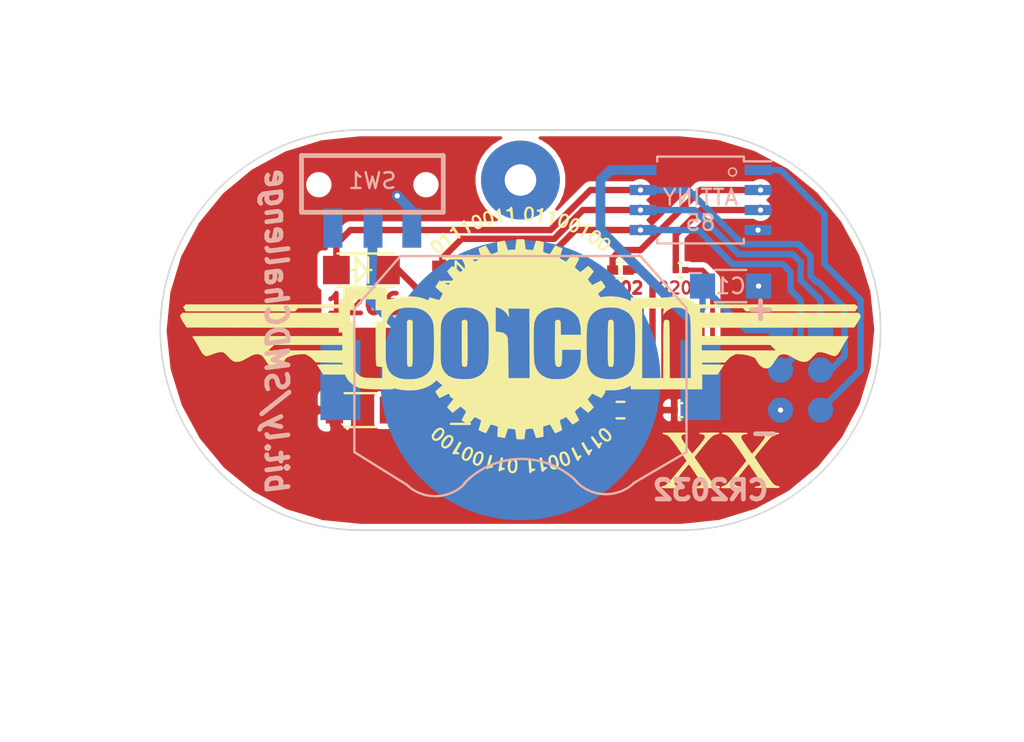
<source format=kicad_pcb>
(kicad_pcb (version 4) (host pcbnew 4.0.7)

  (general
    (links 27)
    (no_connects 1)
    (area 144.729999 92.024999 190.550001 117.525001)
    (thickness 1.6)
    (drawings 21)
    (tracks 150)
    (zones 0)
    (modules 18)
    (nets 17)
  )

  (page USLetter)
  (layers
    (0 F.Cu signal)
    (31 B.Cu signal)
    (34 B.Paste user)
    (35 F.Paste user)
    (36 B.SilkS user hide)
    (37 F.SilkS user hide)
    (38 B.Mask user)
    (39 F.Mask user)
    (40 Dwgs.User user)
    (44 Edge.Cuts user)
  )

  (setup
    (last_trace_width 0.6096)
    (user_trace_width 0.254)
    (user_trace_width 0.3048)
    (user_trace_width 0.4064)
    (user_trace_width 0.6096)
    (user_trace_width 2.032)
    (trace_clearance 0.1524)
    (zone_clearance 0.35)
    (zone_45_only no)
    (trace_min 0.1524)
    (segment_width 0.254)
    (edge_width 0.1)
    (via_size 0.6858)
    (via_drill 0.3302)
    (via_min_size 0.6858)
    (via_min_drill 0.3302)
    (user_via 1 0.5)
    (uvia_size 0.762)
    (uvia_drill 0.508)
    (uvias_allowed no)
    (uvia_min_size 0.508)
    (uvia_min_drill 0.127)
    (pcb_text_width 0.3)
    (pcb_text_size 1.5 1.5)
    (mod_edge_width 0.15)
    (mod_text_size 1 1)
    (mod_text_width 0.15)
    (pad_size 5 5)
    (pad_drill 2)
    (pad_to_mask_clearance 0)
    (aux_axis_origin 0 0)
    (grid_origin 210.82 95.25)
    (visible_elements 7FFEFFFF)
    (pcbplotparams
      (layerselection 0x010f0_80000000)
      (usegerberextensions true)
      (excludeedgelayer true)
      (linewidth 0.100000)
      (plotframeref false)
      (viasonmask false)
      (mode 1)
      (useauxorigin false)
      (hpglpennumber 1)
      (hpglpenspeed 20)
      (hpglpendiameter 15)
      (hpglpenoverlay 2)
      (psnegative false)
      (psa4output false)
      (plotreference true)
      (plotvalue true)
      (plotinvisibletext false)
      (padsonsilk false)
      (subtractmaskfromsilk false)
      (outputformat 1)
      (mirror false)
      (drillshape 0)
      (scaleselection 1)
      (outputdirectory gerbers/))
  )

  (net 0 "")
  (net 1 GND)
  (net 2 +BATT)
  (net 3 "Net-(CON1-Pad1)")
  (net 4 "Net-(CON1-Pad3)")
  (net 5 "Net-(CON1-Pad4)")
  (net 6 "Net-(CON1-Pad5)")
  (net 7 "Net-(D1-Pad1)")
  (net 8 "Net-(D2-Pad1)")
  (net 9 "Net-(D3-Pad1)")
  (net 10 "Net-(D0-Pad1)")
  (net 11 "Net-(D3-Pad2)")
  (net 12 "Net-(D4-Pad2)")
  (net 13 "Net-(D4-Pad1)")
  (net 14 "Net-(BT1-Pad2)")
  (net 15 "Net-(SW1-Pad1)")
  (net 16 "Net-(P5-Pad1)")

  (net_class Default "This is the default net class."
    (clearance 0.1524)
    (trace_width 0.1524)
    (via_dia 0.6858)
    (via_drill 0.3302)
    (uvia_dia 0.762)
    (uvia_drill 0.508)
    (add_net +BATT)
    (add_net GND)
    (add_net "Net-(BT1-Pad2)")
    (add_net "Net-(CON1-Pad1)")
    (add_net "Net-(CON1-Pad3)")
    (add_net "Net-(CON1-Pad4)")
    (add_net "Net-(CON1-Pad5)")
    (add_net "Net-(D0-Pad1)")
    (add_net "Net-(D1-Pad1)")
    (add_net "Net-(D2-Pad1)")
    (add_net "Net-(D3-Pad1)")
    (add_net "Net-(D3-Pad2)")
    (add_net "Net-(D4-Pad1)")
    (add_net "Net-(D4-Pad2)")
    (add_net "Net-(P5-Pad1)")
    (add_net "Net-(SW1-Pad1)")
  )

  (module footprints:AVR-ISP-6 (layer B.Cu) (tedit 5B39B27D) (tstamp 5A2CB07F)
    (at 186.69 104.775 180)
    (descr "6-lead dip package, row spacing 7.62 mm (300 mils)")
    (tags "dil dip 2.54 300")
    (path /58609061)
    (fp_text reference CON1 (at 0 2.54 180) (layer B.SilkS) hide
      (effects (font (size 1 1) (thickness 0.15)) (justify mirror))
    )
    (fp_text value AVR-ISP-6 (at 0 3.72 180) (layer B.Fab) hide
      (effects (font (size 1 1) (thickness 0.15)) (justify mirror))
    )
    (pad 1 smd rect (at 0 0 180) (size 1.6 1.6) (layers B.Cu B.Paste B.Mask)
      (net 3 "Net-(CON1-Pad1)"))
    (pad 2 smd circle (at 2.54 0 180) (size 1.6 1.6) (layers B.Cu B.Paste B.Mask)
      (net 2 +BATT))
    (pad 3 smd oval (at 0 -2.54 180) (size 1.6 1.6) (layers B.Cu B.Paste B.Mask)
      (net 4 "Net-(CON1-Pad3)"))
    (pad 4 smd oval (at 2.54 -2.54 180) (size 1.6 1.6) (layers B.Cu B.Paste B.Mask)
      (net 5 "Net-(CON1-Pad4)"))
    (pad 5 smd oval (at 0 -5.08 180) (size 1.6 1.6) (layers B.Cu B.Paste B.Mask)
      (net 6 "Net-(CON1-Pad5)"))
    (pad 6 smd oval (at 2.54 -5.08 180) (size 1.6 1.6) (layers B.Cu B.Paste B.Mask)
      (net 1 GND))
  )

  (module footprints:toor_logo (layer F.Cu) (tedit 0) (tstamp 5B386A67)
    (at 167.64 105.41)
    (fp_text reference G*** (at 0 0) (layer F.SilkS) hide
      (effects (font (thickness 0.3)))
    )
    (fp_text value LOGO (at 0.75 0) (layer F.SilkS) hide
      (effects (font (thickness 0.3)))
    )
    (fp_poly (pts (xy -0.397884 7.526998) (xy -0.305197 7.57658) (xy -0.239148 7.653914) (xy -0.211387 7.731316)
      (xy -0.195259 7.841643) (xy -0.190873 7.968341) (xy -0.198338 8.09486) (xy -0.217765 8.204648)
      (xy -0.235168 8.255515) (xy -0.305245 8.364116) (xy -0.395508 8.431557) (xy -0.498358 8.455197)
      (xy -0.606195 8.432396) (xy -0.659377 8.402914) (xy -0.732224 8.324833) (xy -0.781682 8.212269)
      (xy -0.806226 8.076593) (xy -0.80509 7.988416) (xy -0.65861 7.988416) (xy -0.655914 8.11483)
      (xy -0.635401 8.22213) (xy -0.620848 8.257808) (xy -0.570188 8.314871) (xy -0.506599 8.326243)
      (xy -0.438487 8.292336) (xy -0.396212 8.246806) (xy -0.367049 8.195623) (xy -0.348542 8.128414)
      (xy -0.337702 8.031508) (xy -0.334001 7.962451) (xy -0.330716 7.856617) (xy -0.333418 7.788022)
      (xy -0.344758 7.743212) (xy -0.367385 7.708734) (xy -0.388351 7.68654) (xy -0.457655 7.639916)
      (xy -0.521434 7.643667) (xy -0.579109 7.697612) (xy -0.611951 7.757073) (xy -0.643839 7.862595)
      (xy -0.65861 7.988416) (xy -0.80509 7.988416) (xy -0.804326 7.929177) (xy -0.774458 7.781392)
      (xy -0.7514 7.717596) (xy -0.686104 7.614156) (xy -0.598586 7.54706) (xy -0.499097 7.517583)
      (xy -0.397884 7.526998)) (layer F.SilkS) (width 0.01))
    (fp_poly (pts (xy 0.657058 7.553956) (xy 0.663245 7.618497) (xy 0.670473 7.709662) (xy 0.673214 7.748083)
      (xy 0.6819 7.863651) (xy 0.691355 7.97417) (xy 0.699774 8.058785) (xy 0.701101 8.070164)
      (xy 0.714107 8.177429) (xy 0.826953 8.161962) (xy 0.896367 8.154432) (xy 0.929249 8.161027)
      (xy 0.939187 8.187606) (xy 0.9398 8.21062) (xy 0.930854 8.256328) (xy 0.89448 8.280912)
      (xy 0.850707 8.29146) (xy 0.771145 8.322831) (xy 0.722586 8.36774) (xy 0.672465 8.416741)
      (xy 0.624355 8.438623) (xy 0.596905 8.441643) (xy 0.578754 8.432068) (xy 0.566977 8.400916)
      (xy 0.558644 8.339203) (xy 0.550828 8.237948) (xy 0.548681 8.20642) (xy 0.539139 8.067753)
      (xy 0.528564 7.917772) (xy 0.518908 7.784089) (xy 0.516901 7.756923) (xy 0.501593 7.550946)
      (xy 0.574646 7.536916) (xy 0.628319 7.528473) (xy 0.653016 7.528076) (xy 0.657058 7.553956)) (layer F.SilkS) (width 0.01))
    (fp_poly (pts (xy 1.359167 7.448313) (xy 1.359216 7.448373) (xy 1.364882 7.474477) (xy 1.376735 7.540848)
      (xy 1.393063 7.637572) (xy 1.412155 7.754732) (xy 1.412951 7.7597) (xy 1.461784 8.0645)
      (xy 1.575442 8.0645) (xy 1.647801 8.068457) (xy 1.681671 8.083441) (xy 1.6891 8.109038)
      (xy 1.667402 8.149754) (xy 1.612063 8.191665) (xy 1.6002 8.197938) (xy 1.535162 8.241596)
      (xy 1.490303 8.291534) (xy 1.486226 8.29945) (xy 1.442826 8.346967) (xy 1.404827 8.3566)
      (xy 1.361955 8.344058) (xy 1.338841 8.297888) (xy 1.33384 8.27405) (xy 1.32451 8.219159)
      (xy 1.309094 8.125896) (xy 1.289525 8.006053) (xy 1.267736 7.871421) (xy 1.261351 7.831752)
      (xy 1.203523 7.472005) (xy 1.278918 7.456926) (xy 1.333358 7.44822) (xy 1.359167 7.448313)) (layer F.SilkS) (width 0.01))
    (fp_poly (pts (xy -1.142152 7.447836) (xy -1.116914 7.459099) (xy -1.112884 7.491279) (xy -1.117417 7.562333)
      (xy -1.129486 7.661248) (xy -1.145018 7.7597) (xy -1.164527 7.874802) (xy -1.180308 7.972325)
      (xy -1.190558 8.04084) (xy -1.193575 8.067603) (xy -1.17126 8.089016) (xy -1.115218 8.107929)
      (xy -1.0922 8.112353) (xy -1.022616 8.130152) (xy -0.993362 8.158045) (xy -0.9906 8.175755)
      (xy -1.003878 8.20934) (xy -1.051002 8.229375) (xy -1.094172 8.236803) (xy -1.171859 8.255428)
      (xy -1.233245 8.283965) (xy -1.242222 8.290947) (xy -1.292825 8.320313) (xy -1.346911 8.33026)
      (xy -1.386314 8.31978) (xy -1.395417 8.29945) (xy -1.3908 8.264662) (xy -1.379062 8.189015)
      (xy -1.361686 8.081714) (xy -1.340154 7.951967) (xy -1.324861 7.8613) (xy -1.298756 7.709854)
      (xy -1.278436 7.601252) (xy -1.26164 7.528179) (xy -1.246103 7.48332) (xy -1.229564 7.459361)
      (xy -1.20976 7.448985) (xy -1.196515 7.446399) (xy -1.142152 7.447836)) (layer F.SilkS) (width 0.01))
    (fp_poly (pts (xy 2.168416 7.314186) (xy 2.25555 7.38391) (xy 2.330079 7.493816) (xy 2.388493 7.638747)
      (xy 2.426826 7.8105) (xy 2.426894 7.938032) (xy 2.39167 8.04914) (xy 2.328133 8.13689)
      (xy 2.243265 8.194349) (xy 2.144046 8.214584) (xy 2.042064 8.192677) (xy 1.949163 8.127048)
      (xy 1.872104 8.021445) (xy 1.81536 7.885408) (xy 1.78341 7.728474) (xy 1.778 7.629858)
      (xy 1.779817 7.612764) (xy 1.919194 7.612764) (xy 1.939229 7.797875) (xy 1.995722 7.949301)
      (xy 2.04914 8.027045) (xy 2.110545 8.085555) (xy 2.163924 8.098182) (xy 2.219818 8.066328)
      (xy 2.2352 8.0518) (xy 2.271309 7.985401) (xy 2.283204 7.892495) (xy 2.274236 7.784518)
      (xy 2.247758 7.672905) (xy 2.207121 7.569092) (xy 2.155675 7.484515) (xy 2.096774 7.430609)
      (xy 2.049206 7.417188) (xy 1.980944 7.427239) (xy 1.940551 7.462129) (xy 1.922124 7.530739)
      (xy 1.919194 7.612764) (xy 1.779817 7.612764) (xy 1.793141 7.487422) (xy 1.839452 7.384561)
      (xy 1.918263 7.319736) (xy 2.030906 7.29141) (xy 2.072189 7.2898) (xy 2.168416 7.314186)) (layer F.SilkS) (width 0.01))
    (fp_poly (pts (xy -1.826061 7.302205) (xy -1.821469 7.303954) (xy -1.806956 7.31736) (xy -1.803291 7.348107)
      (xy -1.81153 7.404538) (xy -1.83273 7.494992) (xy -1.857642 7.589704) (xy -1.887853 7.703195)
      (xy -1.913185 7.800574) (xy -1.930627 7.870128) (xy -1.936901 7.898015) (xy -1.918167 7.930685)
      (xy -1.855283 7.95978) (xy -1.846332 7.962452) (xy -1.785631 7.984024) (xy -1.752967 8.00381)
      (xy -1.751082 8.008286) (xy -1.752474 8.047821) (xy -1.7526 8.0645) (xy -1.767787 8.089793)
      (xy -1.819263 8.101177) (xy -1.865086 8.1026) (xy -1.950085 8.111644) (xy -2.009336 8.135296)
      (xy -2.015672 8.1407) (xy -2.071106 8.174082) (xy -2.123796 8.172198) (xy -2.147343 8.151712)
      (xy -2.146709 8.119276) (xy -2.134407 8.046503) (xy -2.112239 7.942036) (xy -2.082007 7.814519)
      (xy -2.054668 7.707212) (xy -2.012625 7.549166) (xy -1.979452 7.434447) (xy -1.951705 7.357095)
      (xy -1.925938 7.311154) (xy -1.898706 7.290663) (xy -1.866562 7.289666) (xy -1.826061 7.302205)) (layer F.SilkS) (width 0.01))
    (fp_poly (pts (xy 2.849422 7.088514) (xy 2.937471 7.14916) (xy 3.017603 7.248553) (xy 3.083697 7.37467)
      (xy 3.129634 7.515489) (xy 3.149293 7.65899) (xy 3.1496 7.67812) (xy 3.135783 7.801989)
      (xy 3.091068 7.890614) (xy 3.01056 7.952393) (xy 2.981996 7.965583) (xy 2.903823 7.99337)
      (xy 2.844652 7.996095) (xy 2.779056 7.973324) (xy 2.754824 7.961703) (xy 2.663099 7.891468)
      (xy 2.585563 7.785449) (xy 2.525876 7.656163) (xy 2.487697 7.516126) (xy 2.474686 7.377855)
      (xy 2.475948 7.367963) (xy 2.630712 7.367963) (xy 2.630989 7.392406) (xy 2.644179 7.520369)
      (xy 2.677094 7.636948) (xy 2.724786 7.736167) (xy 2.782307 7.812051) (xy 2.844709 7.858625)
      (xy 2.907043 7.869912) (xy 2.964361 7.839938) (xy 2.983059 7.817548) (xy 3.013865 7.747475)
      (xy 3.0226 7.691501) (xy 3.008997 7.603037) (xy 2.973529 7.493082) (xy 2.924207 7.381234)
      (xy 2.869041 7.287089) (xy 2.844487 7.255768) (xy 2.794881 7.206295) (xy 2.755603 7.190334)
      (xy 2.70684 7.200508) (xy 2.701318 7.20245) (xy 2.662251 7.219338) (xy 2.640779 7.243592)
      (xy 2.631924 7.288653) (xy 2.630712 7.367963) (xy 2.475948 7.367963) (xy 2.490505 7.253868)
      (xy 2.524944 7.175529) (xy 2.589222 7.117998) (xy 2.681275 7.082126) (xy 2.78073 7.073377)
      (xy 2.849422 7.088514)) (layer F.SilkS) (width 0.01))
    (fp_poly (pts (xy -2.543589 7.066042) (xy -2.467984 7.093063) (xy -2.395702 7.155249) (xy -2.354 7.246834)
      (xy -2.340057 7.358944) (xy -2.351055 7.482701) (xy -2.384173 7.609229) (xy -2.436591 7.72965)
      (xy -2.505491 7.835089) (xy -2.588053 7.916669) (xy -2.681456 7.965512) (xy -2.748289 7.975505)
      (xy -2.809294 7.962345) (xy -2.880371 7.930355) (xy -2.887629 7.926064) (xy -2.964624 7.865653)
      (xy -3.006775 7.792981) (xy -3.019659 7.69478) (xy -3.018372 7.669372) (xy -2.875247 7.669372)
      (xy -2.86958 7.758516) (xy -2.847909 7.806754) (xy -2.78855 7.843836) (xy -2.717564 7.838585)
      (xy -2.649626 7.792131) (xy -2.648999 7.79145) (xy -2.578986 7.693029) (xy -2.522317 7.572645)
      (xy -2.484782 7.447345) (xy -2.47217 7.334176) (xy -2.477341 7.285971) (xy -2.513504 7.214673)
      (xy -2.57615 7.183356) (xy -2.65576 7.196163) (xy -2.669215 7.202471) (xy -2.728684 7.254762)
      (xy -2.782918 7.340772) (xy -2.82802 7.447326) (xy -2.860095 7.561251) (xy -2.875247 7.669372)
      (xy -3.018372 7.669372) (xy -3.01591 7.620805) (xy -2.985145 7.449543) (xy -2.92904 7.303869)
      (xy -2.852213 7.188234) (xy -2.759283 7.107086) (xy -2.654869 7.064872) (xy -2.543589 7.066042)) (layer F.SilkS) (width 0.01))
    (fp_poly (pts (xy 3.368205 6.814138) (xy 3.381947 6.839164) (xy 3.412939 6.900914) (xy 3.456649 6.990221)
      (xy 3.508546 7.097915) (xy 3.510973 7.102987) (xy 3.6449 7.382996) (xy 3.7465 7.33752)
      (xy 3.810236 7.310696) (xy 3.843414 7.305528) (xy 3.861414 7.321987) (xy 3.86905 7.337281)
      (xy 3.872091 7.376673) (xy 3.84252 7.426378) (xy 3.7992 7.473319) (xy 3.746549 7.533384)
      (xy 3.71378 7.585038) (xy 3.7084 7.603866) (xy 3.688226 7.647182) (xy 3.661129 7.66891)
      (xy 3.641793 7.674154) (xy 3.621423 7.664482) (xy 3.596256 7.634017) (xy 3.56253 7.576883)
      (xy 3.51648 7.487205) (xy 3.454343 7.359107) (xy 3.429882 7.307854) (xy 3.368182 7.178053)
      (xy 3.313944 7.063513) (xy 3.271031 6.972429) (xy 3.243308 6.912994) (xy 3.23487 6.894274)
      (xy 3.247798 6.869137) (xy 3.287789 6.838908) (xy 3.334211 6.815988) (xy 3.366432 6.812775)
      (xy 3.368205 6.814138)) (layer F.SilkS) (width 0.01))
    (fp_poly (pts (xy -3.167917 6.793537) (xy -3.075309 6.863458) (xy -3.020123 6.963091) (xy -3.006556 7.083721)
      (xy -3.010769 7.119967) (xy -3.047994 7.25967) (xy -3.108909 7.391971) (xy -3.186671 7.507994)
      (xy -3.274436 7.598863) (xy -3.365359 7.655701) (xy -3.435424 7.670705) (xy -3.51416 7.65693)
      (xy -3.594906 7.623531) (xy -3.601084 7.619893) (xy -3.664121 7.56738) (xy -3.707976 7.506235)
      (xy -3.710896 7.499338) (xy -3.721001 7.43458) (xy -3.580088 7.43458) (xy -3.559955 7.502274)
      (xy -3.55092 7.513319) (xy -3.489924 7.54202) (xy -3.415708 7.530374) (xy -3.342258 7.480937)
      (xy -3.335434 7.47395) (xy -3.261057 7.376053) (xy -3.203847 7.264212) (xy -3.166876 7.150022)
      (xy -3.153219 7.045082) (xy -3.165949 6.960989) (xy -3.189515 6.923314) (xy -3.239895 6.889151)
      (xy -3.293414 6.893316) (xy -3.362019 6.937403) (xy -3.374962 6.948072) (xy -3.444227 7.024854)
      (xy -3.503132 7.123973) (xy -3.547917 7.233352) (xy -3.574822 7.340914) (xy -3.580088 7.43458)
      (xy -3.721001 7.43458) (xy -3.726143 7.401637) (xy -3.71235 7.278374) (xy -3.671884 7.143915)
      (xy -3.640865 7.0739) (xy -3.552254 6.928835) (xy -3.454208 6.828772) (xy -3.3494 6.775294)
      (xy -3.240505 6.769988) (xy -3.167917 6.793537)) (layer F.SilkS) (width 0.01))
    (fp_poly (pts (xy 4.01394 6.505944) (xy 4.048256 6.564465) (xy 4.097503 6.648966) (xy 4.152511 6.7437)
      (xy 4.211405 6.844851) (xy 4.260797 6.928862) (xy 4.295264 6.986561) (xy 4.309165 7.008567)
      (xy 4.334746 7.003999) (xy 4.388129 6.979728) (xy 4.41461 6.965456) (xy 4.475373 6.933265)
      (xy 4.50835 6.92594) (xy 4.529492 6.942509) (xy 4.539604 6.957836) (xy 4.552263 6.994389)
      (xy 4.534914 7.032374) (xy 4.494077 7.075549) (xy 4.436912 7.151075) (xy 4.4196 7.215634)
      (xy 4.398991 7.281137) (xy 4.342981 7.313347) (xy 4.321307 7.3152) (xy 4.302973 7.294457)
      (xy 4.263874 7.237136) (xy 4.208742 7.150596) (xy 4.142308 7.0422) (xy 4.095821 6.96438)
      (xy 4.02422 6.842541) (xy 3.961407 6.73413) (xy 3.912169 6.647528) (xy 3.881292 6.591115)
      (xy 3.873555 6.575204) (xy 3.882705 6.535258) (xy 3.9266 6.505973) (xy 3.976378 6.486209)
      (xy 3.999811 6.482399) (xy 4.01394 6.505944)) (layer F.SilkS) (width 0.01))
    (fp_poly (pts (xy -3.802498 6.468028) (xy -3.77361 6.482958) (xy -3.755559 6.497422) (xy -3.750768 6.518583)
      (xy -3.761661 6.553603) (xy -3.790663 6.609647) (xy -3.840196 6.693878) (xy -3.912685 6.813459)
      (xy -3.927825 6.838412) (xy -4.063968 7.062932) (xy -3.975084 7.115375) (xy -3.913808 7.154773)
      (xy -3.890452 7.184139) (xy -3.897704 7.216566) (xy -3.908428 7.234736) (xy -3.932332 7.254093)
      (xy -3.976278 7.252622) (xy -4.031293 7.238188) (xy -4.114635 7.221076) (xy -4.173941 7.230524)
      (xy -4.185585 7.236101) (xy -4.232942 7.259352) (xy -4.261461 7.258421) (xy -4.297213 7.23265)
      (xy -4.308892 7.216679) (xy -4.308932 7.191032) (xy -4.294439 7.149457) (xy -4.262517 7.085703)
      (xy -4.210272 6.993517) (xy -4.13481 6.866648) (xy -4.104424 6.816279) (xy -3.871912 6.431658)
      (xy -3.802498 6.468028)) (layer F.SilkS) (width 0.01))
    (fp_poly (pts (xy 4.587837 6.115627) (xy 4.635979 6.168977) (xy 4.698682 6.247748) (xy 4.764472 6.3373)
      (xy 4.833684 6.432208) (xy 4.893773 6.509554) (xy 4.938068 6.561082) (xy 4.95939 6.5786)
      (xy 4.99416 6.564995) (xy 5.049198 6.531468) (xy 5.060597 6.523529) (xy 5.112861 6.48937)
      (xy 5.142334 6.484581) (xy 5.166344 6.50737) (xy 5.16993 6.512213) (xy 5.186186 6.548493)
      (xy 5.169985 6.585324) (xy 5.140961 6.616929) (xy 5.087197 6.69313) (xy 5.075706 6.781158)
      (xy 5.077163 6.796756) (xy 5.062559 6.833193) (xy 5.032023 6.868144) (xy 5.0135 6.882096)
      (xy 4.994476 6.884669) (xy 4.970104 6.87093) (xy 4.935542 6.835944) (xy 4.885944 6.774779)
      (xy 4.816466 6.682501) (xy 4.722264 6.554176) (xy 4.718033 6.548387) (xy 4.622782 6.417261)
      (xy 4.554554 6.320508) (xy 4.509867 6.251883) (xy 4.485241 6.205136) (xy 4.477193 6.174022)
      (xy 4.482243 6.152291) (xy 4.490719 6.14045) (xy 4.533995 6.105073) (xy 4.561248 6.096)
      (xy 4.587837 6.115627)) (layer F.SilkS) (width 0.01))
    (fp_poly (pts (xy -4.391997 6.060425) (xy -4.377769 6.068729) (xy -4.295719 6.144334) (xy -4.256618 6.241787)
      (xy -4.25986 6.356788) (xy -4.304841 6.485036) (xy -4.390955 6.622232) (xy -4.468582 6.714043)
      (xy -4.586964 6.818648) (xy -4.700827 6.87422) (xy -4.808898 6.880387) (xy -4.902899 6.841583)
      (xy -4.980024 6.778602) (xy -5.018481 6.71043) (xy -5.027127 6.632339) (xy -4.9022 6.632339)
      (xy -4.885053 6.708469) (xy -4.838519 6.748396) (xy -4.769965 6.75099) (xy -4.686756 6.715118)
      (xy -4.631931 6.67385) (xy -4.534936 6.574518) (xy -4.462256 6.471513) (xy -4.415458 6.371848)
      (xy -4.39611 6.282536) (xy -4.405777 6.210589) (xy -4.446029 6.163021) (xy -4.514148 6.1468)
      (xy -4.582907 6.16857) (xy -4.661586 6.226528) (xy -4.74137 6.309644) (xy -4.813442 6.406885)
      (xy -4.868988 6.507221) (xy -4.89919 6.599621) (xy -4.9022 6.632339) (xy -5.027127 6.632339)
      (xy -5.028645 6.618633) (xy -5.028643 6.618195) (xy -5.0043 6.476722) (xy -4.935649 6.330216)
      (xy -4.836786 6.198825) (xy -4.720484 6.091038) (xy -4.609489 6.032582) (xy -4.500945 6.022647)
      (xy -4.391997 6.060425)) (layer F.SilkS) (width 0.01))
    (fp_poly (pts (xy 5.341315 5.611352) (xy 5.396067 5.64245) (xy 5.469787 5.697317) (xy 5.540118 5.758288)
      (xy 5.663245 5.893205) (xy 5.740922 6.023578) (xy 5.772554 6.146565) (xy 5.757546 6.259321)
      (xy 5.695302 6.359005) (xy 5.670855 6.382835) (xy 5.583501 6.429769) (xy 5.478927 6.441735)
      (xy 5.378727 6.416542) (xy 5.3721 6.413152) (xy 5.278232 6.348372) (xy 5.177488 6.256032)
      (xy 5.08685 6.153418) (xy 5.02364 6.058472) (xy 4.990047 5.970442) (xy 4.972302 5.879136)
      (xy 4.971472 5.860277) (xy 4.975867 5.84059) (xy 5.11025 5.84059) (xy 5.114151 5.923375)
      (xy 5.116381 5.933094) (xy 5.146754 5.99419) (xy 5.205571 6.072552) (xy 5.280581 6.155039)
      (xy 5.359532 6.228512) (xy 5.430174 6.279829) (xy 5.4483 6.28911) (xy 5.507901 6.314446)
      (xy 5.541048 6.319747) (xy 5.56836 6.304077) (xy 5.592349 6.282563) (xy 5.632628 6.214724)
      (xy 5.629117 6.128007) (xy 5.582381 6.028308) (xy 5.56587 6.00456) (xy 5.465987 5.88507)
      (xy 5.366606 5.795714) (xy 5.274254 5.740987) (xy 5.195456 5.725383) (xy 5.168901 5.731214)
      (xy 5.130061 5.770536) (xy 5.11025 5.84059) (xy 4.975867 5.84059) (xy 4.994333 5.757888)
      (xy 5.055189 5.67434) (xy 5.142448 5.617435) (xy 5.244519 5.594974) (xy 5.341315 5.611352)) (layer F.SilkS) (width 0.01))
    (fp_poly (pts (xy -4.977125 5.589882) (xy -4.895718 5.649314) (xy -4.84243 5.73941) (xy -4.826 5.84083)
      (xy -4.84734 5.950764) (xy -4.905687 6.070634) (xy -4.992537 6.187811) (xy -5.099385 6.289664)
      (xy -5.154823 6.329113) (xy -5.281851 6.388411) (xy -5.398081 6.398415) (xy -5.50292 6.359115)
      (xy -5.534388 6.335768) (xy -5.607377 6.245355) (xy -5.630659 6.148251) (xy -5.50277 6.148251)
      (xy -5.491413 6.185133) (xy -5.475659 6.210875) (xy -5.41974 6.262171) (xy -5.346968 6.267997)
      (xy -5.254181 6.228537) (xy -5.246887 6.224104) (xy -5.15785 6.153909) (xy -5.0744 6.061943)
      (xy -5.00625 5.96187) (xy -4.963115 5.867359) (xy -4.953 5.810649) (xy -4.972346 5.736664)
      (xy -5.029121 5.696613) (xy -5.082333 5.6896) (xy -5.146757 5.70937) (xy -5.227105 5.761889)
      (xy -5.31215 5.836972) (xy -5.390663 5.924433) (xy -5.451419 6.014086) (xy -5.46155 6.033635)
      (xy -5.493314 6.104004) (xy -5.50277 6.148251) (xy -5.630659 6.148251) (xy -5.632877 6.139002)
      (xy -5.610262 6.020383) (xy -5.594471 5.983921) (xy -5.480961 5.806746) (xy -5.328369 5.656898)
      (xy -5.29935 5.635019) (xy -5.188012 5.578791) (xy -5.07758 5.56506) (xy -4.977125 5.589882)) (layer F.SilkS) (width 0.01))
    (fp_poly (pts (xy 0.125229 -6.398834) (xy 0.205517 -6.392458) (xy 0.246591 -6.380962) (xy 0.255099 -6.36905)
      (xy 0.259013 -6.319675) (xy 0.267692 -6.238546) (xy 0.279605 -6.137621) (xy 0.293222 -6.028855)
      (xy 0.307012 -5.924205) (xy 0.319443 -5.835627) (xy 0.328987 -5.775077) (xy 0.333772 -5.754482)
      (xy 0.361465 -5.748992) (xy 0.427937 -5.741365) (xy 0.521282 -5.732878) (xy 0.5715 -5.728924)
      (xy 0.8001 -5.711773) (xy 0.886544 -5.99124) (xy 0.922187 -6.104392) (xy 0.953563 -6.200194)
      (xy 0.977066 -6.267865) (xy 0.988503 -6.295808) (xy 1.022424 -6.304355) (xy 1.102902 -6.297706)
      (xy 1.228101 -6.276123) (xy 1.396186 -6.239865) (xy 1.419018 -6.234572) (xy 1.479137 -6.220542)
      (xy 1.460939 -5.923321) (xy 1.453476 -5.804831) (xy 1.446805 -5.705072) (xy 1.441675 -5.634894)
      (xy 1.43892 -5.60553) (xy 1.45934 -5.589679) (xy 1.515334 -5.564608) (xy 1.593595 -5.534933)
      (xy 1.68082 -5.505271) (xy 1.763701 -5.480239) (xy 1.828934 -5.464456) (xy 1.854436 -5.461341)
      (xy 1.882619 -5.482824) (xy 1.928449 -5.543012) (xy 1.98713 -5.635035) (xy 2.040513 -5.7277)
      (xy 2.099379 -5.830998) (xy 2.150758 -5.915668) (xy 2.189159 -5.973028) (xy 2.209093 -5.994398)
      (xy 2.209187 -5.9944) (xy 2.240477 -5.985151) (xy 2.306827 -5.960364) (xy 2.396594 -5.924484)
      (xy 2.44631 -5.903902) (xy 2.6625 -5.813403) (xy 2.617032 -5.656252) (xy 2.583581 -5.54108)
      (xy 2.54737 -5.417068) (xy 2.528032 -5.351167) (xy 2.50643 -5.272174) (xy 2.49407 -5.215654)
      (xy 2.4932 -5.195761) (xy 2.517918 -5.181082) (xy 2.576724 -5.148105) (xy 2.659041 -5.102734)
      (xy 2.701938 -5.079298) (xy 2.797103 -5.028036) (xy 2.858084 -4.998706) (xy 2.895259 -4.988851)
      (xy 2.919007 -4.996011) (xy 2.939706 -5.01773) (xy 2.943238 -5.022154) (xy 3.061453 -5.167496)
      (xy 3.16289 -5.28576) (xy 3.244378 -5.373549) (xy 3.302744 -5.427468) (xy 3.334813 -5.44412)
      (xy 3.336831 -5.443403) (xy 3.369953 -5.422316) (xy 3.433645 -5.380507) (xy 3.516323 -5.3256)
      (xy 3.550728 -5.302607) (xy 3.735956 -5.178597) (xy 3.4417 -4.617475) (xy 3.5433 -4.528504)
      (xy 3.620773 -4.462349) (xy 3.698423 -4.398613) (xy 3.726042 -4.376826) (xy 3.807184 -4.314119)
      (xy 4.046444 -4.50656) (xy 4.140882 -4.581052) (xy 4.221772 -4.642124) (xy 4.28059 -4.683523)
      (xy 4.308805 -4.698998) (xy 4.308936 -4.699001) (xy 4.336669 -4.681855) (xy 4.388278 -4.637225)
      (xy 4.453583 -4.575321) (xy 4.522404 -4.506355) (xy 4.584563 -4.440536) (xy 4.629879 -4.388076)
      (xy 4.648174 -4.359184) (xy 4.6482 -4.358698) (xy 4.633344 -4.331489) (xy 4.592878 -4.27316)
      (xy 4.532952 -4.192236) (xy 4.459715 -4.097244) (xy 4.458419 -4.095592) (xy 4.268638 -3.853923)
      (xy 4.317309 -3.787512) (xy 4.361695 -3.731113) (xy 4.423865 -3.65699) (xy 4.467683 -3.6068)
      (xy 4.569385 -3.4925) (xy 4.849533 -3.638232) (xy 5.129682 -3.783963) (xy 5.252749 -3.600132)
      (xy 5.310463 -3.513526) (xy 5.358018 -3.441436) (xy 5.387743 -3.395519) (xy 5.392695 -3.387482)
      (xy 5.379799 -3.363578) (xy 5.336213 -3.31475) (xy 5.270178 -3.24871) (xy 5.189936 -3.173167)
      (xy 5.103726 -3.095832) (xy 5.019792 -3.024416) (xy 4.946373 -2.966629) (xy 4.930864 -2.955383)
      (xy 4.937263 -2.931849) (xy 4.963749 -2.878376) (xy 4.990471 -2.830882) (xy 5.0324 -2.763144)
      (xy 5.064705 -2.730447) (xy 5.102514 -2.723472) (xy 5.152307 -2.731202) (xy 5.301076 -2.752484)
      (xy 5.482382 -2.766399) (xy 5.678401 -2.772241) (xy 5.87131 -2.769308) (xy 5.971466 -2.76356)
      (xy 6.311703 -2.718648) (xy 6.617714 -2.637943) (xy 6.82625 -2.553549) (xy 7.0104 -2.466304)
      (xy 7.0104 -2.6924) (xy 8.17245 -2.692776) (xy 8.458363 -2.693132) (xy 8.698237 -2.694093)
      (xy 8.896829 -2.695802) (xy 9.058896 -2.698401) (xy 9.189197 -2.702031) (xy 9.292488 -2.706834)
      (xy 9.373529 -2.712953) (xy 9.437077 -2.720529) (xy 9.487889 -2.729704) (xy 9.4996 -2.732369)
      (xy 9.647995 -2.75649) (xy 9.826047 -2.768509) (xy 10.014075 -2.768418) (xy 10.192395 -2.75621)
      (xy 10.3378 -2.732708) (xy 10.534589 -2.669014) (xy 10.735829 -2.572701) (xy 10.920128 -2.454887)
      (xy 11.005913 -2.385495) (xy 11.146041 -2.2606) (xy 16.197937 -2.260601) (xy 21.249834 -2.260601)
      (xy 21.329345 -2.178051) (xy 21.408855 -2.0955) (xy 21.328206 -1.96215) (xy 21.247556 -1.8288)
      (xy 14.310509 -1.8288) (xy 14.2113 -1.9304) (xy 14.11209 -2.032) (xy 11.436163 -2.032)
      (xy 11.405134 -1.957091) (xy 11.387778 -1.859851) (xy 11.397819 -1.811041) (xy 11.421532 -1.7399)
      (xy 21.447652 -1.727074) (xy 21.518826 -1.658885) (xy 21.563527 -1.607753) (xy 21.586848 -1.554673)
      (xy 21.587104 -1.492522) (xy 21.562614 -1.414176) (xy 21.511694 -1.312514) (xy 21.432661 -1.180411)
      (xy 21.389806 -1.112773) (xy 21.189612 -0.8001) (xy 11.5316 -0.78727) (xy 11.5316 -0.254)
      (xy 16.1798 -0.254) (xy 16.661687 -0.253938) (xy 17.129772 -0.253755) (xy 17.581541 -0.253457)
      (xy 18.014479 -0.253051) (xy 18.426073 -0.252542) (xy 18.81381 -0.251939) (xy 19.175175 -0.251245)
      (xy 19.507655 -0.250469) (xy 19.808735 -0.249616) (xy 20.075903 -0.248693) (xy 20.306644 -0.247705)
      (xy 20.498445 -0.246659) (xy 20.648791 -0.245562) (xy 20.75517 -0.244419) (xy 20.815067 -0.243237)
      (xy 20.828 -0.242368) (xy 20.815197 -0.217738) (xy 20.780197 -0.158702) (xy 20.728108 -0.073692)
      (xy 20.664039 0.028863) (xy 20.653236 0.045991) (xy 20.569304 0.183182) (xy 20.479762 0.336554)
      (xy 20.396881 0.484766) (xy 20.346874 0.578914) (xy 20.246704 0.756305) (xy 20.152296 0.885877)
      (xy 20.061391 0.969978) (xy 19.971735 1.010952) (xy 19.926451 1.016) (xy 19.868171 1.006456)
      (xy 19.776324 0.980521) (xy 19.663852 0.942236) (xy 19.551874 0.899005) (xy 19.33508 0.820975)
      (xy 19.145813 0.774979) (xy 18.987401 0.761544) (xy 18.863168 0.781198) (xy 18.847378 0.78716)
      (xy 18.800096 0.818265) (xy 18.729413 0.87885) (xy 18.645149 0.959968) (xy 18.563033 1.046182)
      (xy 18.44154 1.173846) (xy 18.340038 1.265446) (xy 18.249087 1.326326) (xy 18.159246 1.361828)
      (xy 18.061076 1.377295) (xy 17.975042 1.378936) (xy 17.88665 1.372471) (xy 17.797892 1.354494)
      (xy 17.700923 1.32176) (xy 17.5879 1.271024) (xy 17.450977 1.199043) (xy 17.282311 1.102573)
      (xy 17.224935 1.06872) (xy 17.026459 0.966174) (xy 16.848957 0.907411) (xy 16.688783 0.89178)
      (xy 16.542292 0.918627) (xy 16.493578 0.937939) (xy 16.445873 0.963109) (xy 16.400575 0.996753)
      (xy 16.352583 1.04501) (xy 16.2968 1.11402) (xy 16.228126 1.209921) (xy 16.141463 1.338854)
      (xy 16.07013 1.4478) (xy 15.992482 1.562891) (xy 15.930527 1.642925) (xy 15.875626 1.697438)
      (xy 15.819139 1.735966) (xy 15.799768 1.74625) (xy 15.68654 1.790447) (xy 15.581846 1.79855)
      (xy 15.468235 1.770373) (xy 15.401248 1.741978) (xy 15.245828 1.642881) (xy 15.108213 1.498094)
      (xy 14.987082 1.306225) (xy 14.986 1.30416) (xy 14.937603 1.215671) (xy 14.896527 1.158952)
      (xy 14.847848 1.120104) (xy 14.776641 1.085228) (xy 14.730111 1.06583) (xy 14.501767 0.983972)
      (xy 14.279315 0.930858) (xy 14.039246 0.901295) (xy 13.963159 0.896395) (xy 13.689618 0.881759)
      (xy 13.500389 0.975281) (xy 13.377509 1.04394) (xy 13.273146 1.123116) (xy 13.166887 1.228616)
      (xy 13.151629 1.245355) (xy 12.9921 1.421907) (xy 12.26185 1.422153) (xy 11.5316 1.4224)
      (xy 11.5316 1.548596) (xy 12.228815 1.555348) (xy 12.926031 1.5621) (xy 12.723411 1.87325)
      (xy 12.52079 2.1844) (xy 11.5316 2.1844) (xy 11.5316 3.1242) (xy 7.0104 3.1242)
      (xy 7.0104 2.894744) (xy 6.88975 2.955142) (xy 6.668812 3.05047) (xy 6.436175 3.119104)
      (xy 6.18181 3.16306) (xy 5.895685 3.184355) (xy 5.735859 3.187137) (xy 5.586156 3.187695)
      (xy 5.480698 3.1894) (xy 5.412933 3.193036) (xy 5.376308 3.199385) (xy 5.36427 3.209231)
      (xy 5.370266 3.223357) (xy 5.376034 3.230148) (xy 5.391515 3.253858) (xy 5.391719 3.283017)
      (xy 5.372905 3.327174) (xy 5.331332 3.395879) (xy 5.281505 3.471448) (xy 5.223287 3.558391)
      (xy 5.176609 3.627843) (xy 5.14801 3.670089) (xy 5.142358 3.678205) (xy 5.118704 3.670532)
      (xy 5.058638 3.643866) (xy 4.971001 3.602299) (xy 4.864631 3.549928) (xy 4.854501 3.544855)
      (xy 4.746321 3.490992) (xy 4.655665 3.446593) (xy 4.591565 3.416029) (xy 4.563053 3.403671)
      (xy 4.562584 3.4036) (xy 4.543195 3.422001) (xy 4.499868 3.471289) (xy 4.440281 3.54259)
      (xy 4.407825 3.58244) (xy 4.263328 3.761281) (xy 4.455764 4.000535) (xy 4.530206 4.094713)
      (xy 4.591252 4.175032) (xy 4.632661 4.233066) (xy 4.648195 4.260383) (xy 4.6482 4.260525)
      (xy 4.63121 4.286259) (xy 4.585588 4.338282) (xy 4.519356 4.40771) (xy 4.47675 4.450393)
      (xy 4.3053 4.619525) (xy 3.805102 4.217419) (xy 3.629751 4.361675) (xy 3.551754 4.428413)
      (xy 3.491595 4.484784) (xy 3.458257 4.522143) (xy 3.4544 4.530421) (xy 3.465685 4.561328)
      (xy 3.496383 4.627155) (xy 3.541759 4.718129) (xy 3.595079 4.820709) (xy 3.649176 4.924461)
      (xy 3.692358 5.01024) (xy 3.720234 5.069112) (xy 3.728429 5.092134) (xy 3.690933 5.118619)
      (xy 3.627428 5.161358) (xy 3.549295 5.212937) (xy 3.467913 5.265943) (xy 3.394665 5.312964)
      (xy 3.340931 5.346587) (xy 3.318099 5.3594) (xy 3.298132 5.341229) (xy 3.252083 5.291656)
      (xy 3.186648 5.218088) (xy 3.108525 5.127933) (xy 3.102355 5.120725) (xy 2.898204 4.882051)
      (xy 2.700052 4.984816) (xy 2.610517 5.031504) (xy 2.539957 5.068775) (xy 2.49916 5.09091)
      (xy 2.493469 5.094338) (xy 2.496631 5.119903) (xy 2.511495 5.184457) (xy 2.535645 5.278192)
      (xy 2.56602 5.388997) (xy 2.598096 5.503761) (xy 2.624819 5.60075) (xy 2.643314 5.669435)
      (xy 2.650651 5.698916) (xy 2.630368 5.717465) (xy 2.572822 5.749573) (xy 2.48795 5.790019)
      (xy 2.4257 5.817105) (xy 2.1971 5.913278) (xy 2.114804 5.769689) (xy 2.056453 5.665974)
      (xy 1.99538 5.554528) (xy 1.962404 5.49281) (xy 1.921624 5.421669) (xy 1.887455 5.373286)
      (xy 1.870618 5.35946) (xy 1.837998 5.366565) (xy 1.769432 5.385591) (xy 1.67737 5.413019)
      (xy 1.635916 5.425816) (xy 1.533499 5.459047) (xy 1.471368 5.484002) (xy 1.440835 5.505916)
      (xy 1.433215 5.530023) (xy 1.435727 5.546466) (xy 1.44168 5.593998) (xy 1.447459 5.678732)
      (xy 1.452262 5.787073) (xy 1.454529 5.865792) (xy 1.4605 6.130884) (xy 1.233259 6.177031)
      (xy 1.131803 6.195358) (xy 1.050123 6.205847) (xy 1.00017 6.207165) (xy 0.990878 6.204039)
      (xy 0.977476 6.173296) (xy 0.952844 6.104773) (xy 0.920729 6.009232) (xy 0.891411 5.9182)
      (xy 0.855676 5.80842) (xy 0.82392 5.71677) (xy 0.800007 5.654052) (xy 0.788974 5.6318)
      (xy 0.757983 5.62627) (xy 0.691395 5.626862) (xy 0.603862 5.632239) (xy 0.510036 5.641065)
      (xy 0.424571 5.652006) (xy 0.362117 5.663726) (xy 0.338466 5.672867) (xy 0.330983 5.700808)
      (xy 0.319212 5.766932) (xy 0.304878 5.858976) (xy 0.289705 5.964681) (xy 0.275418 6.071785)
      (xy 0.263742 6.168027) (xy 0.256401 6.241147) (xy 0.254826 6.26745) (xy 0.238758 6.283083)
      (xy 0.187697 6.293086) (xy 0.0959 6.298176) (xy 0 6.2992) (xy -0.125118 6.297242)
      (xy -0.205313 6.290892) (xy -0.246327 6.279434) (xy -0.254827 6.26745) (xy -0.258982 6.21266)
      (xy -0.26844 6.127873) (xy -0.281475 6.02535) (xy -0.296364 5.91735) (xy -0.311381 5.816136)
      (xy -0.324802 5.733968) (xy -0.334901 5.683107) (xy -0.338467 5.672867) (xy -0.371562 5.661495)
      (xy -0.439531 5.649821) (xy -0.527719 5.639179) (xy -0.621476 5.630907) (xy -0.706148 5.626339)
      (xy -0.767083 5.626811) (xy -0.788975 5.6318) (xy -0.803592 5.6628) (xy -0.829215 5.731572)
      (xy -0.86198 5.827315) (xy -0.891412 5.9182) (xy -0.926872 6.027872) (xy -0.957921 6.11936)
      (xy -0.980815 6.1819) (xy -0.990879 6.204039) (xy -1.02082 6.207725) (xy -1.088372 6.201585)
      (xy -1.181584 6.186951) (xy -1.23326 6.177031) (xy -1.4605 6.130884) (xy -1.45453 5.865792)
      (xy -1.450823 5.74926) (xy -1.445607 5.647262) (xy -1.439681 5.573391) (xy -1.435728 5.546466)
      (xy -1.434296 5.518836) (xy -1.450904 5.496336) (xy -1.494237 5.473732) (xy -1.572982 5.445789)
      (xy -1.635917 5.425816) (xy -1.73399 5.39597) (xy -1.813649 5.37309) (xy -1.862444 5.360694)
      (xy -1.870619 5.35946) (xy -1.89308 5.380199) (xy -1.929189 5.433917) (xy -1.962405 5.49281)
      (xy -2.01603 5.592531) (xy -2.078108 5.704826) (xy -2.114805 5.769689) (xy -2.1971 5.913278)
      (xy -2.4257 5.817105) (xy -2.522566 5.774104) (xy -2.598291 5.736192) (xy -2.642939 5.708589)
      (xy -2.650652 5.698916) (xy -2.642685 5.667045) (xy -2.623748 5.596826) (xy -2.596716 5.498787)
      (xy -2.566021 5.388997) (xy -2.535108 5.276172) (xy -2.511114 5.182907) (xy -2.496453 5.119011)
      (xy -2.49347 5.094338) (xy -2.518305 5.080391) (xy -2.5775 5.048872) (xy -2.660267 5.005498)
      (xy -2.700053 4.984816) (xy -2.898205 4.882051) (xy -3.102356 5.120725) (xy -3.181159 5.211823)
      (xy -3.247775 5.286889) (xy -3.295507 5.338514) (xy -3.317658 5.359291) (xy -3.3181 5.3594)
      (xy -3.341024 5.346532) (xy -3.394815 5.31287) (xy -3.468095 5.265826) (xy -3.549482 5.212815)
      (xy -3.627595 5.161248) (xy -3.691054 5.118538) (xy -3.72843 5.092134) (xy -3.720155 5.068931)
      (xy -3.692204 5.009925) (xy -3.648966 4.92405) (xy -3.59508 4.820709) (xy -3.539987 4.714473)
      (xy -3.495014 4.623669) (xy -3.464909 4.558168) (xy -3.4544 4.528216) (xy -3.472969 4.501301)
      (xy -3.522613 4.452018) (xy -3.594237 4.389099) (xy -3.629984 4.359656) (xy -3.805568 4.217791)
      (xy -4.3053 4.619525) (xy -4.47675 4.450393) (xy -4.550944 4.375148) (xy -4.60897 4.312389)
      (xy -4.642807 4.270999) (xy -4.6482 4.260525) (xy -4.633133 4.233771) (xy -4.592091 4.176165)
      (xy -4.531312 4.096137) (xy -4.457036 4.002116) (xy -4.455765 4.000535) (xy -4.263329 3.761281)
      (xy -4.407826 3.58244) (xy -4.472533 3.503661) (xy -4.524703 3.442591) (xy -4.556658 3.408105)
      (xy -4.562585 3.4036) (xy -4.587898 3.414332) (xy -4.649513 3.443616) (xy -4.738398 3.48708)
      (xy -4.845522 3.540354) (xy -4.854502 3.544855) (xy -4.962117 3.597993) (xy -5.051791 3.640693)
      (xy -5.114683 3.66886) (xy -5.141955 3.678398) (xy -5.142359 3.678205) (xy -5.158252 3.655027)
      (xy -5.195827 3.59929) (xy -5.24856 3.520687) (xy -5.282036 3.470662) (xy -5.344584 3.374286)
      (xy -5.380408 3.310223) (xy -5.393123 3.270042) (xy -5.386346 3.24531) (xy -5.381106 3.239692)
      (xy -5.347463 3.210329) (xy -5.285367 3.157204) (xy -5.205263 3.089229) (xy -5.1562 3.047803)
      (xy -5.074213 2.977541) (xy -5.008272 2.918843) (xy -4.967217 2.879695) (xy -4.958168 2.868825)
      (xy -4.972627 2.845152) (xy -5.017914 2.80908) (xy -5.034368 2.798401) (xy -5.101667 2.74901)
      (xy -5.179407 2.681392) (xy -5.217818 2.643903) (xy -5.317536 2.541406) (xy -5.437693 2.653799)
      (xy -5.672888 2.839048) (xy -5.941217 2.985807) (xy -6.242649 3.094064) (xy -6.57715 3.163807)
      (xy -6.858 3.191297) (xy -7.213087 3.19173) (xy -7.569309 3.156015) (xy -7.908868 3.086212)
      (xy -8.00735 3.058163) (xy -8.044826 3.061558) (xy -8.0518 3.084388) (xy -8.056558 3.096284)
      (xy -8.074451 3.105581) (xy -8.11091 3.11259) (xy -8.171367 3.117621) (xy -8.261251 3.120986)
      (xy -8.385993 3.122997) (xy -8.551024 3.123964) (xy -8.746612 3.1242) (xy -9.081297 3.121883)
      (xy -9.381473 3.115052) (xy -9.644133 3.103888) (xy -9.86627 3.088569) (xy -10.04488 3.069276)
      (xy -10.176955 3.046187) (xy -10.214108 3.036517) (xy -10.425643 2.952945) (xy -10.626274 2.833978)
      (xy -10.806064 2.687705) (xy -10.955079 2.52222) (xy -11.063382 2.345612) (xy -11.06394 2.344425)
      (xy -11.1379 2.18695) (xy -11.827292 2.185675) (xy -12.516683 2.1844) (xy -12.696856 1.908083)
      (xy -12.76601 1.800767) (xy -12.825461 1.706151) (xy -12.869349 1.633728) (xy -12.891816 1.59299)
      (xy -12.892832 1.590583) (xy -12.893554 1.579193) (xy -12.882719 1.570103) (xy -12.855361 1.563056)
      (xy -12.80651 1.557797) (xy -12.731201 1.554072) (xy -12.624465 1.551625) (xy -12.481336 1.550201)
      (xy -12.296845 1.549545) (xy -12.091351 1.5494) (xy -11.274067 1.5494) (xy -11.282184 1.49225)
      (xy -11.2903 1.4351) (xy -12.999942 1.4097) (xy -13.15656 1.238753) (xy -13.272736 1.12369)
      (xy -13.388469 1.037373) (xy -13.501399 0.974783) (xy -13.689619 0.881759) (xy -13.96316 0.896395)
      (xy -14.212709 0.920114) (xy -14.437841 0.96588) (xy -14.662064 1.038887) (xy -14.730112 1.06583)
      (xy -14.817421 1.103734) (xy -14.875044 1.138942) (xy -14.917905 1.185353) (xy -14.960928 1.256868)
      (xy -14.986 1.30416) (xy -15.10698 1.496486) (xy -15.244432 1.641716) (xy -15.399676 1.741243)
      (xy -15.401249 1.741978) (xy -15.526126 1.788727) (xy -15.633187 1.799101) (xy -15.739883 1.773285)
      (xy -15.799769 1.74625) (xy -15.858526 1.710765) (xy -15.912994 1.66228) (xy -15.971813 1.591258)
      (xy -16.043621 1.488164) (xy -16.070131 1.4478) (xy -16.171839 1.293066) (xy -16.252112 1.175513)
      (xy -16.316049 1.089001) (xy -16.368748 1.02739) (xy -16.415308 0.984543) (xy -16.460828 0.954318)
      (xy -16.493579 0.937939) (xy -16.636142 0.896378) (xy -16.791112 0.897067) (xy -16.962135 0.94066)
      (xy -17.152855 1.027807) (xy -17.224936 1.06872) (xy -17.404543 1.17309) (xy -17.550077 1.252006)
      (xy -17.66938 1.308714) (xy -17.770299 1.346457) (xy -17.860677 1.36848) (xy -17.948359 1.378025)
      (xy -17.975043 1.378936) (xy -18.085865 1.375128) (xy -18.181179 1.355347) (xy -18.270426 1.314251)
      (xy -18.363045 1.246496) (xy -18.468478 1.14674) (xy -18.563034 1.046182) (xy -18.65111 0.953984)
      (xy -18.734761 0.873978) (xy -18.804165 0.815114) (xy -18.847379 0.78716) (xy -18.966086 0.762394)
      (xy -19.119482 0.770798) (xy -19.304241 0.811845) (xy -19.517038 0.885005) (xy -19.551875 0.899005)
      (xy -19.671918 0.945158) (xy -19.783395 0.982729) (xy -19.873363 1.007674) (xy -19.926452 1.015999)
      (xy -20.016333 0.995807) (xy -20.106328 0.933667) (xy -20.198695 0.827234) (xy -20.295688 0.674161)
      (xy -20.303636 0.659371) (xy -16.0147 0.659371) (xy -13.65885 0.659885) (xy -11.303 0.6604)
      (xy -11.303 0.3048) (xy -13.46835 0.305905) (xy -15.6337 0.307011) (xy -16.0147 0.659371)
      (xy -20.303636 0.659371) (xy -20.346875 0.578914) (xy -20.416864 0.448356) (xy -20.502628 0.29678)
      (xy -20.591899 0.145529) (xy -20.653237 0.045991) (xy -20.718721 -0.058551) (xy -20.773027 -0.146871)
      (xy -20.811046 -0.210538) (xy -20.827668 -0.241123) (xy -20.828 -0.242368) (xy -20.803014 -0.24356)
      (xy -20.729712 -0.244718) (xy -20.610576 -0.245836) (xy -20.44809 -0.246908) (xy -20.244739 -0.247929)
      (xy -20.003004 -0.248892) (xy -19.72537 -0.249791) (xy -19.41432 -0.250619) (xy -19.072337 -0.251372)
      (xy -18.701906 -0.252042) (xy -18.305508 -0.252625) (xy -17.885628 -0.253113) (xy -17.44475 -0.2535)
      (xy -16.985356 -0.253781) (xy -16.50993 -0.25395) (xy -16.0655 -0.254) (xy -11.303 -0.254)
      (xy -11.303 -0.4826) (xy -11.5316 -0.4826) (xy -11.5316 -0.634935) (xy -11.531601 -0.78727)
      (xy -21.189613 -0.8001) (xy -21.389807 -1.112773) (xy -21.48139 -1.260082) (xy -21.544141 -1.373902)
      (xy -21.579743 -1.461356) (xy -21.589878 -1.529568) (xy -21.576228 -1.585665) (xy -21.540475 -1.636769)
      (xy -21.518761 -1.658948) (xy -21.447521 -1.7272) (xy -11.5316 -1.7272) (xy -11.5316 -1.905)
      (xy -10.8204 -1.905) (xy -10.8204 -1.1938) (xy -10.541 -1.1938) (xy -10.539907 -0.04445)
      (xy -10.539168 0.210962) (xy -10.537508 0.466142) (xy -10.535041 0.713305) (xy -10.531881 0.94467)
      (xy -10.528143 1.152455) (xy -10.52394 1.328878) (xy -10.519386 1.466156) (xy -10.517025 1.517472)
      (xy -10.508186 1.674144) (xy -10.499665 1.789583) (xy -10.489861 1.873321) (xy -10.477172 1.934889)
      (xy -10.459998 1.983817) (xy -10.436739 2.029636) (xy -10.428652 2.043661) (xy -10.317086 2.185008)
      (xy -10.169824 2.292739) (xy -9.991785 2.363756) (xy -9.886285 2.385499) (xy -9.814049 2.392472)
      (xy -9.702155 2.398835) (xy -9.561743 2.404158) (xy -9.403953 2.408013) (xy -9.25195 2.409902)
      (xy -8.763 2.413) (xy -8.763 1.708755) (xy -8.930444 1.695314) (xy -9.020893 1.684169)
      (xy -9.092375 1.668288) (xy -9.127294 1.652487) (xy -9.140537 1.628024) (xy -9.151961 1.580939)
      (xy -9.161687 1.508137) (xy -9.169834 1.406521) (xy -9.176524 1.272998) (xy -9.181878 1.104472)
      (xy -9.186015 0.897848) (xy -9.189056 0.650031) (xy -9.189091 0.644944) (xy -8.55713 0.644944)
      (xy -8.557071 0.833751) (xy -8.55565 0.988462) (xy -8.552735 1.114642) (xy -8.548195 1.217856)
      (xy -8.541895 1.30367) (xy -8.533705 1.377648) (xy -8.52349 1.445355) (xy -8.522545 1.450883)
      (xy -8.461612 1.703231) (xy -8.371242 1.916142) (xy -8.24887 2.092094) (xy -8.091933 2.233567)
      (xy -7.897868 2.343039) (xy -7.664111 2.422989) (xy -7.476243 2.46259) (xy -7.364689 2.475163)
      (xy -7.220273 2.482794) (xy -7.059521 2.485475) (xy -6.898963 2.483198) (xy -6.755124 2.475952)
      (xy -6.644532 2.463731) (xy -6.640415 2.463031) (xy -6.373967 2.395587) (xy -6.139287 2.291994)
      (xy -5.938908 2.153744) (xy -5.77536 1.982325) (xy -5.739507 1.932979) (xy -5.682832 1.843272)
      (xy -5.635004 1.749802) (xy -5.595321 1.647572) (xy -5.563079 1.531582) (xy -5.537578 1.396836)
      (xy -5.518114 1.238334) (xy -5.503986 1.051079) (xy -5.49449 0.830072) (xy -5.488925 0.570315)
      (xy -5.486589 0.266811) (xy -5.486572 0.254) (xy -5.067259 0.254) (xy -5.067095 0.5455)
      (xy -5.066244 0.791376) (xy -5.064203 0.996803) (xy -5.060471 1.166955) (xy -5.054545 1.307009)
      (xy -5.045922 1.422139) (xy -5.034099 1.51752) (xy -5.018575 1.598328) (xy -4.998846 1.669738)
      (xy -4.97441 1.736924) (xy -4.944765 1.805063) (xy -4.909434 1.879275) (xy -4.830073 2.00833)
      (xy -4.72361 2.134414) (xy -4.605044 2.241679) (xy -4.504909 2.306753) (xy -4.33858 2.37893)
      (xy -4.158774 2.430553) (xy -3.956343 2.463174) (xy -3.722136 2.478348) (xy -3.4925 2.478715)
      (xy -3.33595 2.474546) (xy -3.217392 2.468232) (xy -3.124022 2.458096) (xy -3.043035 2.442458)
      (xy -2.961626 2.419642) (xy -2.9083 2.402164) (xy -2.688659 2.311871) (xy -2.508002 2.200136)
      (xy -2.356449 2.059411) (xy -2.224122 1.882147) (xy -2.22078 1.876874) (xy -2.172062 1.791944)
      (xy -2.130824 1.700813) (xy -2.096566 1.598885) (xy -2.068788 1.481562) (xy -2.046992 1.344249)
      (xy -2.030678 1.18235) (xy -2.019346 0.991267) (xy -2.012499 0.766406) (xy -2.009636 0.503169)
      (xy -2.010258 0.19696) (xy -2.012451 -0.04113) (xy -2.01546 -0.290533) (xy -2.01846 -0.494749)
      (xy -2.019332 -0.538167) (xy -1.5748 -0.538167) (xy -1.44145 -0.522025) (xy -1.30837 -0.505121)
      (xy -1.213842 -0.490358) (xy -1.145863 -0.474878) (xy -1.092433 -0.455825) (xy -1.041548 -0.430341)
      (xy -1.030597 -0.424208) (xy -0.914632 -0.33627) (xy -0.840276 -0.223769) (xy -0.80889 -0.123398)
      (xy -0.803826 -0.075939) (xy -0.798496 0.016781) (xy -0.793064 0.149224) (xy -0.787692 0.315852)
      (xy -0.782539 0.511128) (xy -0.77777 0.729514) (xy -0.773546 0.965473) (xy -0.770193 1.20015)
      (xy -0.754991 2.413) (xy 0.58448 2.413) (xy 0.577395 0.007327) (xy 0.839629 0.007327)
      (xy 0.840702 0.245425) (xy 0.843583 0.482909) (xy 0.848209 0.71273) (xy 0.854519 0.92784)
      (xy 0.862451 1.12119) (xy 0.871944 1.28573) (xy 0.882935 1.414412) (xy 0.895363 1.500188)
      (xy 0.896911 1.507103) (xy 0.978279 1.756599) (xy 1.095472 1.970267) (xy 1.248121 2.147713)
      (xy 1.435857 2.288544) (xy 1.658311 2.392364) (xy 1.7526 2.422234) (xy 1.842762 2.446345)
      (xy 1.920818 2.463221) (xy 1.998667 2.473885) (xy 2.088208 2.479358) (xy 2.201339 2.480662)
      (xy 2.349958 2.47882) (xy 2.4003 2.477865) (xy 2.553003 2.473652) (xy 2.668315 2.466753)
      (xy 2.759636 2.455367) (xy 2.840368 2.437693) (xy 2.92391 2.41193) (xy 2.944967 2.404658)
      (xy 3.173129 2.303173) (xy 3.365709 2.169163) (xy 3.527372 1.998357) (xy 3.662785 1.786485)
      (xy 3.698882 1.7145) (xy 3.75781 1.559216) (xy 3.799473 1.375047) (xy 3.824851 1.155723)
      (xy 3.834928 0.894976) (xy 3.835191 0.84455) (xy 3.8354 0.6096) (xy 2.6416 0.6096)
      (xy 2.640979 0.99695) (xy 2.637549 1.213011) (xy 2.627144 1.383095) (xy 2.608431 1.511711)
      (xy 2.58008 1.603366) (xy 2.540758 1.662568) (xy 2.489134 1.693827) (xy 2.432793 1.7018)
      (xy 2.340966 1.687958) (xy 2.276107 1.640856) (xy 2.227177 1.552126) (xy 2.223757 1.543339)
      (xy 2.214494 1.514473) (xy 2.206781 1.477815) (xy 2.200515 1.429013) (xy 2.195592 1.363713)
      (xy 2.191908 1.277562) (xy 2.189359 1.166206) (xy 2.187842 1.025291) (xy 2.187253 0.850464)
      (xy 2.187489 0.637372) (xy 2.188444 0.38166) (xy 2.189703 0.136382) (xy 4.195824 0.136382)
      (xy 4.200643 0.5334) (xy 4.206756 0.800564) (xy 4.214062 1.023162) (xy 4.22334 1.207426)
      (xy 4.235369 1.359586) (xy 4.250929 1.485875) (xy 4.270799 1.592523) (xy 4.295759 1.685764)
      (xy 4.326586 1.771829) (xy 4.364062 1.856949) (xy 4.366894 1.862906) (xy 4.480904 2.043854)
      (xy 4.635218 2.196433) (xy 4.826592 2.318427) (xy 5.051781 2.407625) (xy 5.225958 2.449032)
      (xy 5.402311 2.471908) (xy 5.60495 2.483746) (xy 5.81511 2.4845) (xy 6.01403 2.474123)
      (xy 6.182945 2.452567) (xy 6.189015 2.451434) (xy 6.434915 2.381996) (xy 6.656631 2.27374)
      (xy 6.849429 2.130831) (xy 7.008572 1.957433) (xy 7.129323 1.757711) (xy 7.20043 1.5621)
      (xy 7.221478 1.452012) (xy 7.239682 1.298796) (xy 7.254968 1.110044) (xy 7.267262 0.893354)
      (xy 7.276492 0.656318) (xy 7.282583 0.406532) (xy 7.285462 0.151592) (xy 7.285056 -0.100908)
      (xy 7.281292 -0.343374) (xy 7.274095 -0.56821) (xy 7.263394 -0.767821) (xy 7.249114 -0.934613)
      (xy 7.231181 -1.06099) (xy 7.226021 -1.085812) (xy 7.174289 -1.242109) (xy 7.09276 -1.406118)
      (xy 6.991866 -1.560489) (xy 6.882036 -1.687871) (xy 6.842673 -1.723485) (xy 6.728882 -1.803079)
      (xy 6.582855 -1.883467) (xy 6.422285 -1.956066) (xy 6.280801 -2.0066) (xy 7.7216 -2.0066)
      (xy 7.7216 2.413) (xy 9.0678 2.413) (xy 9.069314 0.71755) (xy 9.069877 0.425011)
      (xy 9.070999 0.144726) (xy 9.072624 -0.118724) (xy 9.074697 -0.360758) (xy 9.077163 -0.576797)
      (xy 9.079966 -0.762258) (xy 9.083051 -0.912562) (xy 9.086363 -1.023127) (xy 9.089845 -1.089373)
      (xy 9.091326 -1.102764) (xy 9.114039 -1.189315) (xy 9.146334 -1.250021) (xy 9.158167 -1.261514)
      (xy 9.236166 -1.292093) (xy 9.324128 -1.289371) (xy 9.399174 -1.255103) (xy 9.413113 -1.24195)
      (xy 9.42242 -1.230005) (xy 9.430477 -1.213803) (xy 9.437392 -1.189762) (xy 9.443271 -1.154296)
      (xy 9.448224 -1.103823) (xy 9.452356 -1.034758) (xy 9.455777 -0.943516) (xy 9.458594 -0.826516)
      (xy 9.460914 -0.680171) (xy 9.462845 -0.500899) (xy 9.464495 -0.285116) (xy 9.465972 -0.029238)
      (xy 9.467382 0.27032) (xy 9.468814 0.61225) (xy 9.476129 2.413) (xy 10.823891 2.413)
      (xy 10.814206 0.53975) (xy 10.812977 0.3048) (xy 11.5062 0.3048) (xy 11.5062 0.6604)
      (xy 16.216537 0.6604) (xy 16.0401 0.4826) (xy 15.863662 0.3048) (xy 11.5062 0.3048)
      (xy 10.812977 0.3048) (xy 10.81227 0.169924) (xy 10.810358 -0.152738) (xy 10.8082 -0.431869)
      (xy 10.805522 -0.671106) (xy 10.80205 -0.874082) (xy 10.797513 -1.044433) (xy 10.791637 -1.185792)
      (xy 10.78415 -1.301796) (xy 10.774779 -1.396077) (xy 10.76325 -1.472272) (xy 10.749292 -1.534014)
      (xy 10.732631 -1.584939) (xy 10.712995 -1.628681) (xy 10.69011 -1.668874) (xy 10.663704 -1.709155)
      (xy 10.643159 -1.739087) (xy 10.544605 -1.849196) (xy 10.415059 -1.947806) (xy 10.274261 -2.020804)
      (xy 10.225002 -2.037982) (xy 10.151443 -2.052236) (xy 10.04632 -2.063162) (xy 9.928847 -2.068943)
      (xy 9.892756 -2.069406) (xy 9.776435 -2.067972) (xy 9.691935 -2.060217) (xy 9.620335 -2.04222)
      (xy 9.542714 -2.010063) (xy 9.494695 -1.986938) (xy 9.307187 -1.866621) (xy 9.192761 -1.758338)
      (xy 9.059745 -1.6129) (xy 9.077532 -1.80975) (xy 9.095318 -2.0066) (xy 7.7216 -2.0066)
      (xy 6.280801 -2.0066) (xy 6.264864 -2.012292) (xy 6.223 -2.024133) (xy 6.092141 -2.048168)
      (xy 5.927208 -2.063141) (xy 5.744023 -2.069054) (xy 5.55841 -2.06591) (xy 5.386193 -2.053712)
      (xy 5.243195 -2.032463) (xy 5.207 -2.023966) (xy 4.95228 -1.935471) (xy 4.736542 -1.814569)
      (xy 4.559138 -1.660637) (xy 4.419419 -1.473048) (xy 4.316735 -1.251176) (xy 4.279885 -1.1303)
      (xy 4.248514 -0.972364) (xy 4.224453 -0.767376) (xy 4.207672 -0.514689) (xy 4.198139 -0.213653)
      (xy 4.195824 0.136382) (xy 2.189703 0.136382) (xy 2.189796 0.11839) (xy 2.1971 -1.19832)
      (xy 2.257063 -1.24686) (xy 2.343653 -1.290004) (xy 2.431707 -1.282655) (xy 2.492736 -1.246885)
      (xy 2.514599 -1.2272) (xy 2.530576 -1.203617) (xy 2.541789 -1.168216) (xy 2.549362 -1.113081)
      (xy 2.554417 -1.030294) (xy 2.558078 -0.911937) (xy 2.56119 -0.764285) (xy 2.569681 -0.3302)
      (xy 3.8354 -0.3302) (xy 3.8354 -0.506163) (xy 3.823889 -0.755604) (xy 3.790958 -0.995324)
      (xy 3.739007 -1.212962) (xy 3.670435 -1.396162) (xy 3.657377 -1.422836) (xy 3.556321 -1.571778)
      (xy 3.413549 -1.711766) (xy 3.238079 -1.836475) (xy 3.038926 -1.939579) (xy 2.825108 -2.014753)
      (xy 2.8067 -2.019612) (xy 2.547567 -2.065473) (xy 2.278811 -2.075187) (xy 2.011353 -2.050268)
      (xy 1.756115 -1.992228) (xy 1.524019 -1.902582) (xy 1.381625 -1.822135) (xy 1.202445 -1.685307)
      (xy 1.066536 -1.535981) (xy 0.967744 -1.364658) (xy 0.899915 -1.161837) (xy 0.874602 -1.039409)
      (xy 0.863534 -0.945656) (xy 0.854644 -0.810223) (xy 0.847871 -0.640159) (xy 0.843151 -0.442514)
      (xy 0.840424 -0.224336) (xy 0.839629 0.007327) (xy 0.577395 0.007327) (xy 0.5715 -1.9939)
      (xy -0.762 -2.007444) (xy -0.760696 -1.911772) (xy -0.757018 -1.836018) (xy -0.748724 -1.733517)
      (xy -0.738913 -1.6383) (xy -0.729596 -1.5496) (xy -0.724351 -1.483492) (xy -0.724226 -1.453409)
      (xy -0.72444 -1.452994) (xy -0.738881 -1.469086) (xy -0.770466 -1.518484) (xy -0.806371 -1.580019)
      (xy -0.923729 -1.742786) (xy -1.074431 -1.882311) (xy -1.246948 -1.990229) (xy -1.429749 -2.058169)
      (xy -1.47955 -2.068604) (xy -1.5748 -2.085102) (xy -1.5748 -0.538167) (xy -2.019332 -0.538167)
      (xy -2.021769 -0.659389) (xy -2.025704 -0.790066) (xy -2.030583 -0.892391) (xy -2.036722 -0.971977)
      (xy -2.044438 -1.034434) (xy -2.05405 -1.085376) (xy -2.065874 -1.130413) (xy -2.075827 -1.162003)
      (xy -2.177028 -1.390457) (xy -2.319332 -1.590201) (xy -2.500817 -1.759536) (xy -2.719559 -1.89676)
      (xy -2.973637 -2.000172) (xy -3.048 -2.022063) (xy -3.175413 -2.04636) (xy -3.337439 -2.062024)
      (xy -3.518749 -2.069021) (xy -3.704017 -2.067321) (xy -3.877914 -2.056893) (xy -4.025112 -2.037704)
      (xy -4.086242 -2.024192) (xy -4.311071 -1.943334) (xy -4.515811 -1.829755) (xy -4.692683 -1.689441)
      (xy -4.833907 -1.528378) (xy -4.917984 -1.3843) (xy -4.951364 -1.309515) (xy -4.979367 -1.239648)
      (xy -5.002463 -1.169531) (xy -5.021124 -1.093994) (xy -5.035821 -1.007869) (xy -5.047024 -0.905986)
      (xy -5.055205 -0.783177) (xy -5.060834 -0.634271) (xy -5.064383 -0.454101) (xy -5.066322 -0.237496)
      (xy -5.067122 0.020711) (xy -5.067259 0.254) (xy -5.486572 0.254) (xy -5.4864 0.131687)
      (xy -5.487317 -0.167797) (xy -5.490603 -0.421807) (xy -5.497064 -0.635648) (xy -5.507503 -0.814623)
      (xy -5.522726 -0.964034) (xy -5.543536 -1.089185) (xy -5.570738 -1.195379) (xy -5.605138 -1.287919)
      (xy -5.647538 -1.372108) (xy -5.698745 -1.453249) (xy -5.734427 -1.503214) (xy -5.892417 -1.685015)
      (xy -6.071999 -1.829371) (xy -6.277289 -1.938034) (xy -6.512399 -2.012753) (xy -6.781444 -2.055277)
      (xy -7.0612 -2.067471) (xy -7.3404 -2.054796) (xy -7.581923 -2.015502) (xy -7.792695 -1.947283)
      (xy -7.979643 -1.847833) (xy -8.149695 -1.714846) (xy -8.166004 -1.699645) (xy -8.287789 -1.564927)
      (xy -8.382436 -1.412719) (xy -8.457305 -1.229939) (xy -8.488836 -1.125843) (xy -8.502373 -1.07429)
      (xy -8.513578 -1.023077) (xy -8.522729 -0.966777) (xy -8.530104 -0.899962) (xy -8.53598 -0.817204)
      (xy -8.540635 -0.713075) (xy -8.544346 -0.582147) (xy -8.54739 -0.418992) (xy -8.550046 -0.218183)
      (xy -8.55259 0.025709) (xy -8.553697 0.142783) (xy -8.555962 0.416477) (xy -8.55713 0.644944)
      (xy -9.189091 0.644944) (xy -9.191122 0.357925) (xy -9.192334 0.018436) (xy -9.192414 -0.01905)
      (xy -9.1948 -1.1938) (xy -8.812367 -1.1938) (xy -8.819434 -1.54305) (xy -8.8265 -1.8923)
      (xy -9.1948 -1.907226) (xy -9.1948 -2.5908) (xy -10.541 -2.5908) (xy -10.541 -1.905)
      (xy -10.8204 -1.905) (xy -11.5316 -1.905) (xy -11.5316 -2.032) (xy -14.112091 -2.032)
      (xy -14.211301 -1.9304) (xy -14.31051 -1.8288) (xy -21.247557 -1.8288) (xy -21.328207 -1.96215)
      (xy -21.408856 -2.0955) (xy -21.329346 -2.178051) (xy -21.249835 -2.260601) (xy -16.390718 -2.260601)
      (xy -11.5316 -2.2606) (xy -11.5316 -2.424433) (xy -11.531601 -2.588265) (xy -11.38555 -2.595883)
      (xy -11.2395 -2.6035) (xy -11.232434 -2.952751) (xy -11.225367 -3.302001) (xy -9.854484 -3.302001)
      (xy -8.4836 -3.302) (xy -8.4836 -2.5908) (xy -8.28866 -2.5908) (xy -8.112189 -2.602666)
      (xy -7.94589 -2.642207) (xy -7.91401 -2.652813) (xy -7.728958 -2.707493) (xy -7.536928 -2.744335)
      (xy -7.324043 -2.765283) (xy -7.076427 -2.772282) (xy -7.0612 -2.772301) (xy -6.748723 -2.760287)
      (xy -6.467757 -2.722488) (xy -6.204595 -2.65627) (xy -5.945529 -2.558996) (xy -5.940626 -2.55686)
      (xy -5.848751 -2.516739) (xy -5.804823 -2.614154) (xy -5.760896 -2.711568) (xy -5.477598 -2.62655)
      (xy -5.36367 -2.592922) (xy -5.267009 -2.565442) (xy -5.198307 -2.54708) (xy -5.1689 -2.540791)
      (xy -5.148722 -2.560686) (xy -5.112681 -2.613098) (xy -5.067521 -2.686247) (xy -5.019983 -2.768351)
      (xy -4.976811 -2.84763) (xy -4.944748 -2.912303) (xy -4.930535 -2.950587) (xy -4.931343 -2.955862)
      (xy -4.996763 -3.005419) (xy -5.076202 -3.07176) (xy -5.161331 -3.147092) (xy -5.243821 -3.223623)
      (xy -5.315341 -3.29356) (xy -5.367564 -3.349111) (xy -5.392158 -3.382482) (xy -5.392696 -3.387482)
      (xy -5.371539 -3.420722) (xy -5.329705 -3.48446) (xy -5.274865 -3.567039) (xy -5.25275 -3.600132)
      (xy -5.129683 -3.783963) (xy -4.849534 -3.638232) (xy -4.569386 -3.4925) (xy -4.467684 -3.6068)
      (xy -4.402821 -3.681691) (xy -4.344601 -3.752247) (xy -4.31731 -3.787512) (xy -4.268639 -3.853923)
      (xy -4.45842 -4.095592) (xy -4.531853 -4.190894) (xy -4.592066 -4.272446) (xy -4.6329 -4.331665)
      (xy -4.648197 -4.359969) (xy -4.6482 -4.360115) (xy -4.631038 -4.387815) (xy -4.586363 -4.439361)
      (xy -4.524396 -4.504588) (xy -4.455357 -4.57333) (xy -4.389466 -4.635419) (xy -4.336945 -4.680689)
      (xy -4.308012 -4.698974) (xy -4.30752 -4.699) (xy -4.280335 -4.683924) (xy -4.222358 -4.642859)
      (xy -4.14206 -4.582049) (xy -4.047912 -4.507739) (xy -4.046445 -4.50656) (xy -3.807185 -4.314119)
      (xy -3.726043 -4.376826) (xy -3.65673 -4.432504) (xy -3.575932 -4.500282) (xy -3.5433 -4.528504)
      (xy -3.4417 -4.617475) (xy -3.588829 -4.898036) (xy -3.735957 -5.178597) (xy -3.550729 -5.302607)
      (xy -3.46389 -5.360485) (xy -3.391638 -5.408165) (xy -3.345528 -5.438038) (xy -3.337191 -5.443182)
      (xy -3.311862 -5.430925) (xy -3.261999 -5.386973) (xy -3.194941 -5.319187) (xy -3.118026 -5.235429)
      (xy -3.038594 -5.143562) (xy -2.963983 -5.051447) (xy -2.930927 -5.007954) (xy -2.911588 -4.992736)
      (xy -2.880411 -4.993726) (xy -2.828031 -5.013839) (xy -2.745086 -5.055989) (xy -2.702327 -5.079085)
      (xy -2.612649 -5.12823) (xy -2.541603 -5.167702) (xy -2.499754 -5.191603) (xy -2.493201 -5.195761)
      (xy -2.495184 -5.221996) (xy -2.509097 -5.282692) (xy -2.528033 -5.351167) (xy -2.560732 -5.46275)
      (xy -2.597118 -5.587599) (xy -2.617033 -5.656252) (xy -2.662501 -5.813403) (xy -2.446311 -5.903902)
      (xy -2.349239 -5.943642) (xy -2.269796 -5.974497) (xy -2.219627 -5.992024) (xy -2.209188 -5.994401)
      (xy -2.189483 -5.973465) (xy -2.151251 -5.916446) (xy -2.099983 -5.832025) (xy -2.041169 -5.728881)
      (xy -2.040514 -5.727701) (xy -1.974968 -5.615017) (xy -1.918405 -5.528633) (xy -1.875623 -5.475417)
      (xy -1.854437 -5.461341) (xy -1.806569 -5.469187) (xy -1.732909 -5.489107) (xy -1.646763 -5.516483)
      (xy -1.561436 -5.546699) (xy -1.490235 -5.575136) (xy -1.446464 -5.597178) (xy -1.438921 -5.60553)
      (xy -1.441896 -5.637675) (xy -1.447125 -5.709682) (xy -1.453857 -5.810698) (xy -1.46094 -5.923321)
      (xy -1.479138 -6.220542) (xy -1.419019 -6.234572) (xy -1.24594 -6.272562) (xy -1.115528 -6.29591)
      (xy -1.029618 -6.304355) (xy -0.990045 -6.297635) (xy -0.988504 -6.295808) (xy -0.975176 -6.262677)
      (xy -0.950724 -6.19171) (xy -0.918759 -6.09369) (xy -0.886545 -5.99124) (xy -0.8001 -5.711773)
      (xy -0.5715 -5.728924) (xy -0.469575 -5.73737) (xy -0.388877 -5.745564) (xy -0.341314 -5.752227)
      (xy -0.333773 -5.754482) (xy -0.328023 -5.780603) (xy -0.318042 -5.84524) (xy -0.305361 -5.936437)
      (xy -0.29151 -6.042237) (xy -0.27802 -6.150684) (xy -0.266422 -6.249822) (xy -0.258246 -6.327694)
      (xy -0.2551 -6.36905) (xy -0.238824 -6.384696) (xy -0.187474 -6.394704) (xy -0.095325 -6.399789)
      (xy 0 -6.4008) (xy 0.125229 -6.398834)) (layer F.SilkS) (width 0.01))
    (fp_poly (pts (xy -5.300469 -6.338406) (xy -5.185865 -6.274158) (xy -5.075762 -6.17745) (xy -4.978117 -6.053117)
      (xy -4.952033 -6.010439) (xy -4.894916 -5.877025) (xy -4.883143 -5.758231) (xy -4.916026 -5.657689)
      (xy -4.992882 -5.579036) (xy -5.03827 -5.553326) (xy -5.113524 -5.522172) (xy -5.171942 -5.515734)
      (xy -5.235458 -5.535021) (xy -5.296277 -5.565201) (xy -5.438977 -5.660382) (xy -5.553876 -5.784781)
      (xy -5.615714 -5.8801) (xy -5.67312 -6.013545) (xy -5.681228 -6.093294) (xy -5.55778 -6.093294)
      (xy -5.52569 -6.004947) (xy -5.483826 -5.934983) (xy -5.394965 -5.820325) (xy -5.302319 -5.734453)
      (xy -5.212244 -5.680225) (xy -5.1311 -5.660501) (xy -5.065243 -5.678137) (xy -5.024272 -5.728373)
      (xy -5.008654 -5.786593) (xy -5.022853 -5.847966) (xy -5.034873 -5.874423) (xy -5.099053 -5.97818)
      (xy -5.185033 -6.080275) (xy -5.277843 -6.164686) (xy -5.347393 -6.208927) (xy -5.410006 -6.235136)
      (xy -5.451368 -6.237188) (xy -5.494691 -6.215491) (xy -5.500631 -6.211633) (xy -5.54932 -6.160425)
      (xy -5.55778 -6.093294) (xy -5.681228 -6.093294) (xy -5.685284 -6.133178) (xy -5.653119 -6.23488)
      (xy -5.577541 -6.314533) (xy -5.511346 -6.350189) (xy -5.411615 -6.365361) (xy -5.300469 -6.338406)) (layer F.SilkS) (width 0.01))
    (fp_poly (pts (xy 5.509326 -6.4952) (xy 5.603927 -6.45168) (xy 5.674718 -6.376751) (xy 5.711803 -6.275835)
      (xy 5.715 -6.23269) (xy 5.694397 -6.129844) (xy 5.638277 -6.013831) (xy 5.555173 -5.896786)
      (xy 5.453616 -5.790845) (xy 5.349177 -5.712367) (xy 5.241114 -5.67082) (xy 5.131945 -5.67108)
      (xy 5.036285 -5.712737) (xy 5.025242 -5.721477) (xy 4.942656 -5.81464) (xy 4.904338 -5.913995)
      (xy 4.903431 -5.926276) (xy 5.04541 -5.926276) (xy 5.069482 -5.846643) (xy 5.071148 -5.844214)
      (xy 5.129579 -5.799376) (xy 5.206533 -5.798671) (xy 5.285476 -5.835818) (xy 5.369601 -5.906225)
      (xy 5.451187 -5.997812) (xy 5.520964 -6.097347) (xy 5.569659 -6.191602) (xy 5.587999 -6.267346)
      (xy 5.588 -6.267459) (xy 5.566605 -6.332759) (xy 5.506278 -6.369266) (xy 5.454831 -6.3754)
      (xy 5.392033 -6.359415) (xy 5.314695 -6.308323) (xy 5.254776 -6.255814) (xy 5.138585 -6.132046)
      (xy 5.06862 -6.021805) (xy 5.04541 -5.926276) (xy 4.903431 -5.926276) (xy 4.9022 -5.942943)
      (xy 4.920879 -6.025373) (xy 4.970935 -6.126498) (xy 5.043392 -6.23415) (xy 5.129274 -6.336163)
      (xy 5.219607 -6.420368) (xy 5.288288 -6.466338) (xy 5.400814 -6.501892) (xy 5.509326 -6.4952)) (layer F.SilkS) (width 0.01))
    (fp_poly (pts (xy -4.910475 -6.806087) (xy -4.879031 -6.781485) (xy -4.83497 -6.733669) (xy -4.773349 -6.657558)
      (xy -4.689223 -6.54807) (xy -4.636462 -6.478277) (xy -4.549655 -6.362538) (xy -4.474597 -6.261357)
      (xy -4.416209 -6.181459) (xy -4.379417 -6.129574) (xy -4.3688 -6.112519) (xy -4.387553 -6.092555)
      (xy -4.429932 -6.061788) (xy -4.45654 -6.046258) (xy -4.479997 -6.043304) (xy -4.507018 -6.058583)
      (xy -4.544313 -6.097752) (xy -4.598595 -6.166468) (xy -4.675107 -6.268417) (xy -4.746778 -6.364403)
      (xy -4.806806 -6.444647) (xy -4.849004 -6.50089) (xy -4.867188 -6.524874) (xy -4.867284 -6.524993)
      (xy -4.890216 -6.517091) (xy -4.938898 -6.48572) (xy -4.966681 -6.465275) (xy -5.023802 -6.423972)
      (xy -5.056319 -6.411745) (xy -5.079217 -6.425834) (xy -5.091971 -6.442198) (xy -5.110351 -6.47922)
      (xy -5.097258 -6.514266) (xy -5.064899 -6.54983) (xy -5.015891 -6.612544) (xy -4.999748 -6.681193)
      (xy -5.002201 -6.735748) (xy -4.985549 -6.780395) (xy -4.955287 -6.805977) (xy -4.934246 -6.812557)
      (xy -4.910475 -6.806087)) (layer F.SilkS) (width 0.01))
    (fp_poly (pts (xy 4.965523 -6.943566) (xy 5.018307 -6.903806) (xy 5.07107 -6.85411) (xy 5.097304 -6.81194)
      (xy 5.104399 -6.757266) (xy 5.100533 -6.680907) (xy 5.084865 -6.577379) (xy 5.04872 -6.484701)
      (xy 4.997617 -6.399595) (xy 4.884776 -6.256938) (xy 4.7686 -6.163332) (xy 4.650082 -6.119359)
      (xy 4.530216 -6.125599) (xy 4.529147 -6.125881) (xy 4.433518 -6.173362) (xy 4.372522 -6.25114)
      (xy 4.346091 -6.352409) (xy 4.346296 -6.355417) (xy 4.472386 -6.355417) (xy 4.492669 -6.28914)
      (xy 4.549953 -6.253658) (xy 4.596828 -6.2484) (xy 4.669964 -6.263297) (xy 4.716606 -6.286441)
      (xy 4.770156 -6.337669) (xy 4.831434 -6.416378) (xy 4.891535 -6.508276) (xy 4.941555 -6.59907)
      (xy 4.972592 -6.674469) (xy 4.9784 -6.706681) (xy 4.959191 -6.785514) (xy 4.909472 -6.840491)
      (xy 4.850469 -6.858) (xy 4.791478 -6.83744) (xy 4.718039 -6.782267) (xy 4.640437 -6.702241)
      (xy 4.568952 -6.607125) (xy 4.544854 -6.567878) (xy 4.489612 -6.449369) (xy 4.472386 -6.355417)
      (xy 4.346296 -6.355417) (xy 4.354161 -6.470366) (xy 4.396663 -6.598204) (xy 4.473531 -6.729119)
      (xy 4.535814 -6.805975) (xy 4.651731 -6.914152) (xy 4.760514 -6.972844) (xy 4.864375 -6.982499)
      (xy 4.965523 -6.943566)) (layer F.SilkS) (width 0.01))
    (fp_poly (pts (xy -4.244883 -7.250903) (xy -4.237693 -7.245053) (xy -4.21592 -7.215236) (xy -4.174567 -7.152039)
      (xy -4.119028 -7.064289) (xy -4.054701 -6.960816) (xy -3.986979 -6.850447) (xy -3.92126 -6.742009)
      (xy -3.862937 -6.644332) (xy -3.817406 -6.566243) (xy -3.790064 -6.51657) (xy -3.7846 -6.503707)
      (xy -3.80503 -6.480767) (xy -3.847766 -6.456375) (xy -3.884453 -6.443711) (xy -3.913623 -6.451114)
      (xy -3.946331 -6.486355) (xy -3.993632 -6.557202) (xy -3.995576 -6.560248) (xy -4.056744 -6.657947)
      (xy -4.119972 -6.761732) (xy -4.150718 -6.813539) (xy -4.193938 -6.883178) (xy -4.229691 -6.933254)
      (xy -4.244381 -6.948495) (xy -4.277996 -6.944359) (xy -4.332338 -6.916167) (xy -4.347142 -6.906136)
      (xy -4.399912 -6.870895) (xy -4.429324 -6.86446) (xy -4.452965 -6.885569) (xy -4.462144 -6.897881)
      (xy -4.484282 -6.939339) (xy -4.469989 -6.966995) (xy -4.46376 -6.972002) (xy -4.406447 -7.032544)
      (xy -4.361815 -7.108729) (xy -4.343408 -7.177326) (xy -4.3434 -7.178435) (xy -4.326103 -7.226794)
      (xy -4.286914 -7.254953) (xy -4.244883 -7.250903)) (layer F.SilkS) (width 0.01))
    (fp_poly (pts (xy 4.041927 -7.33882) (xy 4.102159 -7.321137) (xy 4.178011 -7.315997) (xy 4.246513 -7.323395)
      (xy 4.28117 -7.338891) (xy 4.320103 -7.344861) (xy 4.35285 -7.327473) (xy 4.368695 -7.312491)
      (xy 4.374818 -7.292351) (xy 4.36846 -7.260431) (xy 4.346867 -7.210112) (xy 4.307279 -7.134774)
      (xy 4.246941 -7.027795) (xy 4.179042 -6.910083) (xy 4.105326 -6.785602) (xy 4.03858 -6.678169)
      (xy 3.983482 -6.594899) (xy 3.944709 -6.542908) (xy 3.928292 -6.528608) (xy 3.885357 -6.543529)
      (xy 3.85554 -6.562361) (xy 3.839077 -6.579831) (xy 3.83555 -6.604389) (xy 3.847978 -6.644239)
      (xy 3.879381 -6.707582) (xy 3.932776 -6.80262) (xy 3.96349 -6.855689) (xy 4.022594 -6.959065)
      (xy 4.070887 -7.046704) (xy 4.103306 -7.109198) (xy 4.1148 -7.136928) (xy 4.094929 -7.161721)
      (xy 4.045299 -7.198263) (xy 4.025351 -7.210558) (xy 3.969865 -7.247294) (xy 3.952298 -7.275717)
      (xy 3.9648 -7.309559) (xy 3.966849 -7.312886) (xy 4.002452 -7.346907) (xy 4.041927 -7.33882)) (layer F.SilkS) (width 0.01))
    (fp_poly (pts (xy -3.564405 -7.616525) (xy -3.538499 -7.586216) (xy -3.503539 -7.529832) (xy -3.455807 -7.441717)
      (xy -3.391589 -7.316213) (xy -3.353412 -7.240222) (xy -3.149882 -6.83376) (xy -3.221039 -6.796963)
      (xy -3.292197 -6.760166) (xy -3.436892 -7.050851) (xy -3.581588 -7.341537) (xy -3.682175 -7.290221)
      (xy -3.744879 -7.259719) (xy -3.778125 -7.252356) (xy -3.797542 -7.267863) (xy -3.809058 -7.28804)
      (xy -3.819595 -7.32623) (xy -3.797861 -7.36086) (xy -3.758034 -7.392231) (xy -3.698032 -7.453499)
      (xy -3.665801 -7.521847) (xy -3.639996 -7.584226) (xy -3.603916 -7.621544) (xy -3.584972 -7.626416)
      (xy -3.564405 -7.616525)) (layer F.SilkS) (width 0.01))
    (fp_poly (pts (xy 3.658324 -7.709975) (xy 3.732743 -7.644942) (xy 3.754254 -7.60801) (xy 3.781287 -7.498451)
      (xy 3.776049 -7.373015) (xy 3.743496 -7.241461) (xy 3.688584 -7.113544) (xy 3.616268 -6.999021)
      (xy 3.531505 -6.907649) (xy 3.43925 -6.849184) (xy 3.360411 -6.83264) (xy 3.308327 -6.843704)
      (xy 3.238949 -6.870895) (xy 3.226153 -6.87709) (xy 3.141124 -6.936862) (xy 3.093908 -7.016742)
      (xy 3.080087 -7.126179) (xy 3.080835 -7.140052) (xy 3.22093 -7.140052) (xy 3.226287 -7.055329)
      (xy 3.259174 -6.998182) (xy 3.262773 -6.995383) (xy 3.320724 -6.964942) (xy 3.374162 -6.970162)
      (xy 3.43634 -7.0141) (xy 3.465581 -7.04215) (xy 3.523512 -7.118463) (xy 3.579713 -7.222324)
      (xy 3.625794 -7.334625) (xy 3.653363 -7.436256) (xy 3.6576 -7.479439) (xy 3.635324 -7.555414)
      (xy 3.577736 -7.606471) (xy 3.518343 -7.62) (xy 3.451734 -7.597629) (xy 3.386024 -7.537745)
      (xy 3.325649 -7.451198) (xy 3.27505 -7.348835) (xy 3.238664 -7.241504) (xy 3.22093 -7.140052)
      (xy 3.080835 -7.140052) (xy 3.083143 -7.182851) (xy 3.108756 -7.302369) (xy 3.15991 -7.430711)
      (xy 3.227931 -7.551536) (xy 3.304143 -7.648502) (xy 3.352261 -7.68985) (xy 3.455195 -7.735053)
      (xy 3.561513 -7.740887) (xy 3.658324 -7.709975)) (layer F.SilkS) (width 0.01))
    (fp_poly (pts (xy -2.78652 -7.952895) (xy -2.735032 -7.937531) (xy -2.669452 -7.909824) (xy -2.618169 -7.871765)
      (xy -2.570881 -7.812341) (xy -2.517286 -7.720536) (xy -2.497894 -7.683995) (xy -2.455269 -7.577904)
      (xy -2.426887 -7.457789) (xy -2.41476 -7.339896) (xy -2.420898 -7.240472) (xy -2.436881 -7.19104)
      (xy -2.492128 -7.126908) (xy -2.574103 -7.07198) (xy -2.660193 -7.039924) (xy -2.6924 -7.036571)
      (xy -2.761712 -7.050602) (xy -2.820941 -7.077541) (xy -2.900739 -7.14989) (xy -2.975793 -7.257868)
      (xy -3.038734 -7.386372) (xy -3.08219 -7.520298) (xy -3.098793 -7.644543) (xy -3.0988 -7.646934)
      (xy -3.094009 -7.68929) (xy -2.957599 -7.68929) (xy -2.945911 -7.579716) (xy -2.903311 -7.434655)
      (xy -2.848856 -7.316671) (xy -2.78686 -7.229874) (xy -2.721635 -7.178374) (xy -2.657493 -7.16628)
      (xy -2.598746 -7.197703) (xy -2.575503 -7.226699) (xy -2.547241 -7.315745) (xy -2.558381 -7.435645)
      (xy -2.608781 -7.585367) (xy -2.631767 -7.636434) (xy -2.697035 -7.742387) (xy -2.767922 -7.807675)
      (xy -2.836927 -7.833655) (xy -2.896544 -7.821681) (xy -2.939269 -7.773107) (xy -2.957599 -7.68929)
      (xy -3.094009 -7.68929) (xy -3.091167 -7.714414) (xy -3.072061 -7.789247) (xy -3.04718 -7.854801)
      (xy -3.022218 -7.894444) (xy -3.01235 -7.8994) (xy -2.985396 -7.908207) (xy -2.93041 -7.929918)
      (xy -2.917752 -7.935163) (xy -2.849279 -7.956552) (xy -2.78652 -7.952895)) (layer F.SilkS) (width 0.01))
    (fp_poly (pts (xy 2.896235 -8.018453) (xy 2.959393 -7.987577) (xy 2.999153 -7.952154) (xy 3.044012 -7.899572)
      (xy 3.066203 -7.844944) (xy 3.073166 -7.766931) (xy 3.0734 -7.739171) (xy 3.051912 -7.547362)
      (xy 2.98971 -7.374581) (xy 2.890185 -7.229996) (xy 2.881651 -7.220899) (xy 2.784633 -7.141324)
      (xy 2.68927 -7.110754) (xy 2.588867 -7.128086) (xy 2.522333 -7.161681) (xy 2.445364 -7.236778)
      (xy 2.404422 -7.343156) (xy 2.40128 -7.432401) (xy 2.542729 -7.432401) (xy 2.544209 -7.339409)
      (xy 2.564193 -7.277076) (xy 2.57048 -7.26948) (xy 2.630872 -7.241321) (xy 2.704607 -7.250191)
      (xy 2.771161 -7.292362) (xy 2.830978 -7.372835) (xy 2.881655 -7.478453) (xy 2.919102 -7.594586)
      (xy 2.939226 -7.706605) (xy 2.937939 -7.79988) (xy 2.924735 -7.841621) (xy 2.875153 -7.895511)
      (xy 2.813005 -7.906018) (xy 2.744869 -7.876812) (xy 2.677324 -7.811565) (xy 2.616948 -7.713946)
      (xy 2.59223 -7.656094) (xy 2.558991 -7.542485) (xy 2.542729 -7.432401) (xy 2.40128 -7.432401)
      (xy 2.399743 -7.47605) (xy 2.431561 -7.630692) (xy 2.491687 -7.784719) (xy 2.568963 -7.910827)
      (xy 2.661472 -7.989947) (xy 2.772297 -8.024416) (xy 2.810602 -8.0264) (xy 2.896235 -8.018453)) (layer F.SilkS) (width 0.01))
    (fp_poly (pts (xy -1.987844 -8.173099) (xy -1.971673 -8.165903) (xy -1.891232 -8.103062) (xy -1.820252 -8.00256)
      (xy -1.763166 -7.877291) (xy -1.72441 -7.740146) (xy -1.708418 -7.604016) (xy -1.719624 -7.481792)
      (xy -1.727155 -7.455038) (xy -1.783092 -7.361274) (xy -1.873058 -7.294937) (xy -1.983665 -7.265239)
      (xy -2.004183 -7.264495) (xy -2.069028 -7.274413) (xy -2.129497 -7.310661) (xy -2.185181 -7.363756)
      (xy -2.284379 -7.50457) (xy -2.343623 -7.675548) (xy -2.3622 -7.863876) (xy -2.362087 -7.866871)
      (xy -2.229452 -7.866871) (xy -2.214771 -7.74858) (xy -2.175475 -7.615816) (xy -2.157788 -7.572011)
      (xy -2.098142 -7.464204) (xy -2.033399 -7.40343) (xy -1.965885 -7.390889) (xy -1.897925 -7.427781)
      (xy -1.89103 -7.434399) (xy -1.866931 -7.47027) (xy -1.856897 -7.523778) (xy -1.858788 -7.609302)
      (xy -1.860845 -7.637026) (xy -1.883861 -7.777516) (xy -1.926218 -7.901179) (xy -1.982899 -7.997597)
      (xy -2.048889 -8.056352) (xy -2.066409 -8.063989) (xy -2.137995 -8.06925) (xy -2.189844 -8.033773)
      (xy -2.220736 -7.964125) (xy -2.229452 -7.866871) (xy -2.362087 -7.866871) (xy -2.358546 -7.960575)
      (xy -2.344041 -8.026038) (xy -2.313377 -8.079528) (xy -2.297169 -8.099788) (xy -2.207228 -8.171751)
      (xy -2.10186 -8.196647) (xy -1.987844 -8.173099)) (layer F.SilkS) (width 0.01))
    (fp_poly (pts (xy 2.18454 -8.212528) (xy 2.199146 -8.195327) (xy 2.196515 -8.16461) (xy 2.183943 -8.095164)
      (xy 2.163704 -7.996832) (xy 2.138073 -7.879458) (xy 2.109321 -7.752883) (xy 2.079725 -7.62695)
      (xy 2.051556 -7.511504) (xy 2.02709 -7.416385) (xy 2.0086 -7.351438) (xy 1.998444 -7.326537)
      (xy 1.973423 -7.329326) (xy 1.9431 -7.335041) (xy 1.891309 -7.352548) (xy 1.871905 -7.36473)
      (xy 1.869898 -7.395417) (xy 1.879445 -7.464875) (xy 1.898773 -7.562856) (xy 1.926109 -7.679112)
      (xy 1.926662 -7.681303) (xy 2.001814 -7.978677) (xy 1.939053 -8.002539) (xy 1.877461 -8.020914)
      (xy 1.839846 -8.0264) (xy 1.811064 -8.048704) (xy 1.8034 -8.092654) (xy 1.809994 -8.139617)
      (xy 1.839436 -8.148705) (xy 1.863889 -8.143726) (xy 1.92232 -8.141048) (xy 1.99049 -8.153197)
      (xy 2.049733 -8.174807) (xy 2.081383 -8.200509) (xy 2.0828 -8.206685) (xy 2.101976 -8.226627)
      (xy 2.143761 -8.227806) (xy 2.18454 -8.212528)) (layer F.SilkS) (width 0.01))
    (fp_poly (pts (xy -1.295096 -8.339492) (xy -1.295006 -8.33755) (xy -1.290561 -8.307361) (xy -1.278508 -8.235882)
      (xy -1.260359 -8.131801) (xy -1.237621 -8.003804) (xy -1.219079 -7.900731) (xy -1.1907 -7.738573)
      (xy -1.172405 -7.620027) (xy -1.163586 -7.539044) (xy -1.163635 -7.489574) (xy -1.171942 -7.465568)
      (xy -1.175024 -7.462969) (xy -1.236311 -7.443194) (xy -1.286756 -7.458653) (xy -1.305269 -7.48665)
      (xy -1.315082 -7.530235) (xy -1.330391 -7.61033) (xy -1.348649 -7.713288) (xy -1.35864 -7.7724)
      (xy -1.3797 -7.899316) (xy -1.395846 -7.984054) (xy -1.41156 -8.034361) (xy -1.431327 -8.057981)
      (xy -1.45963 -8.062662) (xy -1.500953 -8.056148) (xy -1.520716 -8.052401) (xy -1.591738 -8.044428)
      (xy -1.627743 -8.055741) (xy -1.636984 -8.070229) (xy -1.648639 -8.115188) (xy -1.63282 -8.143532)
      (xy -1.579862 -8.168794) (xy -1.561857 -8.17543) (xy -1.480511 -8.224628) (xy -1.434205 -8.282133)
      (xy -1.398647 -8.325753) (xy -1.353265 -8.353971) (xy -1.313576 -8.36061) (xy -1.295096 -8.339492)) (layer F.SilkS) (width 0.01))
    (fp_poly (pts (xy 1.447443 -8.364008) (xy 1.447453 -8.36295) (xy 1.443646 -8.332574) (xy 1.433348 -8.260881)
      (xy 1.417873 -8.156752) (xy 1.398536 -8.029066) (xy 1.384495 -7.9375) (xy 1.363269 -7.798048)
      (xy 1.345055 -7.675195) (xy 1.331185 -7.578183) (xy 1.322991 -7.516252) (xy 1.321342 -7.49935)
      (xy 1.308239 -7.475157) (xy 1.264066 -7.473855) (xy 1.21285 -7.485109) (xy 1.191171 -7.492347)
      (xy 1.17754 -7.506093) (xy 1.17186 -7.534577) (xy 1.174033 -7.586025) (xy 1.183962 -7.668665)
      (xy 1.201549 -7.790725) (xy 1.208658 -7.838648) (xy 1.226703 -7.968633) (xy 1.2335 -8.05672)
      (xy 1.226525 -8.111058) (xy 1.203253 -8.139793) (xy 1.16116 -8.151073) (xy 1.11125 -8.153012)
      (xy 1.059739 -8.161775) (xy 1.04229 -8.196568) (xy 1.0414 -8.2169) (xy 1.047248 -8.258405)
      (xy 1.074454 -8.276431) (xy 1.137511 -8.2804) (xy 1.139063 -8.2804) (xy 1.235924 -8.297832)
      (xy 1.2827 -8.3312) (xy 1.326564 -8.362007) (xy 1.380825 -8.380092) (xy 1.42721 -8.381933)
      (xy 1.447443 -8.364008)) (layer F.SilkS) (width 0.01))
    (fp_poly (pts (xy -0.55178 -8.456119) (xy -0.535285 -8.444811) (xy -0.522882 -8.416686) (xy -0.512798 -8.364148)
      (xy -0.503262 -8.279607) (xy -0.4925 -8.155468) (xy -0.486696 -8.08355) (xy -0.472547 -7.905312)
      (xy -0.462877 -7.771386) (xy -0.458196 -7.675441) (xy -0.459019 -7.611144) (xy -0.465858 -7.572164)
      (xy -0.479225 -7.552168) (xy -0.499632 -7.544824) (xy -0.527592 -7.543799) (xy -0.53038 -7.5438)
      (xy -0.603559 -7.5438) (xy -0.620427 -7.79145) (xy -0.629239 -7.907131) (xy -0.638818 -8.011082)
      (xy -0.647663 -8.087781) (xy -0.651415 -8.11145) (xy -0.663399 -8.155646) (xy -0.686452 -8.17383)
      (xy -0.736047 -8.172839) (xy -0.777268 -8.167043) (xy -0.846176 -8.158657) (xy -0.87868 -8.164918)
      (xy -0.888412 -8.19172) (xy -0.889 -8.215344) (xy -0.875696 -8.268037) (xy -0.849639 -8.2804)
      (xy -0.782296 -8.296437) (xy -0.711919 -8.335605) (xy -0.659876 -8.384489) (xy -0.647789 -8.407122)
      (xy -0.61052 -8.450197) (xy -0.574138 -8.4582) (xy -0.55178 -8.456119)) (layer F.SilkS) (width 0.01))
    (fp_poly (pts (xy 0.651507 -8.457676) (xy 0.743258 -8.402931) (xy 0.804797 -8.325809) (xy 0.835224 -8.233614)
      (xy 0.849903 -8.110479) (xy 0.848852 -7.973756) (xy 0.832092 -7.840796) (xy 0.804142 -7.74011)
      (xy 0.741772 -7.636102) (xy 0.65502 -7.568609) (xy 0.55409 -7.540693) (xy 0.449184 -7.555419)
      (xy 0.360653 -7.606946) (xy 0.297841 -7.687359) (xy 0.252231 -7.800763) (xy 0.229872 -7.930588)
      (xy 0.2286 -7.968812) (xy 0.22924 -7.975155) (xy 0.381 -7.975155) (xy 0.393828 -7.8299)
      (xy 0.431616 -7.724555) (xy 0.493319 -7.66144) (xy 0.528719 -7.647406) (xy 0.554508 -7.656274)
      (xy 0.58802 -7.672845) (xy 0.646447 -7.731459) (xy 0.68745 -7.831645) (xy 0.708699 -7.966469)
      (xy 0.7112 -8.039546) (xy 0.7012 -8.178139) (xy 0.672398 -8.279803) (xy 0.626588 -8.340299)
      (xy 0.577197 -8.356212) (xy 0.517713 -8.347513) (xy 0.489935 -8.336271) (xy 0.448224 -8.285519)
      (xy 0.413303 -8.198265) (xy 0.389467 -8.088744) (xy 0.381 -7.975155) (xy 0.22924 -7.975155)
      (xy 0.237898 -8.060924) (xy 0.262165 -8.168722) (xy 0.295957 -8.274456) (xy 0.333833 -8.360372)
      (xy 0.360914 -8.400357) (xy 0.44707 -8.458617) (xy 0.548356 -8.476981) (xy 0.651507 -8.457676)) (layer F.SilkS) (width 0.01))
    (fp_poly (pts (xy -6.966335 -1.28266) (xy -6.905264 -1.246848) (xy -6.8453 -1.198296) (xy -6.8453 0.19828)
      (xy -6.845364 0.500388) (xy -6.845645 0.755801) (xy -6.846282 0.968624) (xy -6.847411 1.142962)
      (xy -6.849169 1.282919) (xy -6.851693 1.392602) (xy -6.85512 1.476115) (xy -6.859586 1.537563)
      (xy -6.86523 1.581051) (xy -6.872188 1.610684) (xy -6.880597 1.630566) (xy -6.890594 1.644804)
      (xy -6.893687 1.648328) (xy -6.964415 1.692539) (xy -7.049391 1.699722) (xy -7.128083 1.669874)
      (xy -7.152514 1.648333) (xy -7.162978 1.634939) (xy -7.171817 1.617047) (xy -7.179166 1.590551)
      (xy -7.185163 1.551345) (xy -7.189945 1.495326) (xy -7.193648 1.418388) (xy -7.196411 1.316425)
      (xy -7.198369 1.185334) (xy -7.199659 1.02101) (xy -7.200419 0.819346) (xy -7.200786 0.576239)
      (xy -7.200897 0.287582) (xy -7.2009 0.198289) (xy -7.2009 -1.198289) (xy -7.140937 -1.246845)
      (xy -7.054365 -1.289999) (xy -6.966335 -1.28266)) (layer F.SilkS) (width 0.01))
    (fp_poly (pts (xy -3.486521 -1.282659) (xy -3.425464 -1.246863) (xy -3.3655 -1.198325) (xy -3.357524 0.080287)
      (xy -3.355755 0.399323) (xy -3.354838 0.671457) (xy -3.354927 0.900581) (xy -3.356175 1.090587)
      (xy -3.358736 1.245369) (xy -3.362764 1.368819) (xy -3.368411 1.46483) (xy -3.375831 1.537295)
      (xy -3.385179 1.590106) (xy -3.396606 1.627155) (xy -3.410267 1.652336) (xy -3.419944 1.663715)
      (xy -3.484247 1.696337) (xy -3.56592 1.698918) (xy -3.642413 1.672831) (xy -3.672714 1.648327)
      (xy -3.683178 1.634933) (xy -3.692017 1.617039) (xy -3.699366 1.590542) (xy -3.705363 1.551336)
      (xy -3.710145 1.495315) (xy -3.713848 1.418376) (xy -3.716611 1.316413) (xy -3.718569 1.185321)
      (xy -3.719859 1.020995) (xy -3.720619 0.819331) (xy -3.720986 0.576222) (xy -3.721097 0.287565)
      (xy -3.7211 0.19828) (xy -3.7211 -1.198296) (xy -3.661137 -1.246848) (xy -3.57456 -1.290001)
      (xy -3.486521 -1.282659)) (layer F.SilkS) (width 0.01))
    (fp_poly (pts (xy 5.786153 -1.288721) (xy 5.857746 -1.254352) (xy 5.899771 -1.199441) (xy 5.907119 -1.167947)
      (xy 5.913338 -1.107421) (xy 5.918491 -1.014972) (xy 5.922641 -0.88771) (xy 5.925853 -0.722742)
      (xy 5.92819 -0.51718) (xy 5.929715 -0.268131) (xy 5.930492 0.027294) (xy 5.930623 0.2032)
      (xy 5.930682 0.514359) (xy 5.93041 0.778591) (xy 5.929341 0.999766) (xy 5.927007 1.181757)
      (xy 5.922942 1.328434) (xy 5.916681 1.443671) (xy 5.907756 1.531339) (xy 5.895701 1.595309)
      (xy 5.88005 1.639453) (xy 5.860337 1.667643) (xy 5.836095 1.683751) (xy 5.806857 1.691648)
      (xy 5.772158 1.695207) (xy 5.750714 1.696707) (xy 5.660172 1.691625) (xy 5.614625 1.665176)
      (xy 5.595708 1.628332) (xy 5.579804 1.565158) (xy 5.566783 1.472717) (xy 5.556518 1.348068)
      (xy 5.548879 1.188273) (xy 5.543738 0.990392) (xy 5.540968 0.751487) (xy 5.540438 0.468619)
      (xy 5.542021 0.138847) (xy 5.542932 0.0254) (xy 5.546232 -0.290802) (xy 5.550235 -0.557606)
      (xy 5.554985 -0.776412) (xy 5.560528 -0.948617) (xy 5.566908 -1.075622) (xy 5.574171 -1.158823)
      (xy 5.582284 -1.199441) (xy 5.632315 -1.261266) (xy 5.705641 -1.291026) (xy 5.786153 -1.288721)) (layer F.SilkS) (width 0.01))
  )

  (module LED_0201 (layer F.Cu) (tedit 5B386A5B) (tstamp 5A2CB0D7)
    (at 177.8 100.965 180)
    (descr "Resistor SMD 0201, reflow soldering, Vishay (see crcw0201e3.pdf)")
    (tags "resistor 0201")
    (path /58DDCAFF)
    (attr smd)
    (fp_text reference D4 (at 1.016 0.889 180) (layer F.SilkS) hide
      (effects (font (size 0.7 0.7) (thickness 0.175)))
    )
    (fp_text value LED (at 0 1.7 180) (layer F.Fab)
      (effects (font (size 1 1) (thickness 0.15)))
    )
    (fp_line (start -0.325 0.175) (end -0.325 -0.175) (layer F.CrtYd) (width 0.05))
    (fp_line (start -0.325 0.175) (end 0.325 0.175) (layer F.CrtYd) (width 0.05))
    (fp_line (start 0.325 0.175) (end 0.325 -0.175) (layer F.CrtYd) (width 0.05))
    (fp_line (start -0.325 -0.175) (end 0.325 -0.175) (layer F.CrtYd) (width 0.05))
    (fp_line (start 0.115 -0.44) (end -0.115 -0.44) (layer F.SilkS) (width 0.15))
    (fp_line (start -0.115 0.44) (end 0.115 0.44) (layer F.SilkS) (width 0.15))
    (pad 1 smd rect (at -0.3 0 180) (size 0.4 0.4) (layers F.Cu F.Paste F.Mask)
      (net 13 "Net-(D4-Pad1)"))
    (pad 2 smd rect (at 0.3 0 180) (size 0.4 0.4) (layers F.Cu F.Paste F.Mask)
      (net 12 "Net-(D4-Pad2)"))
    (model Resistors_SMD.3dshapes/R_0201.wrl
      (at (xyz 0 0 0))
      (scale (xyz 1 1 1))
      (rotate (xyz 0 0 0))
    )
  )

  (module LED_0402 (layer F.Cu) (tedit 5B386A56) (tstamp 5A2CB0C5)
    (at 173.99 100.965 180)
    (descr "Resistor SMD 0402, reflow soldering, Vishay (see dcrcw.pdf)")
    (tags "resistor 0402")
    (path /58D34030)
    (attr smd)
    (fp_text reference D3 (at 1.3 1 180) (layer F.SilkS) hide
      (effects (font (size 0.8 0.8) (thickness 0.2)))
    )
    (fp_text value LED (at 0 1.8 180) (layer F.Fab)
      (effects (font (size 1 1) (thickness 0.15)))
    )
    (fp_line (start 0.1 0.15) (end 0.1 -0.15) (layer F.SilkS) (width 0.1))
    (fp_line (start -0.1 0) (end 0.1 0.15) (layer F.SilkS) (width 0.1))
    (fp_line (start -0.1 0) (end 0.1 -0.15) (layer F.SilkS) (width 0.1))
    (fp_line (start -0.95 -0.65) (end 0.95 -0.65) (layer F.CrtYd) (width 0.05))
    (fp_line (start -0.95 0.65) (end 0.95 0.65) (layer F.CrtYd) (width 0.05))
    (fp_line (start -0.95 -0.65) (end -0.95 0.65) (layer F.CrtYd) (width 0.05))
    (fp_line (start 0.95 -0.65) (end 0.95 0.65) (layer F.CrtYd) (width 0.05))
    (fp_line (start 0.25 -0.525) (end -0.25 -0.525) (layer F.SilkS) (width 0.15))
    (fp_line (start -0.25 0.525) (end 0.25 0.525) (layer F.SilkS) (width 0.15))
    (pad 1 smd rect (at -0.5 0 180) (size 0.7 0.6) (layers F.Cu F.Paste F.Mask)
      (net 9 "Net-(D3-Pad1)"))
    (pad 2 smd rect (at 0.5 0 180) (size 0.7 0.6) (layers F.Cu F.Paste F.Mask)
      (net 11 "Net-(D3-Pad2)"))
    (model Resistors_SMD.3dshapes/R_0402.wrl
      (at (xyz 0 0 0))
      (scale (xyz 1 1 1))
      (rotate (xyz 0 0 0))
    )
  )

  (module footprints:BATT_CR2032_SMD (layer B.Cu) (tedit 56CFB5D2) (tstamp 5A2CB063)
    (at 167.64 107.95 180)
    (tags battery)
    (path /56CFA61E)
    (fp_text reference BT1 (at 0 -5.08 180) (layer B.SilkS) hide
      (effects (font (size 1.72974 1.08712) (thickness 0.27178)) (justify mirror))
    )
    (fp_text value Battery (at 0 2.54 180) (layer B.SilkS) hide
      (effects (font (size 1.524 1.016) (thickness 0.254)) (justify mirror))
    )
    (fp_line (start -7.1755 -6.5405) (end -10.541 -4.572) (layer B.SilkS) (width 0.15))
    (fp_line (start 7.1755 -6.6675) (end 10.541 -4.572) (layer B.SilkS) (width 0.15))
    (fp_arc (start -5.4229 -4.6355) (end -3.5179 -6.4135) (angle -90) (layer B.SilkS) (width 0.15))
    (fp_arc (start 5.4102 -4.7625) (end 7.1882 -6.6675) (angle -90) (layer B.SilkS) (width 0.15))
    (fp_arc (start -0.0635 -10.033) (end -3.556 -6.4135) (angle -90) (layer B.SilkS) (width 0.15))
    (fp_line (start 7.62 7.874) (end 10.541 4.5085) (layer B.SilkS) (width 0.15))
    (fp_line (start -10.541 4.572) (end -7.5565 7.9375) (layer B.SilkS) (width 0.15))
    (fp_line (start -7.62 7.874) (end 7.62 7.874) (layer B.SilkS) (width 0.15))
    (fp_line (start -10.541 -4.572) (end -10.541 4.572) (layer B.SilkS) (width 0.15))
    (fp_line (start 10.541 -4.572) (end 10.541 4.572) (layer B.SilkS) (width 0.15))
    (fp_circle (center 0 0) (end -10.16 0) (layer Dwgs.User) (width 0.15))
    (pad 2 smd circle (at 0 0 180) (size 17.78 17.78) (layers B.Cu B.Paste B.Mask)
      (net 14 "Net-(BT1-Pad2)"))
    (pad 1 smd rect (at -11.43 0 180) (size 2.54 5.08) (layers B.Cu B.Paste B.Mask)
      (net 2 +BATT))
    (pad 1 smd rect (at 11.43 0 180) (size 2.54 5.08) (layers B.Cu B.Paste B.Mask)
      (net 2 +BATT))
  )

  (module footprints:C_1206_HandSoldering (layer B.Cu) (tedit 5902BDF4) (tstamp 5A2CB074)
    (at 180.975 101.981 180)
    (descr "Capacitor SMD 1206, hand soldering")
    (tags "capacitor 1206")
    (path /553FDF53)
    (attr smd)
    (fp_text reference C1 (at 0 0 180) (layer B.SilkS)
      (effects (font (size 1 1) (thickness 0.15)) (justify mirror))
    )
    (fp_text value "0.1 uF" (at 0 -2.3 180) (layer B.Fab)
      (effects (font (size 1 1) (thickness 0.15)) (justify mirror))
    )
    (fp_line (start -3.3 1.15) (end 3.3 1.15) (layer B.CrtYd) (width 0.05))
    (fp_line (start -3.3 -1.15) (end 3.3 -1.15) (layer B.CrtYd) (width 0.05))
    (fp_line (start -3.3 1.15) (end -3.3 -1.15) (layer B.CrtYd) (width 0.05))
    (fp_line (start 3.3 1.15) (end 3.3 -1.15) (layer B.CrtYd) (width 0.05))
    (fp_line (start 1 1.025) (end -1 1.025) (layer B.SilkS) (width 0.15))
    (fp_line (start -1 -1.025) (end 1 -1.025) (layer B.SilkS) (width 0.15))
    (pad 1 smd rect (at -1.778 0 180) (size 1.6 1.6) (layers B.Cu B.Paste B.Mask)
      (net 1 GND))
    (pad 2 smd rect (at 1.778 0 180) (size 1.6 1.6) (layers B.Cu B.Paste B.Mask)
      (net 2 +BATT))
    (model Capacitors_SMD.3dshapes/C_1206_HandSoldering.wrl
      (at (xyz 0 0 0))
      (scale (xyz 1 1 1))
      (rotate (xyz 0 0 0))
    )
  )

  (module footprints:LED-1206 (layer F.Cu) (tedit 5B386A43) (tstamp 5A2CB088)
    (at 157.48 100.965 180)
    (descr "LED 1206 smd package")
    (tags "LED1206 SMD")
    (path /58C49927)
    (attr smd)
    (fp_text reference D0 (at 2.667 1.778 180) (layer F.SilkS) hide
      (effects (font (size 1.25 1.25) (thickness 0.3125)))
    )
    (fp_text value LED (at 0 2 180) (layer F.Fab)
      (effects (font (size 1 1) (thickness 0.15)))
    )
    (fp_line (start -0.5 0.7) (end -0.5 0.8) (layer F.SilkS) (width 0.15))
    (fp_line (start -0.5 -0.7) (end -0.5 -0.8) (layer F.SilkS) (width 0.15))
    (fp_line (start 0.3 0) (end 0.6 0) (layer F.SilkS) (width 0.15))
    (fp_line (start 0.3 0.8) (end 0.3 -0.7) (layer F.SilkS) (width 0.15))
    (fp_line (start 0.3 -0.7) (end 0.3 -0.8) (layer F.SilkS) (width 0.15))
    (fp_line (start 0.2 0.7) (end 0.3 0.8) (layer F.SilkS) (width 0.15))
    (fp_line (start 0.2 -0.7) (end 0.3 -0.8) (layer F.SilkS) (width 0.15))
    (fp_line (start -0.7 0) (end -0.5 0) (layer F.SilkS) (width 0.15))
    (fp_line (start -0.5 0.5) (end -0.5 0.7) (layer F.SilkS) (width 0.15))
    (fp_line (start -0.5 -0.5) (end -0.5 -0.7) (layer F.SilkS) (width 0.15))
    (fp_line (start -0.4 0) (end 0.2 0.7) (layer F.SilkS) (width 0.15))
    (fp_line (start 0.2 -0.7) (end -0.4 -0.1) (layer F.SilkS) (width 0.15))
    (fp_line (start -2.15 1.05) (end 1.45 1.05) (layer F.SilkS) (width 0.15))
    (fp_line (start -2.15 -1.05) (end 1.45 -1.05) (layer F.SilkS) (width 0.15))
    (fp_line (start -0.5 -0.5) (end -0.5 0.5) (layer F.SilkS) (width 0.15))
    (fp_line (start 2.5 -1.25) (end -2.5 -1.25) (layer F.CrtYd) (width 0.05))
    (fp_line (start -2.5 -1.25) (end -2.5 1.25) (layer F.CrtYd) (width 0.05))
    (fp_line (start -2.5 1.25) (end 2.5 1.25) (layer F.CrtYd) (width 0.05))
    (fp_line (start 2.5 1.25) (end 2.5 -1.25) (layer F.CrtYd) (width 0.05))
    (pad 2 smd rect (at 1.524 0) (size 1.7 1.80086) (layers F.Cu F.Paste F.Mask)
      (net 4 "Net-(CON1-Pad3)"))
    (pad 1 smd rect (at -1.651 0) (size 1.7 1.80086) (layers F.Cu F.Paste F.Mask)
      (net 10 "Net-(D0-Pad1)"))
    (model LEDs.3dshapes/LED_1206.wrl
      (at (xyz 0 0 0))
      (scale (xyz 1 1 1))
      (rotate (xyz 0 0 0))
    )
  )

  (module footprints:LED-0805 (layer F.Cu) (tedit 5B386A49) (tstamp 5A2CB0A0)
    (at 163.83 100.965 180)
    (descr "LED 0805 smd package")
    (tags "LED 0805 SMD")
    (path /58D338E3)
    (attr smd)
    (fp_text reference D1 (at 2.2225 1.4605 180) (layer F.SilkS) hide
      (effects (font (size 1.2 1.2) (thickness 0.3)))
    )
    (fp_text value LED (at 0 1.75 180) (layer F.Fab)
      (effects (font (size 1 1) (thickness 0.15)))
    )
    (fp_line (start 0.3 0) (end 0.45 0) (layer F.SilkS) (width 0.15))
    (fp_line (start -0.55 0) (end -0.2 0) (layer F.SilkS) (width 0.15))
    (fp_line (start -0.25 0) (end 0.3 -0.55) (layer F.SilkS) (width 0.15))
    (fp_line (start 0.3 -0.55) (end 0.3 0.55) (layer F.SilkS) (width 0.15))
    (fp_line (start 0.3 0.55) (end -0.25 0) (layer F.SilkS) (width 0.15))
    (fp_line (start -0.35 -0.35) (end -0.35 -0.5) (layer F.SilkS) (width 0.15))
    (fp_line (start -0.35 0.35) (end -0.35 0.5) (layer F.SilkS) (width 0.15))
    (fp_line (start -1.6 0.75) (end 1.1 0.75) (layer F.SilkS) (width 0.15))
    (fp_line (start -1.6 -0.75) (end 1.1 -0.75) (layer F.SilkS) (width 0.15))
    (fp_line (start -0.35 -0.35) (end -0.35 0.35) (layer F.SilkS) (width 0.15))
    (fp_line (start 1.9 -0.95) (end 1.9 0.95) (layer F.CrtYd) (width 0.05))
    (fp_line (start 1.9 0.95) (end -1.9 0.95) (layer F.CrtYd) (width 0.05))
    (fp_line (start -1.9 0.95) (end -1.9 -0.95) (layer F.CrtYd) (width 0.05))
    (fp_line (start -1.9 -0.95) (end 1.9 -0.95) (layer F.CrtYd) (width 0.05))
    (pad 2 smd rect (at 1.143 0) (size 1.3 1.19888) (layers F.Cu F.Paste F.Mask)
      (net 3 "Net-(CON1-Pad1)"))
    (pad 1 smd rect (at -1.27 0) (size 1.3 1.19888) (layers F.Cu F.Paste F.Mask)
      (net 7 "Net-(D1-Pad1)"))
    (model LEDs.3dshapes/LED-0805.wrl
      (at (xyz 0 0 0))
      (scale (xyz 1 1 1))
      (rotate (xyz 0 0 0))
    )
    (model LEDs.3dshapes/LED_0805.wrl
      (at (xyz 0 0 0))
      (scale (xyz 1 1 1))
      (rotate (xyz 0 0 0))
    )
  )

  (module footprints:LED-0603 (layer F.Cu) (tedit 5B386A4F) (tstamp 5A2CB0B3)
    (at 168.91 100.965 180)
    (descr "LED 0603 smd package")
    (tags "LED led 0603 SMD smd SMT smt smdled SMDLED smtled SMTLED")
    (path /58D33940)
    (attr smd)
    (fp_text reference D2 (at 1.778 1.0795 180) (layer F.SilkS) hide
      (effects (font (size 1 1) (thickness 0.25)))
    )
    (fp_text value LED (at 0 1.5 180) (layer F.Fab)
      (effects (font (size 1 1) (thickness 0.15)))
    )
    (fp_line (start 0.2 0) (end 0.35 0) (layer F.SilkS) (width 0.15))
    (fp_line (start -0.35 0) (end -0.15 0) (layer F.SilkS) (width 0.15))
    (fp_line (start -0.1 0) (end 0.2 -0.35) (layer F.SilkS) (width 0.15))
    (fp_line (start 0.2 -0.35) (end 0.2 0.35) (layer F.SilkS) (width 0.15))
    (fp_line (start 0.2 0.35) (end -0.2 0) (layer F.SilkS) (width 0.15))
    (fp_line (start -0.2 0) (end -0.15 0) (layer F.SilkS) (width 0.15))
    (fp_line (start -0.2 -0.4) (end -0.2 0.35) (layer F.SilkS) (width 0.15))
    (fp_line (start -1.1 0.55) (end 0.8 0.55) (layer F.SilkS) (width 0.15))
    (fp_line (start -1.1 -0.55) (end 0.8 -0.55) (layer F.SilkS) (width 0.15))
    (fp_line (start 1.4 -0.75) (end 1.4 0.75) (layer F.CrtYd) (width 0.05))
    (fp_line (start 1.4 0.75) (end -1.4 0.75) (layer F.CrtYd) (width 0.05))
    (fp_line (start -1.4 0.75) (end -1.4 -0.75) (layer F.CrtYd) (width 0.05))
    (fp_line (start -1.4 -0.75) (end 1.4 -0.75) (layer F.CrtYd) (width 0.05))
    (pad 2 smd rect (at 0.889 0) (size 1 0.79756) (layers F.Cu F.Paste F.Mask)
      (net 5 "Net-(CON1-Pad4)"))
    (pad 1 smd rect (at -0.889 0) (size 1 0.79756) (layers F.Cu F.Paste F.Mask)
      (net 8 "Net-(D2-Pad1)"))
    (model LEDs.3dshapes/LED_0603.wrl
      (at (xyz 0 0 0))
      (scale (xyz 1 1 1))
      (rotate (xyz 0 0 0))
    )
  )

  (module footprints:SOIJ-8_5.3x5.3mm_Pitch1.27mm (layer B.Cu) (tedit 5902B706) (tstamp 5A2CB0E9)
    (at 179.07 96.52 180)
    (descr "8-Lead Plastic Small Outline (SM) - Medium, 5.28 mm Body [SOIC] (see Microchip Packaging Specification 00000049BS.pdf)")
    (tags "SOIC 1.27")
    (path /58C478D3)
    (attr smd)
    (fp_text reference IC1 (at -1.27 -2.159 180) (layer B.SilkS) hide
      (effects (font (size 1 1) (thickness 0.15)) (justify mirror))
    )
    (fp_text value IC1 (at 0 -3.68 180) (layer B.Fab)
      (effects (font (size 1 1) (thickness 0.15)) (justify mirror))
    )
    (fp_circle (center -2.032 1.778) (end -2.286 1.778) (layer B.SilkS) (width 0.1))
    (fp_line (start -4.75 2.95) (end -4.75 -2.95) (layer B.CrtYd) (width 0.05))
    (fp_line (start 4.75 2.95) (end 4.75 -2.95) (layer B.CrtYd) (width 0.05))
    (fp_line (start -4.75 2.95) (end 4.75 2.95) (layer B.CrtYd) (width 0.05))
    (fp_line (start -4.75 -2.95) (end 4.75 -2.95) (layer B.CrtYd) (width 0.05))
    (fp_line (start -2.75 2.755) (end -2.75 2.455) (layer B.SilkS) (width 0.15))
    (fp_line (start 2.75 2.755) (end 2.75 2.455) (layer B.SilkS) (width 0.15))
    (fp_line (start 2.75 -2.755) (end 2.75 -2.455) (layer B.SilkS) (width 0.15))
    (fp_line (start -2.75 -2.755) (end -2.75 -2.455) (layer B.SilkS) (width 0.15))
    (fp_line (start -2.75 2.755) (end 2.75 2.755) (layer B.SilkS) (width 0.15))
    (fp_line (start -2.75 -2.755) (end 2.75 -2.755) (layer B.SilkS) (width 0.15))
    (fp_line (start -2.75 2.455) (end -4.5 2.455) (layer B.SilkS) (width 0.15))
    (pad 1 smd rect (at -3.65 1.905 180) (size 1.7 0.65) (layers B.Cu B.Paste B.Mask)
      (net 6 "Net-(CON1-Pad5)"))
    (pad 2 smd rect (at -3.65 0.635 180) (size 1.7 0.65) (layers B.Cu B.Paste B.Mask)
      (net 11 "Net-(D3-Pad2)"))
    (pad 3 smd rect (at -3.65 -0.635 180) (size 1.7 0.65) (layers B.Cu B.Paste B.Mask)
      (net 12 "Net-(D4-Pad2)"))
    (pad 4 smd rect (at -3.65 -1.905 180) (size 1.7 0.65) (layers B.Cu B.Paste B.Mask)
      (net 1 GND))
    (pad 5 smd rect (at 3.65 -1.905 180) (size 1.7 0.65) (layers B.Cu B.Paste B.Mask)
      (net 5 "Net-(CON1-Pad4)"))
    (pad 6 smd rect (at 3.65 -0.635 180) (size 1.7 0.65) (layers B.Cu B.Paste B.Mask)
      (net 3 "Net-(CON1-Pad1)"))
    (pad 7 smd rect (at 3.65 0.635 180) (size 1.7 0.65) (layers B.Cu B.Paste B.Mask)
      (net 4 "Net-(CON1-Pad3)"))
    (pad 8 smd rect (at 3.65 1.905 180) (size 1.7 0.65) (layers B.Cu B.Paste B.Mask)
      (net 2 +BATT))
    (model Housings_SOIC.3dshapes/SOIJ-8_5.3x5.3mm_Pitch1.27mm.wrl
      (at (xyz 0 0 0))
      (scale (xyz 1 1 1))
      (rotate (xyz 0 0 0))
    )
  )

  (module footprints:R_1206 (layer F.Cu) (tedit 5902A5E4) (tstamp 5A2CB128)
    (at 157.48 109.855 180)
    (descr "Resistor SMD 1206, reflow soldering, Vishay (see dcrcw.pdf)")
    (tags "resistor 1206")
    (path /56CEB2B5)
    (attr smd)
    (fp_text reference R0 (at 0 0 180) (layer F.SilkS) hide
      (effects (font (size 1.25 1.25) (thickness 0.2)))
    )
    (fp_text value 330 (at 0 2.3 180) (layer F.Fab)
      (effects (font (size 1 1) (thickness 0.15)))
    )
    (fp_line (start -2.2 -1.2) (end 2.2 -1.2) (layer F.CrtYd) (width 0.05))
    (fp_line (start -2.2 1.2) (end 2.2 1.2) (layer F.CrtYd) (width 0.05))
    (fp_line (start -2.2 -1.2) (end -2.2 1.2) (layer F.CrtYd) (width 0.05))
    (fp_line (start 2.2 -1.2) (end 2.2 1.2) (layer F.CrtYd) (width 0.05))
    (fp_line (start 1 1.075) (end -1 1.075) (layer F.SilkS) (width 0.15))
    (fp_line (start -1 -1.075) (end 1 -1.075) (layer F.SilkS) (width 0.15))
    (pad 1 smd rect (at -1.778 0 180) (size 1.1 1.7) (layers F.Cu F.Paste F.Mask)
      (net 10 "Net-(D0-Pad1)"))
    (pad 2 smd rect (at 1.651 0 180) (size 1.1 1.7) (layers F.Cu F.Paste F.Mask)
      (net 1 GND))
    (model Resistors_SMD.3dshapes/R_1206.wrl
      (at (xyz 0 0 0))
      (scale (xyz 1 1 1))
      (rotate (xyz 0 0 0))
    )
  )

  (module footprints:R_0805 (layer F.Cu) (tedit 58DFDC5C) (tstamp 5A2CB133)
    (at 163.83 109.855 180)
    (descr "Resistor SMD 0805, reflow soldering, Vishay (see dcrcw.pdf)")
    (tags "resistor 0805")
    (path /58D3397B)
    (attr smd)
    (fp_text reference R1 (at 0 0 180) (layer F.SilkS) hide
      (effects (font (size 1 1) (thickness 0.15)))
    )
    (fp_text value 330 (at 0 2.1 180) (layer F.Fab)
      (effects (font (size 1 1) (thickness 0.15)))
    )
    (fp_line (start -1.6 -1) (end 1.6 -1) (layer F.CrtYd) (width 0.05))
    (fp_line (start -1.6 1) (end 1.6 1) (layer F.CrtYd) (width 0.05))
    (fp_line (start -1.6 -1) (end -1.6 1) (layer F.CrtYd) (width 0.05))
    (fp_line (start 1.6 -1) (end 1.6 1) (layer F.CrtYd) (width 0.05))
    (fp_line (start 0.6 0.875) (end -0.6 0.875) (layer F.SilkS) (width 0.15))
    (fp_line (start -0.6 -0.875) (end 0.6 -0.875) (layer F.SilkS) (width 0.15))
    (pad 1 smd rect (at -1.143 0 180) (size 0.9 1.3) (layers F.Cu F.Paste F.Mask)
      (net 7 "Net-(D1-Pad1)"))
    (pad 2 smd rect (at 1.143 0 180) (size 0.9 1.3) (layers F.Cu F.Paste F.Mask)
      (net 1 GND))
    (model Resistors_SMD.3dshapes/R_0805.wrl
      (at (xyz 0 0 0))
      (scale (xyz 1 1 1))
      (rotate (xyz 0 0 0))
    )
  )

  (module footprints:R_0603 (layer F.Cu) (tedit 5902A5F6) (tstamp 5A2CB13E)
    (at 168.91 109.855 180)
    (descr "Resistor SMD 0603, reflow soldering, Vishay (see dcrcw.pdf)")
    (tags "resistor 0603")
    (path /58D339BB)
    (attr smd)
    (fp_text reference R2 (at 0 0 180) (layer F.SilkS) hide
      (effects (font (size 1 1) (thickness 0.15)))
    )
    (fp_text value 330 (at 0 1.9 180) (layer F.Fab)
      (effects (font (size 1 1) (thickness 0.15)))
    )
    (fp_line (start -1.3 -0.8) (end 1.3 -0.8) (layer F.CrtYd) (width 0.05))
    (fp_line (start -1.3 0.8) (end 1.3 0.8) (layer F.CrtYd) (width 0.05))
    (fp_line (start -1.3 -0.8) (end -1.3 0.8) (layer F.CrtYd) (width 0.05))
    (fp_line (start 1.3 -0.8) (end 1.3 0.8) (layer F.CrtYd) (width 0.05))
    (fp_line (start 0.5 0.675) (end -0.5 0.675) (layer F.SilkS) (width 0.15))
    (fp_line (start -0.5 -0.675) (end 0.5 -0.675) (layer F.SilkS) (width 0.15))
    (pad 1 smd rect (at -0.889 0 180) (size 0.7 0.9) (layers F.Cu F.Paste F.Mask)
      (net 8 "Net-(D2-Pad1)"))
    (pad 2 smd rect (at 1.016 0 180) (size 0.7 0.9) (layers F.Cu F.Paste F.Mask)
      (net 1 GND))
    (model Resistors_SMD.3dshapes/R_0603.wrl
      (at (xyz 0 0 0))
      (scale (xyz 1 1 1))
      (rotate (xyz 0 0 0))
    )
  )

  (module footprints:R_0402 (layer F.Cu) (tedit 58DFDC4A) (tstamp 5A2CB149)
    (at 173.99 109.855 180)
    (descr "Resistor SMD 0402, reflow soldering, Vishay (see dcrcw.pdf)")
    (tags "resistor 0402")
    (path /58D3406E)
    (attr smd)
    (fp_text reference R3 (at 0 0 180) (layer Dwgs.User) hide
      (effects (font (size 1 1) (thickness 0.15)))
    )
    (fp_text value 330 (at 0 1.8 180) (layer F.Fab)
      (effects (font (size 1 1) (thickness 0.15)))
    )
    (fp_line (start -0.95 -0.65) (end 0.95 -0.65) (layer F.CrtYd) (width 0.05))
    (fp_line (start -0.95 0.65) (end 0.95 0.65) (layer F.CrtYd) (width 0.05))
    (fp_line (start -0.95 -0.65) (end -0.95 0.65) (layer F.CrtYd) (width 0.05))
    (fp_line (start 0.95 -0.65) (end 0.95 0.65) (layer F.CrtYd) (width 0.05))
    (fp_line (start 0.25 -0.525) (end -0.25 -0.525) (layer F.SilkS) (width 0.15))
    (fp_line (start -0.25 0.525) (end 0.25 0.525) (layer F.SilkS) (width 0.15))
    (pad 1 smd rect (at -0.4 0 180) (size 0.6 0.6) (layers F.Cu F.Paste F.Mask)
      (net 9 "Net-(D3-Pad1)"))
    (pad 2 smd rect (at 0.5 0 180) (size 0.6 0.6) (layers F.Cu F.Paste F.Mask)
      (net 1 GND))
    (model Resistors_SMD.3dshapes/R_0402.wrl
      (at (xyz 0 0 0))
      (scale (xyz 1 1 1))
      (rotate (xyz 0 0 0))
    )
  )

  (module footprints:R_0201 (layer F.Cu) (tedit 5A2C7C82) (tstamp 5A2CB154)
    (at 177.8 109.855 180)
    (descr "Resistor SMD 0201, reflow soldering, Vishay (see crcw0201e3.pdf)")
    (tags "resistor 0201")
    (path /58DDCB43)
    (attr smd)
    (fp_text reference R4 (at 1.397 0.762 180) (layer F.SilkS) hide
      (effects (font (size 0.762 0.762) (thickness 0.15)))
    )
    (fp_text value 330 (at 0 1.7 180) (layer F.Fab)
      (effects (font (size 1 1) (thickness 0.15)))
    )
    (fp_line (start 0.35 -0.175) (end 0.35 0.175) (layer F.CrtYd) (width 0.05))
    (fp_line (start -0.325 -0.25) (end 0.325 -0.25) (layer F.CrtYd) (width 0.05))
    (fp_line (start -0.325 0.25) (end 0.325 0.25) (layer F.CrtYd) (width 0.05))
    (fp_line (start -0.35 -0.175) (end -0.35 0.175) (layer F.CrtYd) (width 0.05))
    (fp_line (start 0.115 -0.44) (end -0.115 -0.44) (layer F.SilkS) (width 0.15))
    (fp_line (start -0.115 0.44) (end 0.115 0.44) (layer F.SilkS) (width 0.15))
    (pad 1 smd rect (at -0.4 0 180) (size 0.45 0.43) (layers F.Cu F.Paste F.Mask)
      (net 13 "Net-(D4-Pad1)"))
    (pad 2 smd rect (at 0.4 0 180) (size 0.45 0.43) (layers F.Cu F.Paste F.Mask)
      (net 1 GND))
    (model Resistors_SMD.3dshapes/R_0201.wrl
      (at (xyz 0 0 0))
      (scale (xyz 1 1 1))
      (rotate (xyz 0 0 0))
    )
  )

  (module footprints:Pin_Header_Straight_1x01 (layer F.Cu) (tedit 5B39A6D2) (tstamp 5A2CB193)
    (at 167.64 95.25)
    (descr "Through hole pin header")
    (tags "pin header")
    (path /5860AE9A)
    (fp_text reference P5 (at -0.6 -0.5) (layer F.SilkS) hide
      (effects (font (size 0.127 0.127) (thickness 0.03175)))
    )
    (fp_text value CONN_01X01 (at 0 0.9) (layer F.Fab)
      (effects (font (size 0.127 0.127) (thickness 0.03175)))
    )
    (pad 1 thru_hole circle (at 0 0) (size 5 5) (drill 2) (layers *.Cu B.Mask)
      (net 16 "Net-(P5-Pad1)"))
  )

  (module footprints:SPST_SMD (layer B.Cu) (tedit 5860A656) (tstamp 5B39A903)
    (at 158.242 98.298)
    (descr "Through hole pin header")
    (tags "pin header")
    (path /5B38651A)
    (fp_text reference SW1 (at 0 -3) (layer B.SilkS)
      (effects (font (size 1 1) (thickness 0.15)) (justify mirror))
    )
    (fp_text value SW_Push_SPDT (at 0.1 0) (layer B.Fab)
      (effects (font (size 1 1) (thickness 0.15)) (justify mirror))
    )
    (fp_line (start -4.5 -4.6) (end 4.5 -4.6) (layer B.SilkS) (width 0.3048))
    (fp_line (start 4.5 -1) (end 4.5 -4.6) (layer B.SilkS) (width 0.3048))
    (fp_line (start -4.5 -1) (end -4.5 -4.6) (layer B.SilkS) (width 0.3048))
    (fp_line (start -4.5 -1) (end 4.5 -1) (layer B.SilkS) (width 0.3048))
    (fp_text user JS102011SAQN (at 0 -1.7) (layer B.Fab)
      (effects (font (size 0.8 0.8) (thickness 0.1)) (justify mirror))
    )
    (fp_line (start -1.75 -14.45) (end 4.3 -14.45) (layer B.CrtYd) (width 0.05))
    (pad "" np_thru_hole circle (at 3.4 -2.75) (size 0.9 0.9) (drill 0.9) (layers *.Cu *.Mask))
    (pad 1 smd rect (at -2.5 0) (size 1.2 2.5) (layers B.Cu B.Paste B.Mask)
      (net 15 "Net-(SW1-Pad1)"))
    (pad 2 smd rect (at 0.04 0) (size 1.2 2.5) (layers B.Cu B.Paste B.Mask)
      (net 14 "Net-(BT1-Pad2)"))
    (pad 3 smd rect (at 2.5 0) (size 1.2 2.5) (layers B.Cu B.Paste B.Mask)
      (net 1 GND))
    (pad "" np_thru_hole circle (at -3.4 -2.75) (size 0.9 0.9) (drill 0.9) (layers *.Cu *.Mask))
    (model Pin_Headers.3dshapes/Pin_Header_Straight_2x06.wrl
      (at (xyz 0.05 -0.25 0))
      (scale (xyz 1 1 1))
      (rotate (xyz 0 0 90))
    )
  )

  (module footprints:xx (layer F.Cu) (tedit 0) (tstamp 5B39BC62)
    (at 180.34 113.03)
    (fp_text reference G*** (at 0 0) (layer F.SilkS) hide
      (effects (font (thickness 0.3)))
    )
    (fp_text value LOGO (at 0.75 0) (layer F.SilkS) hide
      (effects (font (thickness 0.3)))
    )
    (fp_poly (pts (xy -2.350167 -1.74912) (xy -2.247846 -1.747622) (xy -2.175561 -1.744516) (xy -2.128122 -1.739539)
      (xy -2.10034 -1.732429) (xy -2.087024 -1.722921) (xy -2.082984 -1.710753) (xy -2.0828 -1.705685)
      (xy -2.090838 -1.678096) (xy -2.122262 -1.660681) (xy -2.188042 -1.649059) (xy -2.237077 -1.644067)
      (xy -2.365265 -1.62059) (xy -2.447687 -1.576303) (xy -2.485771 -1.509195) (xy -2.480945 -1.417256)
      (xy -2.453668 -1.339035) (xy -2.427723 -1.291754) (xy -2.379608 -1.215225) (xy -2.314499 -1.116782)
      (xy -2.237575 -1.00376) (xy -2.154013 -0.883494) (xy -2.068989 -0.763319) (xy -1.987682 -0.650569)
      (xy -1.915269 -0.55258) (xy -1.856927 -0.476687) (xy -1.817834 -0.430223) (xy -1.804324 -0.4191)
      (xy -1.781051 -0.437777) (xy -1.731705 -0.489286) (xy -1.662014 -0.566847) (xy -1.577708 -0.66368)
      (xy -1.484517 -0.773005) (xy -1.388171 -0.888042) (xy -1.294398 -1.002009) (xy -1.208928 -1.108127)
      (xy -1.137491 -1.199616) (xy -1.087099 -1.267861) (xy -1.0178 -1.38725) (xy -0.993819 -1.483867)
      (xy -1.01538 -1.558335) (xy -1.082708 -1.611275) (xy -1.196027 -1.643311) (xy -1.224066 -1.647244)
      (xy -1.310727 -1.663082) (xy -1.352691 -1.685111) (xy -1.3589 -1.7018) (xy -1.352937 -1.71371)
      (xy -1.331365 -1.723103) (xy -1.288664 -1.730364) (xy -1.219314 -1.735878) (xy -1.117794 -1.740032)
      (xy -0.978582 -1.743209) (xy -0.796159 -1.745796) (xy -0.715603 -1.746691) (xy -0.517975 -1.748554)
      (xy -0.365471 -1.74924) (xy -0.252422 -1.748427) (xy -0.17316 -1.745793) (xy -0.122016 -1.741014)
      (xy -0.093321 -1.73377) (xy -0.081406 -1.723738) (xy -0.080603 -1.710595) (xy -0.080603 -1.710591)
      (xy -0.108955 -1.67747) (xy -0.182494 -1.649756) (xy -0.2286 -1.639111) (xy -0.319649 -1.616554)
      (xy -0.399405 -1.590198) (xy -0.4318 -1.575683) (xy -0.506447 -1.523002) (xy -0.604272 -1.436257)
      (xy -0.718428 -1.322356) (xy -0.842068 -1.188211) (xy -0.968344 -1.040732) (xy -0.998947 -1.0033)
      (xy -1.100012 -0.878501) (xy -1.217527 -0.73339) (xy -1.335968 -0.587134) (xy -1.427821 -0.473711)
      (xy -1.508486 -0.372797) (xy -1.576172 -0.285634) (xy -1.625069 -0.219894) (xy -1.649368 -0.18325)
      (xy -1.651 -0.178914) (xy -1.63687 -0.149469) (xy -1.600505 -0.094096) (xy -1.567146 -0.048103)
      (xy -1.518409 0.018601) (xy -1.450684 0.113727) (xy -1.373565 0.223704) (xy -1.308637 0.3175)
      (xy -1.239368 0.417523) (xy -1.148316 0.54795) (xy -1.043176 0.697813) (xy -0.931647 0.856144)
      (xy -0.821425 1.011976) (xy -0.80406 1.036459) (xy -0.677476 1.212152) (xy -0.572851 1.349875)
      (xy -0.484957 1.454567) (xy -0.408562 1.531169) (xy -0.338438 1.584622) (xy -0.269355 1.619866)
      (xy -0.196083 1.641842) (xy -0.155008 1.649598) (xy -0.088633 1.668772) (xy -0.059307 1.70382)
      (xy -0.055384 1.721191) (xy -0.047267 1.778) (xy -0.836434 1.778) (xy -1.05733 1.777881)
      (xy -1.232675 1.777311) (xy -1.367717 1.775967) (xy -1.467703 1.77353) (xy -1.537883 1.769678)
      (xy -1.583505 1.764089) (xy -1.609817 1.756442) (xy -1.622066 1.746416) (xy -1.625503 1.733689)
      (xy -1.6256 1.729693) (xy -1.617423 1.701545) (xy -1.585638 1.683067) (xy -1.519363 1.669612)
      (xy -1.470379 1.663372) (xy -1.345583 1.638746) (xy -1.266762 1.597806) (xy -1.23104 1.538173)
      (xy -1.23324 1.4671) (xy -1.252329 1.410403) (xy -1.290392 1.332168) (xy -1.349727 1.228579)
      (xy -1.432628 1.095826) (xy -1.541391 0.930093) (xy -1.678313 0.727568) (xy -1.679793 0.725401)
      (xy -1.782595 0.574943) (xy -1.860655 0.461625) (xy -1.918065 0.380765) (xy -1.95892 0.327682)
      (xy -1.987313 0.297694) (xy -2.007338 0.286119) (xy -2.023089 0.288275) (xy -2.038661 0.29948)
      (xy -2.046486 0.306051) (xy -2.078852 0.33964) (xy -2.136577 0.406319) (xy -2.213969 0.498977)
      (xy -2.305334 0.6105) (xy -2.404981 0.733775) (xy -2.507216 0.86169) (xy -2.606346 0.98713)
      (xy -2.696679 1.102983) (xy -2.772521 1.202136) (xy -2.828181 1.277476) (xy -2.853319 1.314176)
      (xy -2.906515 1.422976) (xy -2.914182 1.510186) (xy -2.875702 1.577025) (xy -2.790455 1.624715)
      (xy -2.682585 1.650814) (xy -2.589305 1.66712) (xy -2.537132 1.68183) (xy -2.516819 1.700057)
      (xy -2.519118 1.72691) (xy -2.523365 1.738804) (xy -2.552898 1.75222) (xy -2.624501 1.763222)
      (xy -2.729515 1.771792) (xy -2.859279 1.777916) (xy -3.005132 1.781577) (xy -3.158412 1.782758)
      (xy -3.310458 1.781443) (xy -3.45261 1.777615) (xy -3.576207 1.771259) (xy -3.672587 1.762358)
      (xy -3.73309 1.750896) (xy -3.749548 1.741116) (xy -3.751155 1.687366) (xy -3.709361 1.656527)
      (xy -3.662451 1.650582) (xy -3.601028 1.642296) (xy -3.535203 1.615932) (xy -3.461328 1.568126)
      (xy -3.375752 1.495511) (xy -3.274825 1.394721) (xy -3.154897 1.262391) (xy -3.012319 1.095153)
      (xy -2.861808 0.91225) (xy -2.789837 0.823976) (xy -2.695602 0.708694) (xy -2.589112 0.578628)
      (xy -2.48037 0.446004) (xy -2.428642 0.382992) (xy -2.152183 0.046383) (xy -2.352442 -0.248866)
      (xy -2.558585 -0.550303) (xy -2.739602 -0.809606) (xy -2.896555 -1.028173) (xy -3.030505 -1.207402)
      (xy -3.142514 -1.348688) (xy -3.233644 -1.453428) (xy -3.304955 -1.523021) (xy -3.341342 -1.550168)
      (xy -3.412813 -1.585055) (xy -3.506675 -1.619414) (xy -3.558067 -1.634272) (xy -3.641519 -1.661691)
      (xy -3.688612 -1.690366) (xy -3.6957 -1.704698) (xy -3.688211 -1.71475) (xy -3.662584 -1.722943)
      (xy -3.614084 -1.729522) (xy -3.537974 -1.734733) (xy -3.429519 -1.738823) (xy -3.283982 -1.742038)
      (xy -3.096627 -1.744623) (xy -2.88925 -1.746607) (xy -2.665679 -1.74835) (xy -2.487715 -1.749275)
      (xy -2.350167 -1.74912)) (layer F.SilkS) (width 0.01))
    (fp_poly (pts (xy 0.572292 -1.749105) (xy 0.767556 -1.747754) (xy 0.90805 -1.746607) (xy 1.134489 -1.744461)
      (xy 1.315091 -1.742015) (xy 1.454816 -1.738992) (xy 1.558626 -1.735117) (xy 1.631484 -1.730114)
      (xy 1.67835 -1.723708) (xy 1.704187 -1.715623) (xy 1.713956 -1.705583) (xy 1.7145 -1.7018)
      (xy 1.697906 -1.676663) (xy 1.643383 -1.658773) (xy 1.567722 -1.647929) (xy 1.443009 -1.622383)
      (xy 1.362936 -1.576265) (xy 1.324898 -1.507678) (xy 1.3208 -1.468002) (xy 1.325702 -1.417389)
      (xy 1.343021 -1.361117) (xy 1.376676 -1.291865) (xy 1.430586 -1.202318) (xy 1.508669 -1.085156)
      (xy 1.583245 -0.9779) (xy 1.666324 -0.859686) (xy 1.751714 -0.738215) (xy 1.828036 -0.629674)
      (xy 1.873424 -0.56515) (xy 1.928703 -0.489627) (xy 1.973644 -0.433799) (xy 1.999958 -0.407837)
      (xy 2.002213 -0.407122) (xy 2.024836 -0.426392) (xy 2.073209 -0.479066) (xy 2.141895 -0.558445)
      (xy 2.225459 -0.657832) (xy 2.318467 -0.770528) (xy 2.415483 -0.889836) (xy 2.511072 -1.009056)
      (xy 2.599799 -1.12149) (xy 2.676229 -1.220441) (xy 2.734926 -1.299209) (xy 2.770456 -1.351098)
      (xy 2.775842 -1.360532) (xy 2.809994 -1.461085) (xy 2.798225 -1.540627) (xy 2.740298 -1.599489)
      (xy 2.635974 -1.637997) (xy 2.5654 -1.649835) (xy 2.485673 -1.666715) (xy 2.45253 -1.693161)
      (xy 2.4511 -1.7018) (xy 2.45686 -1.713702) (xy 2.477862 -1.722891) (xy 2.519685 -1.729701)
      (xy 2.587911 -1.734468) (xy 2.688119 -1.737527) (xy 2.825891 -1.739212) (xy 3.006807 -1.739858)
      (xy 3.0861 -1.7399) (xy 3.284639 -1.739547) (xy 3.437942 -1.738267) (xy 3.551569 -1.735728)
      (xy 3.631079 -1.731601) (xy 3.682032 -1.725554) (xy 3.709988 -1.717256) (xy 3.720507 -1.706377)
      (xy 3.7211 -1.702114) (xy 3.69762 -1.672157) (xy 3.626035 -1.651061) (xy 3.604779 -1.647689)
      (xy 3.447952 -1.605277) (xy 3.297711 -1.521693) (xy 3.146324 -1.392602) (xy 3.141612 -1.387908)
      (xy 3.090289 -1.333058) (xy 3.017007 -1.24993) (xy 2.926713 -1.14457) (xy 2.824352 -1.023028)
      (xy 2.714871 -0.891352) (xy 2.603215 -0.75559) (xy 2.494331 -0.621791) (xy 2.393165 -0.496001)
      (xy 2.304662 -0.38427) (xy 2.23377 -0.292646) (xy 2.185435 -0.227176) (xy 2.164601 -0.19391)
      (xy 2.164266 -0.192798) (xy 2.176733 -0.165908) (xy 2.214871 -0.103177) (xy 2.274866 -0.010133)
      (xy 2.352905 0.107696) (xy 2.445173 0.244784) (xy 2.547858 0.395603) (xy 2.657145 0.554625)
      (xy 2.76922 0.716324) (xy 2.88027 0.875172) (xy 2.986482 1.025642) (xy 3.08404 1.162206)
      (xy 3.169132 1.279337) (xy 3.237944 1.371508) (xy 3.283798 1.429756) (xy 3.385724 1.535551)
      (xy 3.489755 1.602842) (xy 3.612575 1.641789) (xy 3.64049 1.647008) (xy 3.710794 1.664717)
      (xy 3.741866 1.690783) (xy 3.7465 1.715202) (xy 3.744921 1.729232) (xy 3.736677 1.740365)
      (xy 3.716505 1.748935) (xy 3.679145 1.755277) (xy 3.619334 1.759727) (xy 3.531811 1.762618)
      (xy 3.411314 1.764285) (xy 3.25258 1.765064) (xy 3.050349 1.76529) (xy 2.9591 1.7653)
      (xy 2.735801 1.765037) (xy 2.558265 1.764087) (xy 2.421455 1.762207) (xy 2.320335 1.759151)
      (xy 2.24987 1.754678) (xy 2.205023 1.748542) (xy 2.180759 1.7405) (xy 2.172041 1.73031)
      (xy 2.1717 1.7272) (xy 2.190582 1.700782) (xy 2.250818 1.678747) (xy 2.326809 1.6637)
      (xy 2.419746 1.645304) (xy 2.490819 1.621542) (xy 2.539138 1.588664) (xy 2.563812 1.542925)
      (xy 2.563951 1.480576) (xy 2.538664 1.39787) (xy 2.487062 1.29106) (xy 2.408254 1.156398)
      (xy 2.301349 0.990138) (xy 2.165458 0.788532) (xy 2.0942 0.684679) (xy 2.016045 0.57151)
      (xy 1.943845 0.467571) (xy 1.884656 0.382979) (xy 1.845533 0.32785) (xy 1.840143 0.320439)
      (xy 1.787987 0.249419) (xy 1.392243 0.740659) (xy 1.279661 0.881298) (xy 1.175082 1.01361)
      (xy 1.083644 1.130964) (xy 1.010485 1.226726) (xy 0.960742 1.294264) (xy 0.942845 1.3208)
      (xy 0.895912 1.428467) (xy 0.895955 1.517083) (xy 0.942534 1.585827) (xy 1.035208 1.633881)
      (xy 1.121623 1.653898) (xy 1.200945 1.670083) (xy 1.259591 1.688674) (xy 1.277082 1.698722)
      (xy 1.294514 1.722343) (xy 1.29111 1.740886) (xy 1.262377 1.754931) (xy 1.203822 1.765056)
      (xy 1.110951 1.77184) (xy 0.979272 1.775862) (xy 0.804292 1.777701) (xy 0.661618 1.778)
      (xy 0.466705 1.777573) (xy 0.316833 1.776064) (xy 0.206249 1.773126) (xy 0.129199 1.768412)
      (xy 0.07993 1.761576) (xy 0.052689 1.752273) (xy 0.041926 1.740713) (xy 0.036702 1.713255)
      (xy 0.051747 1.691696) (xy 0.095943 1.670331) (xy 0.17817 1.643451) (xy 0.206463 1.634977)
      (xy 0.315896 1.588504) (xy 0.417476 1.51193) (xy 0.457626 1.472762) (xy 0.509034 1.41699)
      (xy 0.583075 1.33256) (xy 0.675335 1.224846) (xy 0.7814 1.099227) (xy 0.896855 0.96108)
      (xy 1.017286 0.815781) (xy 1.138279 0.668707) (xy 1.255418 0.525234) (xy 1.364291 0.390741)
      (xy 1.460482 0.270603) (xy 1.539577 0.170198) (xy 1.597162 0.094902) (xy 1.628823 0.050092)
      (xy 1.633587 0.04039) (xy 1.619372 0.011887) (xy 1.57988 -0.051741) (xy 1.519376 -0.144293)
      (xy 1.442127 -0.259568) (xy 1.352399 -0.391365) (xy 1.254459 -0.533483) (xy 1.152573 -0.679723)
      (xy 1.051007 -0.823882) (xy 0.954028 -0.959761) (xy 0.865901 -1.081158) (xy 0.810638 -1.1557)
      (xy 0.730017 -1.259649) (xy 0.648883 -1.358312) (xy 0.578447 -1.438342) (xy 0.541818 -1.475836)
      (xy 0.439142 -1.55369) (xy 0.322031 -1.61368) (xy 0.209394 -1.647026) (xy 0.164585 -1.651)
      (xy 0.115115 -1.663051) (xy 0.1016 -1.702157) (xy 0.102884 -1.716317) (xy 0.110207 -1.727535)
      (xy 0.12877 -1.736096) (xy 0.163777 -1.742289) (xy 0.22043 -1.746399) (xy 0.303932 -1.748714)
      (xy 0.419485 -1.749521) (xy 0.572292 -1.749105)) (layer F.SilkS) (width 0.01))
  )

  (dimension 7.62 (width 0.3) (layer Dwgs.User)
    (gr_text "7.620 mm" (at 196.93 111.76 270) (layer Dwgs.User)
      (effects (font (size 1.5 1.5) (thickness 0.3)))
    )
    (feature1 (pts (xy 186.69 115.57) (xy 198.28 115.57)))
    (feature2 (pts (xy 186.69 107.95) (xy 198.28 107.95)))
    (crossbar (pts (xy 195.58 107.95) (xy 195.58 115.57)))
    (arrow1a (pts (xy 195.58 115.57) (xy 194.993579 114.443496)))
    (arrow1b (pts (xy 195.58 115.57) (xy 196.166421 114.443496)))
    (arrow2a (pts (xy 195.58 107.95) (xy 194.993579 109.076504)))
    (arrow2b (pts (xy 195.58 107.95) (xy 196.166421 109.076504)))
  )
  (gr_text - (at 183.134 111.252) (layer B.SilkS)
    (effects (font (size 1.5 1.5) (thickness 0.3)) (justify mirror))
  )
  (gr_text + (at 182.88 103.378) (layer B.SilkS)
    (effects (font (size 1.5 1.5) (thickness 0.3)) (justify mirror))
  )
  (gr_text bit.ly/SMDChallenge (at 152.146 104.902 270) (layer B.SilkS)
    (effects (font (size 1.35 1.35) (thickness 0.3) italic) (justify mirror))
  )
  (dimension 25.4 (width 0.3) (layer Dwgs.User)
    (gr_text "1.0000 in" (at 140.89 104.775 270) (layer Dwgs.User)
      (effects (font (size 1.5 1.5) (thickness 0.3)))
    )
    (feature1 (pts (xy 154.305 117.475) (xy 139.54 117.475)))
    (feature2 (pts (xy 154.305 92.075) (xy 139.54 92.075)))
    (crossbar (pts (xy 142.24 92.075) (xy 142.24 117.475)))
    (arrow1a (pts (xy 142.24 117.475) (xy 141.653579 116.348496)))
    (arrow1b (pts (xy 142.24 117.475) (xy 142.826421 116.348496)))
    (arrow2a (pts (xy 142.24 92.075) (xy 141.653579 93.201504)))
    (arrow2b (pts (xy 142.24 92.075) (xy 142.826421 93.201504)))
  )
  (dimension 45.72 (width 0.3) (layer Dwgs.User)
    (gr_text "1.8000 in" (at 167.64 122.635) (layer Dwgs.User)
      (effects (font (size 1.5 1.5) (thickness 0.3)))
    )
    (feature1 (pts (xy 190.5 104.775) (xy 190.5 123.985)))
    (feature2 (pts (xy 144.78 104.775) (xy 144.78 123.985)))
    (crossbar (pts (xy 144.78 121.285) (xy 190.5 121.285)))
    (arrow1a (pts (xy 190.5 121.285) (xy 189.373496 121.871421)))
    (arrow1b (pts (xy 190.5 121.285) (xy 189.373496 120.698579)))
    (arrow2a (pts (xy 144.78 121.285) (xy 145.906504 121.871421)))
    (arrow2b (pts (xy 144.78 121.285) (xy 145.906504 120.698579)))
  )
  (gr_line (start 157.48 92.075) (end 177.8 92.075) (angle 90) (layer Edge.Cuts) (width 0.1))
  (gr_line (start 157.48 117.475) (end 177.8 117.475) (angle 90) (layer Edge.Cuts) (width 0.1))
  (gr_arc (start 157.48 104.775) (end 157.48 117.475) (angle 90) (layer Edge.Cuts) (width 0.1))
  (gr_arc (start 157.48 104.775) (end 144.78 104.775) (angle 90) (layer Edge.Cuts) (width 0.1))
  (gr_arc (start 177.8 104.775) (end 190.5 104.775) (angle 90) (layer Edge.Cuts) (width 0.1))
  (gr_arc (start 177.8 104.775) (end 177.8 92.075) (angle 90) (layer Edge.Cuts) (width 0.1))
  (gr_line (start 143.256 105.029) (end 192.151 105.029) (angle 90) (layer Dwgs.User) (width 0.254))
  (gr_line (start 167.64 85.09) (end 167.64 130.81) (angle 90) (layer Dwgs.User) (width 0.254))
  (gr_text 0201 (at 177.8 102.108) (layer F.Cu)
    (effects (font (size 0.762 0.762) (thickness 0.15)))
  )
  (gr_text CR2032 (at 179.705 114.935) (layer B.SilkS)
    (effects (font (size 1.25 1.25) (thickness 0.3)) (justify mirror))
  )
  (gr_text 0402 (at 173.99 102.108) (layer F.Cu)
    (effects (font (size 0.75 0.75) (thickness 0.1875)))
  )
  (gr_text 0603 (at 168.91 102.362) (layer F.Cu)
    (effects (font (size 0.9 0.9) (thickness 0.225)))
  )
  (gr_text 0805 (at 163.83 102.616) (layer F.Cu)
    (effects (font (size 1.1 1.1) (thickness 0.275)))
  )
  (gr_text 1206 (at 157.734 103.124) (layer F.Cu)
    (effects (font (size 1.25 1.25) (thickness 0.3)))
  )
  (gr_text "ATTINY\n85" (at 179.07 97.155) (layer B.SilkS)
    (effects (font (size 1 1) (thickness 0.15)) (justify mirror))
  )

  (segment (start 160.742 98.298) (end 160.742 97.172) (width 0.6096) (layer B.Cu) (net 1))
  (segment (start 160.742 97.172) (end 159.82 96.25) (width 0.6096) (layer B.Cu) (net 1) (tstamp 5B565BDF))
  (via (at 159.82 96.25) (size 0.6858) (drill 0.3302) (layers F.Cu B.Cu) (net 1))
  (via (at 182.753 101.981) (size 0.6858) (drill 0.3302) (layers F.Cu B.Cu) (net 1))
  (segment (start 185.801 104.267) (end 185.801 103.505) (width 0.4064) (layer F.Cu) (net 1) (tstamp 5B4EB0E0))
  (segment (start 184.277 101.981) (end 185.801 103.505) (width 0.4064) (layer F.Cu) (net 1) (tstamp 5B4EB0DE))
  (segment (start 184.277 101.981) (end 182.753 101.981) (width 0.4064) (layer F.Cu) (net 1) (tstamp 5B4EB0DD))
  (segment (start 184.15 109.855) (end 184.15 109.728) (width 0.4064) (layer B.Cu) (net 1))
  (segment (start 155.829 109.855) (end 155.829 110.744) (width 0.6096) (layer F.Cu) (net 1))
  (via (at 182.72 98.425) (size 0.6858) (drill 0.3302) (layers F.Cu B.Cu) (net 1))
  (segment (start 182.245 111.76) (end 184.15 109.855) (width 0.4064) (layer F.Cu) (net 1) (tstamp 5B39B0B8))
  (segment (start 182.245 111.76) (end 178.435 111.76) (width 0.4064) (layer F.Cu) (net 1) (tstamp 5B39B0B9))
  (segment (start 177.4 110.725) (end 178.435 111.76) (width 0.4064) (layer F.Cu) (net 1) (tstamp 5B39B0BC))
  (via (at 184.15 109.855) (size 0.6858) (drill 0.3302) (layers F.Cu B.Cu) (net 1))
  (segment (start 185.801 108.204) (end 184.15 109.855) (width 0.4064) (layer F.Cu) (net 1) (tstamp 5B4EAD4A))
  (segment (start 185.801 99.314) (end 185.801 104.267) (width 0.4064) (layer F.Cu) (net 1) (tstamp 5B4EAD47))
  (segment (start 185.801 104.267) (end 185.801 108.204) (width 0.4064) (layer F.Cu) (net 1) (tstamp 5B4EB0E9))
  (segment (start 184.912 98.425) (end 185.801 99.314) (width 0.4064) (layer F.Cu) (net 1) (tstamp 5B4EAD42))
  (segment (start 184.912 98.425) (end 182.72 98.425) (width 0.4064) (layer F.Cu) (net 1) (tstamp 5B4EAD41))
  (segment (start 162.687 111.125) (end 162.56 111.125) (width 0.6096) (layer F.Cu) (net 1))
  (segment (start 156.845 111.76) (end 155.829 110.744) (width 0.6096) (layer F.Cu) (net 1) (tstamp 5B39B0F9))
  (segment (start 161.925 111.76) (end 156.845 111.76) (width 0.6096) (layer F.Cu) (net 1) (tstamp 5B39B0F8))
  (segment (start 162.56 111.125) (end 161.925 111.76) (width 0.6096) (layer F.Cu) (net 1) (tstamp 5B39B0F7))
  (segment (start 167.894 109.855) (end 167.894 110.871) (width 0.6096) (layer F.Cu) (net 1))
  (segment (start 162.687 111.252) (end 162.687 111.125) (width 0.6096) (layer F.Cu) (net 1) (tstamp 5B39B0F2))
  (segment (start 162.687 111.125) (end 162.687 109.855) (width 0.6096) (layer F.Cu) (net 1) (tstamp 5B39B0F5))
  (segment (start 163.195 111.76) (end 162.687 111.252) (width 0.6096) (layer F.Cu) (net 1) (tstamp 5B39B0F1))
  (segment (start 167.005 111.76) (end 163.195 111.76) (width 0.6096) (layer F.Cu) (net 1) (tstamp 5B39B0F0))
  (segment (start 167.894 110.871) (end 167.005 111.76) (width 0.6096) (layer F.Cu) (net 1) (tstamp 5B39B0EE))
  (segment (start 173.49 111.125) (end 173.355 111.125) (width 0.4064) (layer F.Cu) (net 1))
  (segment (start 167.894 110.744) (end 167.894 109.855) (width 0.4064) (layer F.Cu) (net 1) (tstamp 5B39B0DC))
  (segment (start 168.91 111.76) (end 167.894 110.744) (width 0.4064) (layer F.Cu) (net 1) (tstamp 5B39B0D8))
  (segment (start 172.72 111.76) (end 168.91 111.76) (width 0.4064) (layer F.Cu) (net 1) (tstamp 5B39B0D6))
  (segment (start 173.355 111.125) (end 172.72 111.76) (width 0.4064) (layer F.Cu) (net 1) (tstamp 5B39B0D5))
  (segment (start 177.4 110.725) (end 177.4 110.89) (width 0.4064) (layer F.Cu) (net 1))
  (segment (start 173.49 111.26) (end 173.49 111.125) (width 0.4064) (layer F.Cu) (net 1) (tstamp 5B39B0CF))
  (segment (start 173.49 111.125) (end 173.49 109.855) (width 0.4064) (layer F.Cu) (net 1) (tstamp 5B39B0D3))
  (segment (start 173.99 111.76) (end 173.49 111.26) (width 0.4064) (layer F.Cu) (net 1) (tstamp 5B39B0CC))
  (segment (start 176.53 111.76) (end 173.99 111.76) (width 0.4064) (layer F.Cu) (net 1) (tstamp 5B39B0CB))
  (segment (start 177.4 110.89) (end 176.53 111.76) (width 0.4064) (layer F.Cu) (net 1) (tstamp 5B39B0C9))
  (segment (start 177.4 109.855) (end 177.4 110.725) (width 0.4064) (layer F.Cu) (net 1) (tstamp 5B39B0BE))
  (segment (start 160.615 97.115) (end 160.742 98.298) (width 0.4064) (layer B.Cu) (net 1) (tstamp 5B39AF61) (status 20))
  (segment (start 160.742 98.298) (end 160.782 98.298) (width 0.6096) (layer B.Cu) (net 1) (status 30))
  (segment (start 179.197 101.981) (end 179.197 103.378) (width 0.4064) (layer B.Cu) (net 2))
  (segment (start 179.197 103.378) (end 178.435 104.14) (width 0.4064) (layer B.Cu) (net 2) (tstamp 5B4EB0F3))
  (segment (start 184.15 104.775) (end 181.991 104.775) (width 0.4064) (layer B.Cu) (net 2))
  (segment (start 181.991 104.775) (end 179.197 101.981) (width 0.4064) (layer B.Cu) (net 2) (tstamp 5B4EB0EE))
  (segment (start 179.07 107.95) (end 179.578 107.95) (width 0.4064) (layer B.Cu) (net 2))
  (segment (start 175.42 94.615) (end 173.355 94.615) (width 0.6096) (layer B.Cu) (net 2))
  (segment (start 173.355 94.615) (end 172.72 95.25) (width 0.6096) (layer B.Cu) (net 2) (tstamp 5B39B150))
  (segment (start 172.72 95.25) (end 172.72 98.425) (width 0.6096) (layer B.Cu) (net 2) (tstamp 5B39B151))
  (segment (start 172.72 98.425) (end 178.435 104.14) (width 0.6096) (layer B.Cu) (net 2) (tstamp 5B39B153))
  (segment (start 178.435 104.14) (end 178.435 107.315) (width 0.6096) (layer B.Cu) (net 2) (tstamp 5B39B157))
  (segment (start 178.435 107.315) (end 179.07 107.95) (width 0.6096) (layer B.Cu) (net 2) (tstamp 5B39B158))
  (segment (start 175.42 97.155) (end 178.689 97.155) (width 0.4064) (layer B.Cu) (net 3))
  (segment (start 186.69 102.87) (end 186.69 104.775) (width 0.4064) (layer B.Cu) (net 3) (tstamp 5B4EB078))
  (segment (start 185.42 101.6) (end 186.69 102.87) (width 0.4064) (layer B.Cu) (net 3) (tstamp 5B4EB077))
  (segment (start 185.42 100.457) (end 185.42 101.6) (width 0.4064) (layer B.Cu) (net 3) (tstamp 5B4EB073))
  (segment (start 184.912 99.949) (end 185.42 100.457) (width 0.4064) (layer B.Cu) (net 3) (tstamp 5B4EB072))
  (segment (start 181.483 99.949) (end 184.912 99.949) (width 0.4064) (layer B.Cu) (net 3) (tstamp 5B4EB06E))
  (segment (start 178.689 97.155) (end 181.483 99.949) (width 0.4064) (layer B.Cu) (net 3) (tstamp 5B4EB06D))
  (segment (start 186.436 104.521) (end 186.69 104.775) (width 0.4064) (layer B.Cu) (net 3) (tstamp 5B4EAF89))
  (segment (start 162.687 100.965) (end 162.687 100.203) (width 0.4064) (layer F.Cu) (net 3))
  (segment (start 175.26 97.155) (end 175.42 97.155) (width 0.4064) (layer B.Cu) (net 3) (tstamp 5B39AF8F))
  (via (at 175.26 97.155) (size 0.6858) (drill 0.3302) (layers F.Cu B.Cu) (net 3))
  (segment (start 171.605266 97.155) (end 175.26 97.155) (width 0.4064) (layer F.Cu) (net 3) (tstamp 5B39AF89))
  (segment (start 169.776464 98.983802) (end 171.605266 97.155) (width 0.4064) (layer F.Cu) (net 3) (tstamp 5B39AF87))
  (segment (start 163.906198 98.983802) (end 169.776464 98.983802) (width 0.4064) (layer F.Cu) (net 3) (tstamp 5B39AF86))
  (segment (start 162.687 100.203) (end 163.906198 98.983802) (width 0.4064) (layer F.Cu) (net 3) (tstamp 5B39AF85))
  (segment (start 188.214 103.378) (end 186.563 101.727) (width 0.4064) (layer B.Cu) (net 4))
  (segment (start 188.214 106.426) (end 188.214 103.378) (width 0.4064) (layer B.Cu) (net 4) (tstamp 5B39B1EA))
  (segment (start 187.325 107.315) (end 188.214 106.426) (width 0.4064) (layer B.Cu) (net 4) (tstamp 5B39B1E9))
  (segment (start 178.308 95.885) (end 175.42 95.885) (width 0.4064) (layer B.Cu) (net 4) (tstamp 5B4EAF7A))
  (segment (start 181.737 99.314) (end 178.308 95.885) (width 0.4064) (layer B.Cu) (net 4) (tstamp 5B4EAF74))
  (segment (start 185.293 99.314) (end 181.737 99.314) (width 0.4064) (layer B.Cu) (net 4) (tstamp 5B4EAF73))
  (segment (start 186.055 100.076) (end 185.293 99.314) (width 0.4064) (layer B.Cu) (net 4) (tstamp 5B4EAF71))
  (segment (start 186.055 101.346) (end 186.055 100.076) (width 0.4064) (layer B.Cu) (net 4) (tstamp 5B4EAF6F))
  (segment (start 186.436 101.727) (end 186.055 101.346) (width 0.4064) (layer B.Cu) (net 4) (tstamp 5B4EAF6A))
  (segment (start 186.563 101.727) (end 186.436 101.727) (width 0.4064) (layer B.Cu) (net 4) (tstamp 5B4EAF67))
  (segment (start 186.69 107.315) (end 187.325 107.315) (width 0.4064) (layer B.Cu) (net 4))
  (via (at 175.26 95.885) (size 0.6858) (drill 0.3302) (layers F.Cu B.Cu) (net 4))
  (segment (start 175.26 95.885) (end 175.42 95.885) (width 0.4064) (layer B.Cu) (net 4) (tstamp 5B39AF95))
  (segment (start 155.956 100.965) (end 155.956 99.314) (width 0.4064) (layer F.Cu) (net 4))
  (segment (start 172.085 95.885) (end 175.26 95.885) (width 0.4064) (layer F.Cu) (net 4) (tstamp 5B39AF81))
  (segment (start 169.545 98.425) (end 172.085 95.885) (width 0.4064) (layer F.Cu) (net 4) (tstamp 5B39AF7E))
  (segment (start 156.845 98.425) (end 169.545 98.425) (width 0.4064) (layer F.Cu) (net 4) (tstamp 5B39AF7B))
  (segment (start 155.956 99.314) (end 156.845 98.425) (width 0.4064) (layer F.Cu) (net 4) (tstamp 5B39AF78))
  (segment (start 175.42 98.425) (end 178.943 98.425) (width 0.4064) (layer B.Cu) (net 5))
  (segment (start 185.42 106.045) (end 184.15 107.315) (width 0.4064) (layer B.Cu) (net 5) (tstamp 5B4EB08A))
  (segment (start 185.42 102.87) (end 185.42 106.045) (width 0.4064) (layer B.Cu) (net 5) (tstamp 5B4EB088))
  (segment (start 184.785 102.235) (end 185.42 102.87) (width 0.4064) (layer B.Cu) (net 5) (tstamp 5B4EB083))
  (segment (start 184.785 101.092) (end 184.785 102.235) (width 0.4064) (layer B.Cu) (net 5) (tstamp 5B4EB082))
  (segment (start 184.277 100.584) (end 184.785 101.092) (width 0.4064) (layer B.Cu) (net 5) (tstamp 5B4EB080))
  (segment (start 181.102 100.584) (end 184.277 100.584) (width 0.4064) (layer B.Cu) (net 5) (tstamp 5B4EB07E))
  (segment (start 178.943 98.425) (end 181.102 100.584) (width 0.4064) (layer B.Cu) (net 5) (tstamp 5B4EB07C))
  (segment (start 184.15 107.315) (end 184.277 107.315) (width 0.4064) (layer B.Cu) (net 5))
  (segment (start 175.895 98.425) (end 175.42 98.425) (width 0.4064) (layer B.Cu) (net 5) (tstamp 5B39B221))
  (segment (start 168.021 100.965) (end 168.021 100.584) (width 0.4064) (layer F.Cu) (net 5))
  (segment (start 168.021 100.584) (end 169.062396 99.542604) (width 0.4064) (layer F.Cu) (net 5) (tstamp 5B39AF9F))
  (segment (start 169.062396 99.542604) (end 170.007928 99.542604) (width 0.4064) (layer F.Cu) (net 5) (tstamp 5B39AFA1))
  (segment (start 170.007928 99.542604) (end 171.125532 98.425) (width 0.4064) (layer F.Cu) (net 5) (tstamp 5B39AFA3))
  (segment (start 171.125532 98.425) (end 175.26 98.425) (width 0.4064) (layer F.Cu) (net 5) (tstamp 5B39AFA4))
  (via (at 175.26 98.425) (size 0.6858) (drill 0.3302) (layers F.Cu B.Cu) (net 5))
  (segment (start 175.26 98.425) (end 175.42 98.425) (width 0.4064) (layer B.Cu) (net 5) (tstamp 5B39AFA9))
  (segment (start 186.69 109.855) (end 189.23 107.315) (width 0.4064) (layer B.Cu) (net 6))
  (segment (start 184.15 94.615) (end 182.72 94.615) (width 0.4064) (layer B.Cu) (net 6) (tstamp 5B39B19F))
  (segment (start 186.944 97.409) (end 184.15 94.615) (width 0.4064) (layer B.Cu) (net 6) (tstamp 5B39B19E))
  (segment (start 186.944 100.584) (end 186.944 97.409) (width 0.4064) (layer B.Cu) (net 6) (tstamp 5B39B194))
  (segment (start 189.23 102.87) (end 186.944 100.584) (width 0.4064) (layer B.Cu) (net 6) (tstamp 5B39B192))
  (segment (start 189.23 107.315) (end 189.23 102.87) (width 0.4064) (layer B.Cu) (net 6) (tstamp 5B39B190))
  (segment (start 165.1 100.965) (end 165.989 100.965) (width 0.4064) (layer F.Cu) (net 7))
  (segment (start 166.624 108.204) (end 164.973 109.855) (width 0.4064) (layer F.Cu) (net 7) (tstamp 5B39B448))
  (segment (start 166.624 101.6) (end 166.624 108.204) (width 0.4064) (layer F.Cu) (net 7) (tstamp 5B39B446))
  (segment (start 165.989 100.965) (end 166.624 101.6) (width 0.4064) (layer F.Cu) (net 7) (tstamp 5B39B444))
  (segment (start 165.1 109.728) (end 164.973 109.855) (width 0.4064) (layer F.Cu) (net 7) (tstamp 5B39B08A))
  (segment (start 169.799 100.965) (end 171.069 100.965) (width 0.4064) (layer F.Cu) (net 8))
  (segment (start 171.704 107.95) (end 169.799 109.855) (width 0.4064) (layer F.Cu) (net 8) (tstamp 5B39B451))
  (segment (start 171.704 101.6) (end 171.704 107.95) (width 0.4064) (layer F.Cu) (net 8) (tstamp 5B39B450))
  (segment (start 171.069 100.965) (end 171.704 101.6) (width 0.4064) (layer F.Cu) (net 8) (tstamp 5B39B44E))
  (segment (start 174.49 100.965) (end 175.387 100.965) (width 0.4064) (layer F.Cu) (net 9))
  (segment (start 176.022 108.223) (end 174.39 109.855) (width 0.4064) (layer F.Cu) (net 9) (tstamp 5B39B45D))
  (segment (start 176.022 101.6) (end 176.022 108.223) (width 0.4064) (layer F.Cu) (net 9) (tstamp 5B39B459))
  (segment (start 175.387 100.965) (end 176.022 101.6) (width 0.4064) (layer F.Cu) (net 9) (tstamp 5B39B457))
  (segment (start 174.49 109.755) (end 174.39 109.855) (width 0.4064) (layer F.Cu) (net 9) (tstamp 5B39B096))
  (segment (start 159.131 100.965) (end 159.893 100.965) (width 0.4064) (layer F.Cu) (net 10))
  (segment (start 159.893 100.965) (end 161.036 102.108) (width 0.4064) (layer F.Cu) (net 10) (tstamp 5B39B43B))
  (segment (start 161.036 102.108) (end 161.036 108.077) (width 0.4064) (layer F.Cu) (net 10) (tstamp 5B39B43D))
  (segment (start 161.036 108.077) (end 159.258 109.855) (width 0.4064) (layer F.Cu) (net 10) (tstamp 5B39B43E))
  (segment (start 159.131 109.728) (end 159.258 109.855) (width 0.4064) (layer F.Cu) (net 10) (tstamp 5B39B087))
  (segment (start 173.49 100.965) (end 173.49 100.195) (width 0.4064) (layer F.Cu) (net 11))
  (segment (start 182.88 95.885) (end 182.72 95.885) (width 0.4064) (layer B.Cu) (net 11) (tstamp 5B39B1B7))
  (via (at 182.88 95.885) (size 0.6858) (drill 0.3302) (layers F.Cu B.Cu) (net 11))
  (segment (start 179.07 95.885) (end 182.88 95.885) (width 0.4064) (layer F.Cu) (net 11) (tstamp 5B39B1B1))
  (segment (start 175.26 99.695) (end 179.07 95.885) (width 0.4064) (layer F.Cu) (net 11) (tstamp 5B39B1AD))
  (segment (start 173.99 99.695) (end 175.26 99.695) (width 0.4064) (layer F.Cu) (net 11) (tstamp 5B39B1A8))
  (segment (start 173.49 100.195) (end 173.99 99.695) (width 0.4064) (layer F.Cu) (net 11) (tstamp 5B39B1A6))
  (segment (start 177.5 100.965) (end 177.5 98.725) (width 0.4064) (layer F.Cu) (net 12))
  (segment (start 182.88 97.155) (end 182.72 97.155) (width 0.4064) (layer B.Cu) (net 12) (tstamp 5B39B1C5))
  (via (at 182.88 97.155) (size 0.6858) (drill 0.3302) (layers F.Cu B.Cu) (net 12))
  (segment (start 179.07 97.155) (end 182.88 97.155) (width 0.4064) (layer F.Cu) (net 12) (tstamp 5B39B1C1))
  (segment (start 177.5 98.725) (end 179.07 97.155) (width 0.4064) (layer F.Cu) (net 12) (tstamp 5B39B1BF))
  (segment (start 178.1 100.965) (end 179.197 100.965) (width 0.3048) (layer F.Cu) (net 13))
  (segment (start 179.832 108.223) (end 178.2 109.855) (width 0.3048) (layer F.Cu) (net 13) (tstamp 5B39B474))
  (segment (start 179.832 101.6) (end 179.832 108.223) (width 0.3048) (layer F.Cu) (net 13) (tstamp 5B39B472))
  (segment (start 179.197 100.965) (end 179.832 101.6) (width 0.3048) (layer F.Cu) (net 13) (tstamp 5B39B46E))
  (segment (start 158.282 98.298) (end 158.155 102.91) (width 0.6096) (layer B.Cu) (net 14) (status 10))
  (segment (start 158.155 102.91) (end 163.195 107.95) (width 0.6096) (layer B.Cu) (net 14) (tstamp 5B39ACE3))
  (segment (start 163.195 107.95) (end 167.64 107.95) (width 0.6096) (layer B.Cu) (net 14) (tstamp 5B39ACE5))
  (segment (start 166.37 93.98) (end 167.64 95.25) (width 0.6096) (layer F.Cu) (net 16) (tstamp 5B39B7DF))
  (segment (start 167.64 95.25) (end 169.545 95.25) (width 0.6096) (layer B.Cu) (net 16))

  (zone (net 1) (net_name GND) (layer F.Cu) (tstamp 5B39B99A) (hatch edge 0.508)
    (connect_pads (clearance 0.35))
    (min_thickness 0.2)
    (fill yes (arc_segments 32) (thermal_gap 0.508) (thermal_bridge_width 0.508))
    (polygon
      (pts
        (xy 191.77 118.11) (xy 143.51 118.11) (xy 143.51 91.44) (xy 191.77 91.44)
      )
    )
    (filled_polygon
      (pts
        (xy 166.266664 92.62305) (xy 165.782575 92.939829) (xy 165.369234 93.344601) (xy 165.042387 93.82195) (xy 164.814482 94.353693)
        (xy 164.6942 94.919576) (xy 164.686122 95.498044) (xy 164.790557 96.067065) (xy 165.003526 96.604964) (xy 165.316918 97.091252)
        (xy 165.718795 97.507408) (xy 166.099205 97.7718) (xy 156.845 97.7718) (xy 156.784961 97.777687) (xy 156.724843 97.782947)
        (xy 156.721547 97.783905) (xy 156.718126 97.78424) (xy 156.66036 97.801681) (xy 156.602423 97.818513) (xy 156.599372 97.820095)
        (xy 156.596085 97.821087) (xy 156.542849 97.849393) (xy 156.489242 97.87718) (xy 156.486555 97.879325) (xy 156.483525 97.880936)
        (xy 156.43677 97.919068) (xy 156.389612 97.956714) (xy 156.384835 97.961425) (xy 156.384733 97.961508) (xy 156.384655 97.961602)
        (xy 156.383118 97.963118) (xy 155.494118 98.852118) (xy 155.455827 98.898734) (xy 155.417036 98.944964) (xy 155.415382 98.947973)
        (xy 155.413201 98.950628) (xy 155.384708 99.003768) (xy 155.355621 99.056677) (xy 155.354581 99.059956) (xy 155.35296 99.062979)
        (xy 155.335334 99.120631) (xy 155.317074 99.178192) (xy 155.316691 99.181606) (xy 155.315687 99.18489) (xy 155.309588 99.244929)
        (xy 155.302864 99.30488) (xy 155.302817 99.311593) (xy 155.302804 99.31172) (xy 155.302815 99.311838) (xy 155.3028 99.314)
        (xy 155.3028 99.612393) (xy 155.106 99.612393) (xy 155.034339 99.618107) (xy 154.912795 99.655748) (xy 154.806549 99.725759)
        (xy 154.724014 99.822598) (xy 154.671725 99.938596) (xy 154.653823 100.06457) (xy 154.653823 101.86543) (xy 154.659537 101.937091)
        (xy 154.697178 102.058635) (xy 154.767189 102.164881) (xy 154.864028 102.247416) (xy 154.903048 102.265005) (xy 154.903048 104.724)
        (xy 160.3828 104.724) (xy 160.3828 107.806436) (xy 159.636413 108.552823) (xy 158.708 108.552823) (xy 158.636339 108.558537)
        (xy 158.514795 108.596178) (xy 158.408549 108.666189) (xy 158.326014 108.763028) (xy 158.273725 108.879026) (xy 158.255823 109.005)
        (xy 158.255823 110.705) (xy 158.261537 110.776661) (xy 158.299178 110.898205) (xy 158.369189 111.004451) (xy 158.466028 111.086986)
        (xy 158.582026 111.139275) (xy 158.708 111.157177) (xy 159.808 111.157177) (xy 159.879661 111.151463) (xy 160.001205 111.113822)
        (xy 160.107451 111.043811) (xy 160.189986 110.946972) (xy 160.242275 110.830974) (xy 160.260177 110.705) (xy 160.260177 110.161)
        (xy 161.629 110.161) (xy 161.629 110.564883) (xy 161.652365 110.682347) (xy 161.698197 110.792996) (xy 161.764735 110.892577)
        (xy 161.849422 110.977264) (xy 161.949004 111.043803) (xy 162.059653 111.089635) (xy 162.177117 111.113) (xy 162.381 111.113)
        (xy 162.533 110.961) (xy 162.533 110.009) (xy 162.841 110.009) (xy 162.841 110.961) (xy 162.993 111.113)
        (xy 163.196883 111.113) (xy 163.314347 111.089635) (xy 163.424996 111.043803) (xy 163.524578 110.977264) (xy 163.609265 110.892577)
        (xy 163.675803 110.792996) (xy 163.721635 110.682347) (xy 163.745 110.564883) (xy 163.745 110.161) (xy 163.593 110.009)
        (xy 162.841 110.009) (xy 162.533 110.009) (xy 161.781 110.009) (xy 161.629 110.161) (xy 160.260177 110.161)
        (xy 160.260177 109.776587) (xy 160.891647 109.145117) (xy 161.629 109.145117) (xy 161.629 109.549) (xy 161.781 109.701)
        (xy 162.533 109.701) (xy 162.533 108.749) (xy 162.841 108.749) (xy 162.841 109.701) (xy 163.593 109.701)
        (xy 163.745 109.549) (xy 163.745 109.145117) (xy 163.721635 109.027653) (xy 163.675803 108.917004) (xy 163.609265 108.817423)
        (xy 163.524578 108.732736) (xy 163.424996 108.666197) (xy 163.314347 108.620365) (xy 163.196883 108.597) (xy 162.993 108.597)
        (xy 162.841 108.749) (xy 162.533 108.749) (xy 162.381 108.597) (xy 162.177117 108.597) (xy 162.059653 108.620365)
        (xy 161.949004 108.666197) (xy 161.849422 108.732736) (xy 161.764735 108.817423) (xy 161.698197 108.917004) (xy 161.652365 109.027653)
        (xy 161.629 109.145117) (xy 160.891647 109.145117) (xy 161.497882 108.538882) (xy 161.536173 108.492266) (xy 161.574964 108.446036)
        (xy 161.576618 108.443027) (xy 161.578799 108.440372) (xy 161.607311 108.387197) (xy 161.636379 108.334323) (xy 161.637418 108.331048)
        (xy 161.639041 108.328021) (xy 161.656681 108.270323) (xy 161.674926 108.212808) (xy 161.675309 108.209394) (xy 161.676313 108.20611)
        (xy 161.682412 108.146071) (xy 161.689136 108.08612) (xy 161.689183 108.079407) (xy 161.689196 108.07928) (xy 161.689185 108.079162)
        (xy 161.6892 108.077) (xy 161.6892 104.0835) (xy 165.9708 104.0835) (xy 165.9708 107.933436) (xy 165.151413 108.752823)
        (xy 164.523 108.752823) (xy 164.451339 108.758537) (xy 164.329795 108.796178) (xy 164.223549 108.866189) (xy 164.141014 108.963028)
        (xy 164.088725 109.079026) (xy 164.070823 109.205) (xy 164.070823 110.505) (xy 164.076537 110.576661) (xy 164.114178 110.698205)
        (xy 164.184189 110.804451) (xy 164.281028 110.886986) (xy 164.397026 110.939275) (xy 164.523 110.957177) (xy 165.423 110.957177)
        (xy 165.494661 110.951463) (xy 165.616205 110.913822) (xy 165.722451 110.843811) (xy 165.804986 110.746972) (xy 165.857275 110.630974)
        (xy 165.875177 110.505) (xy 165.875177 110.161) (xy 166.936 110.161) (xy 166.936 110.364883) (xy 166.959365 110.482347)
        (xy 167.005197 110.592996) (xy 167.071735 110.692577) (xy 167.156422 110.777264) (xy 167.256004 110.843803) (xy 167.366653 110.889635)
        (xy 167.484117 110.913) (xy 167.588 110.913) (xy 167.74 110.761) (xy 167.74 110.009) (xy 168.048 110.009)
        (xy 168.048 110.761) (xy 168.2 110.913) (xy 168.303883 110.913) (xy 168.421347 110.889635) (xy 168.531996 110.843803)
        (xy 168.631578 110.777264) (xy 168.716265 110.692577) (xy 168.782803 110.592996) (xy 168.828635 110.482347) (xy 168.852 110.364883)
        (xy 168.852 110.161) (xy 168.7 110.009) (xy 168.048 110.009) (xy 167.74 110.009) (xy 167.088 110.009)
        (xy 166.936 110.161) (xy 165.875177 110.161) (xy 165.875177 109.876587) (xy 166.406647 109.345117) (xy 166.936 109.345117)
        (xy 166.936 109.549) (xy 167.088 109.701) (xy 167.74 109.701) (xy 167.74 108.949) (xy 168.048 108.949)
        (xy 168.048 109.701) (xy 168.7 109.701) (xy 168.852 109.549) (xy 168.852 109.345117) (xy 168.828635 109.227653)
        (xy 168.782803 109.117004) (xy 168.716265 109.017423) (xy 168.631578 108.932736) (xy 168.531996 108.866197) (xy 168.421347 108.820365)
        (xy 168.303883 108.797) (xy 168.2 108.797) (xy 168.048 108.949) (xy 167.74 108.949) (xy 167.588 108.797)
        (xy 167.484117 108.797) (xy 167.366653 108.820365) (xy 167.256004 108.866197) (xy 167.156422 108.932736) (xy 167.071735 109.017423)
        (xy 167.005197 109.117004) (xy 166.959365 109.227653) (xy 166.936 109.345117) (xy 166.406647 109.345117) (xy 167.085882 108.665882)
        (xy 167.124173 108.619266) (xy 167.162964 108.573036) (xy 167.164618 108.570027) (xy 167.166799 108.567372) (xy 167.195311 108.514197)
        (xy 167.224379 108.461323) (xy 167.225418 108.458048) (xy 167.227041 108.455021) (xy 167.244681 108.397323) (xy 167.262926 108.339808)
        (xy 167.263309 108.336394) (xy 167.264313 108.33311) (xy 167.270417 108.273026) (xy 167.277136 108.21312) (xy 167.277183 108.206417)
        (xy 167.277197 108.20628) (xy 167.277185 108.206152) (xy 167.2772 108.204) (xy 167.2772 103.6445) (xy 171.0508 103.6445)
        (xy 171.0508 107.679436) (xy 169.777413 108.952823) (xy 169.449 108.952823) (xy 169.377339 108.958537) (xy 169.255795 108.996178)
        (xy 169.149549 109.066189) (xy 169.067014 109.163028) (xy 169.014725 109.279026) (xy 168.996823 109.405) (xy 168.996823 110.305)
        (xy 169.002537 110.376661) (xy 169.040178 110.498205) (xy 169.110189 110.604451) (xy 169.207028 110.686986) (xy 169.323026 110.739275)
        (xy 169.449 110.757177) (xy 170.149 110.757177) (xy 170.220661 110.751463) (xy 170.342205 110.713822) (xy 170.448451 110.643811)
        (xy 170.530986 110.546972) (xy 170.583275 110.430974) (xy 170.601177 110.305) (xy 170.601177 110.157) (xy 172.582 110.157)
        (xy 172.582 110.214883) (xy 172.605365 110.332347) (xy 172.651197 110.442996) (xy 172.717735 110.542577) (xy 172.802422 110.627264)
        (xy 172.902004 110.693803) (xy 173.012653 110.739635) (xy 173.130117 110.763) (xy 173.188 110.763) (xy 173.34 110.611)
        (xy 173.34 110.005) (xy 172.734 110.005) (xy 172.582 110.157) (xy 170.601177 110.157) (xy 170.601177 109.976587)
        (xy 171.082647 109.495117) (xy 172.582 109.495117) (xy 172.582 109.553) (xy 172.734 109.705) (xy 173.34 109.705)
        (xy 173.34 109.099) (xy 173.188 108.947) (xy 173.130117 108.947) (xy 173.012653 108.970365) (xy 172.902004 109.016197)
        (xy 172.802422 109.082736) (xy 172.717735 109.167423) (xy 172.651197 109.267004) (xy 172.605365 109.377653) (xy 172.582 109.495117)
        (xy 171.082647 109.495117) (xy 172.165882 108.411882) (xy 172.204173 108.365266) (xy 172.242964 108.319036) (xy 172.244618 108.316027)
        (xy 172.246799 108.313372) (xy 172.275311 108.260197) (xy 172.304379 108.207323) (xy 172.305418 108.204048) (xy 172.307041 108.201021)
        (xy 172.324681 108.143323) (xy 172.342926 108.085808) (xy 172.343309 108.082394) (xy 172.344313 108.07911) (xy 172.350412 108.019071)
        (xy 172.357136 107.95912) (xy 172.357183 107.952407) (xy 172.357196 107.95228) (xy 172.357185 107.952162) (xy 172.3572 107.95)
        (xy 172.3572 103.25175) (xy 175.3688 103.25175) (xy 175.3688 107.952436) (xy 174.218413 109.102823) (xy 174.197665 109.102823)
        (xy 174.177578 109.082736) (xy 174.077996 109.016197) (xy 173.967347 108.970365) (xy 173.849883 108.947) (xy 173.792 108.947)
        (xy 173.64 109.099) (xy 173.64 109.539681) (xy 173.637823 109.555) (xy 173.637823 110.155) (xy 173.64 110.182302)
        (xy 173.64 110.611) (xy 173.792 110.763) (xy 173.849883 110.763) (xy 173.967347 110.739635) (xy 174.077996 110.693803)
        (xy 174.177578 110.627264) (xy 174.197665 110.607177) (xy 174.69 110.607177) (xy 174.761661 110.601463) (xy 174.883205 110.563822)
        (xy 174.989451 110.493811) (xy 175.071986 110.396972) (xy 175.124275 110.280974) (xy 175.142177 110.155) (xy 175.142177 110.1145)
        (xy 176.567 110.1145) (xy 176.567 110.129883) (xy 176.590365 110.247347) (xy 176.636197 110.357996) (xy 176.702735 110.457577)
        (xy 176.787422 110.542264) (xy 176.887004 110.608803) (xy 176.997653 110.654635) (xy 177.115117 110.678) (xy 177.1355 110.678)
        (xy 177.2875 110.526) (xy 177.2875 109.9625) (xy 176.719 109.9625) (xy 176.567 110.1145) (xy 175.142177 110.1145)
        (xy 175.142177 110.026587) (xy 175.588647 109.580117) (xy 176.567 109.580117) (xy 176.567 109.5955) (xy 176.719 109.7475)
        (xy 177.2875 109.7475) (xy 177.2875 109.184) (xy 177.1355 109.032) (xy 177.115117 109.032) (xy 176.997653 109.055365)
        (xy 176.887004 109.101197) (xy 176.787422 109.167736) (xy 176.702735 109.252423) (xy 176.636197 109.352004) (xy 176.590365 109.462653)
        (xy 176.567 109.580117) (xy 175.588647 109.580117) (xy 176.483882 108.684882) (xy 176.522195 108.638239) (xy 176.560964 108.592036)
        (xy 176.562616 108.58903) (xy 176.5648 108.586372) (xy 176.593332 108.533158) (xy 176.622379 108.480323) (xy 176.623418 108.477048)
        (xy 176.625041 108.474021) (xy 176.642681 108.416323) (xy 176.660926 108.358808) (xy 176.661309 108.355394) (xy 176.662313 108.35211)
        (xy 176.668417 108.292026) (xy 176.675136 108.23212) (xy 176.675183 108.225417) (xy 176.675197 108.22528) (xy 176.675185 108.225152)
        (xy 176.6752 108.223) (xy 176.6752 103.2426) (xy 179.2296 103.2426) (xy 179.2296 107.973478) (xy 178.02396 109.179118)
        (xy 178.012578 109.167736) (xy 177.912996 109.101197) (xy 177.802347 109.055365) (xy 177.684883 109.032) (xy 177.6645 109.032)
        (xy 177.5125 109.184) (xy 177.5125 109.7475) (xy 177.522823 109.7475) (xy 177.522823 109.9625) (xy 177.5125 109.9625)
        (xy 177.5125 110.526) (xy 177.6645 110.678) (xy 177.684883 110.678) (xy 177.802347 110.654635) (xy 177.912996 110.608803)
        (xy 178.012578 110.542264) (xy 178.032665 110.522177) (xy 178.425 110.522177) (xy 178.496661 110.516463) (xy 178.618205 110.478822)
        (xy 178.724451 110.408811) (xy 178.806986 110.311972) (xy 178.859275 110.195974) (xy 178.877177 110.07) (xy 178.877177 110.029745)
        (xy 180.257961 108.648961) (xy 180.293287 108.605954) (xy 180.329048 108.563336) (xy 180.330574 108.56056) (xy 180.332585 108.558112)
        (xy 180.358897 108.509041) (xy 180.385687 108.460311) (xy 180.386644 108.457295) (xy 180.388143 108.454499) (xy 180.404436 108.401205)
        (xy 180.421236 108.348246) (xy 180.421589 108.345102) (xy 180.422516 108.342069) (xy 180.428147 108.286631) (xy 180.434341 108.231411)
        (xy 180.434384 108.225226) (xy 180.434397 108.225102) (xy 180.434386 108.224986) (xy 180.4344 108.223) (xy 180.4344 101.6)
        (xy 180.42897 101.544625) (xy 180.42412 101.489188) (xy 180.423236 101.486146) (xy 180.422927 101.482993) (xy 180.406836 101.429695)
        (xy 180.39132 101.376289) (xy 180.389864 101.37348) (xy 180.388947 101.370443) (xy 180.362791 101.321251) (xy 180.337215 101.27191)
        (xy 180.335241 101.269437) (xy 180.333752 101.266637) (xy 180.298564 101.223492) (xy 180.263867 101.180028) (xy 180.25952 101.17562)
        (xy 180.259445 101.175528) (xy 180.25936 101.175458) (xy 180.257961 101.174039) (xy 179.622961 100.539039) (xy 179.579954 100.503713)
        (xy 179.537336 100.467952) (xy 179.53456 100.466426) (xy 179.532112 100.464415) (xy 179.483057 100.438112) (xy 179.434311 100.411313)
        (xy 179.431293 100.410356) (xy 179.4285 100.408858) (xy 179.375278 100.392587) (xy 179.322246 100.375764) (xy 179.319097 100.375411)
        (xy 179.316069 100.374485) (xy 179.260726 100.368863) (xy 179.205411 100.362659) (xy 179.199216 100.362616) (xy 179.199102 100.362604)
        (xy 179.198996 100.362614) (xy 179.197 100.3626) (xy 178.496686 100.3626) (xy 178.425974 100.330725) (xy 178.3 100.312823)
        (xy 178.1532 100.312823) (xy 178.1532 98.995564) (xy 179.340564 97.8082) (xy 182.430458 97.8082) (xy 182.491304 97.850489)
        (xy 182.633795 97.912742) (xy 182.785663 97.946132) (xy 182.941125 97.949389) (xy 183.094258 97.922387) (xy 183.239231 97.866156)
        (xy 183.37052 97.782837) (xy 183.483126 97.675604) (xy 183.572759 97.548542) (xy 183.636005 97.406489) (xy 183.670454 97.254858)
        (xy 183.672934 97.077252) (xy 183.642732 96.924718) (xy 183.583477 96.780955) (xy 183.497427 96.651439) (xy 183.387859 96.541104)
        (xy 183.357862 96.52087) (xy 183.37052 96.512837) (xy 183.483126 96.405604) (xy 183.572759 96.278542) (xy 183.636005 96.136489)
        (xy 183.670454 95.984858) (xy 183.672934 95.807252) (xy 183.642732 95.654718) (xy 183.583477 95.510955) (xy 183.497427 95.381439)
        (xy 183.387859 95.271104) (xy 183.258947 95.184151) (xy 183.115602 95.123894) (xy 182.963282 95.092628) (xy 182.80779 95.091542)
        (xy 182.655048 95.120679) (xy 182.510875 95.178929) (xy 182.43008 95.2318) (xy 179.07 95.2318) (xy 179.009961 95.237687)
        (xy 178.949843 95.242947) (xy 178.946547 95.243905) (xy 178.943126 95.24424) (xy 178.88536 95.261681) (xy 178.827423 95.278513)
        (xy 178.824372 95.280095) (xy 178.821085 95.281087) (xy 178.767849 95.309393) (xy 178.714242 95.33718) (xy 178.711555 95.339325)
        (xy 178.708525 95.340936) (xy 178.66177 95.379068) (xy 178.614612 95.416714) (xy 178.609835 95.421425) (xy 178.609733 95.421508)
        (xy 178.609655 95.421602) (xy 178.608118 95.423118) (xy 175.968382 98.062854) (xy 175.963477 98.050955) (xy 175.877427 97.921439)
        (xy 175.767859 97.811104) (xy 175.737862 97.79087) (xy 175.75052 97.782837) (xy 175.863126 97.675604) (xy 175.952759 97.548542)
        (xy 176.016005 97.406489) (xy 176.050454 97.254858) (xy 176.052934 97.077252) (xy 176.022732 96.924718) (xy 175.963477 96.780955)
        (xy 175.877427 96.651439) (xy 175.767859 96.541104) (xy 175.737862 96.52087) (xy 175.75052 96.512837) (xy 175.863126 96.405604)
        (xy 175.952759 96.278542) (xy 176.016005 96.136489) (xy 176.050454 95.984858) (xy 176.052934 95.807252) (xy 176.022732 95.654718)
        (xy 175.963477 95.510955) (xy 175.877427 95.381439) (xy 175.767859 95.271104) (xy 175.638947 95.184151) (xy 175.495602 95.123894)
        (xy 175.343282 95.092628) (xy 175.18779 95.091542) (xy 175.035048 95.120679) (xy 174.890875 95.178929) (xy 174.81008 95.2318)
        (xy 172.085 95.2318) (xy 172.024924 95.23769) (xy 171.964842 95.242947) (xy 171.961545 95.243905) (xy 171.958126 95.24424)
        (xy 171.900386 95.261673) (xy 171.842422 95.278513) (xy 171.839369 95.280095) (xy 171.836085 95.281087) (xy 171.782828 95.309404)
        (xy 171.729242 95.337181) (xy 171.726559 95.339323) (xy 171.723525 95.340936) (xy 171.676713 95.379115) (xy 171.629612 95.416715)
        (xy 171.624836 95.421424) (xy 171.624733 95.421508) (xy 171.624654 95.421604) (xy 171.623118 95.423118) (xy 169.942905 97.103331)
        (xy 170.217421 96.714179) (xy 170.452728 96.18567) (xy 170.5809 95.621522) (xy 170.590127 94.960738) (xy 170.477757 94.393231)
        (xy 170.257299 93.858358) (xy 169.937148 93.376492) (xy 169.529499 92.965988) (xy 169.04988 92.642481) (xy 168.88935 92.575)
        (xy 177.775542 92.575) (xy 180.169194 92.8097) (xy 182.448145 93.497755) (xy 184.550051 94.615359) (xy 186.394846 96.119938)
        (xy 187.912272 97.95419) (xy 189.04452 100.048238) (xy 189.748469 102.32233) (xy 189.999782 104.713411) (xy 189.999915 104.751413)
        (xy 189.7653 107.144193) (xy 189.077245 109.423145) (xy 187.95964 111.525054) (xy 186.45506 113.369849) (xy 184.62081 114.887272)
        (xy 182.526763 116.019519) (xy 180.25267 116.723469) (xy 177.861589 116.974782) (xy 177.799118 116.975) (xy 157.504457 116.975)
        (xy 155.110807 116.7403) (xy 152.831855 116.052245) (xy 150.729946 114.93464) (xy 148.885151 113.43006) (xy 147.367728 111.59581)
        (xy 146.59193 110.161) (xy 154.671 110.161) (xy 154.671 110.764883) (xy 154.694365 110.882347) (xy 154.740197 110.992996)
        (xy 154.806735 111.092577) (xy 154.891422 111.177264) (xy 154.991004 111.243803) (xy 155.101653 111.289635) (xy 155.219117 111.313)
        (xy 155.523 111.313) (xy 155.675 111.161) (xy 155.675 110.009) (xy 155.983 110.009) (xy 155.983 111.161)
        (xy 156.135 111.313) (xy 156.438883 111.313) (xy 156.556347 111.289635) (xy 156.666996 111.243803) (xy 156.766578 111.177264)
        (xy 156.851265 111.092577) (xy 156.917803 110.992996) (xy 156.963635 110.882347) (xy 156.987 110.764883) (xy 156.987 110.161)
        (xy 156.835 110.009) (xy 155.983 110.009) (xy 155.675 110.009) (xy 154.823 110.009) (xy 154.671 110.161)
        (xy 146.59193 110.161) (xy 146.235481 109.501763) (xy 146.063171 108.945117) (xy 154.671 108.945117) (xy 154.671 109.549)
        (xy 154.823 109.701) (xy 155.675 109.701) (xy 155.675 108.549) (xy 155.983 108.549) (xy 155.983 109.701)
        (xy 156.835 109.701) (xy 156.987 109.549) (xy 156.987 108.945117) (xy 156.963635 108.827653) (xy 156.917803 108.717004)
        (xy 156.851265 108.617423) (xy 156.766578 108.532736) (xy 156.666996 108.466197) (xy 156.556347 108.420365) (xy 156.438883 108.397)
        (xy 156.135 108.397) (xy 155.983 108.549) (xy 155.675 108.549) (xy 155.523 108.397) (xy 155.219117 108.397)
        (xy 155.101653 108.420365) (xy 154.991004 108.466197) (xy 154.891422 108.532736) (xy 154.806735 108.617423) (xy 154.740197 108.717004)
        (xy 154.694365 108.827653) (xy 154.671 108.945117) (xy 146.063171 108.945117) (xy 145.531531 107.22767) (xy 145.280218 104.836589)
        (xy 145.280085 104.798588) (xy 145.5147 102.405806) (xy 146.202755 100.126855) (xy 147.320359 98.024949) (xy 148.824938 96.180154)
        (xy 149.497606 95.623674) (xy 153.940817 95.623674) (xy 153.972678 95.797274) (xy 154.037652 95.961379) (xy 154.133263 96.109738)
        (xy 154.25587 96.236701) (xy 154.400802 96.337431) (xy 154.562539 96.408093) (xy 154.734921 96.445993) (xy 154.911381 96.44969)
        (xy 155.085199 96.419041) (xy 155.249753 96.355214) (xy 155.398777 96.260641) (xy 155.526592 96.138924) (xy 155.628332 95.994699)
        (xy 155.700121 95.833459) (xy 155.739224 95.661346) (xy 155.73975 95.623674) (xy 160.740817 95.623674) (xy 160.772678 95.797274)
        (xy 160.837652 95.961379) (xy 160.933263 96.109738) (xy 161.05587 96.236701) (xy 161.200802 96.337431) (xy 161.362539 96.408093)
        (xy 161.534921 96.445993) (xy 161.711381 96.44969) (xy 161.885199 96.419041) (xy 162.049753 96.355214) (xy 162.198777 96.260641)
        (xy 162.326592 96.138924) (xy 162.428332 95.994699) (xy 162.500121 95.833459) (xy 162.539224 95.661346) (xy 162.542039 95.45975)
        (xy 162.507757 95.286613) (xy 162.440498 95.123431) (xy 162.342825 94.976421) (xy 162.218458 94.851182) (xy 162.072133 94.752485)
        (xy 161.909425 94.684089) (xy 161.736531 94.648599) (xy 161.560036 94.647367) (xy 161.386663 94.68044) (xy 161.223016 94.746557)
        (xy 161.075328 94.843202) (xy 160.949224 94.966692) (xy 160.849508 95.112324) (xy 160.779977 95.27455) (xy 160.743281 95.447193)
        (xy 160.740817 95.623674) (xy 155.73975 95.623674) (xy 155.742039 95.45975) (xy 155.707757 95.286613) (xy 155.640498 95.123431)
        (xy 155.542825 94.976421) (xy 155.418458 94.851182) (xy 155.272133 94.752485) (xy 155.109425 94.684089) (xy 154.936531 94.648599)
        (xy 154.760036 94.647367) (xy 154.586663 94.68044) (xy 154.423016 94.746557) (xy 154.275328 94.843202) (xy 154.149224 94.966692)
        (xy 154.049508 95.112324) (xy 153.979977 95.27455) (xy 153.943281 95.447193) (xy 153.940817 95.623674) (xy 149.497606 95.623674)
        (xy 150.65919 94.662728) (xy 152.753238 93.53048) (xy 155.02733 92.826531) (xy 157.418411 92.575218) (xy 157.480882 92.575)
        (xy 166.385592 92.575)
      )
    )
  )
)

</source>
